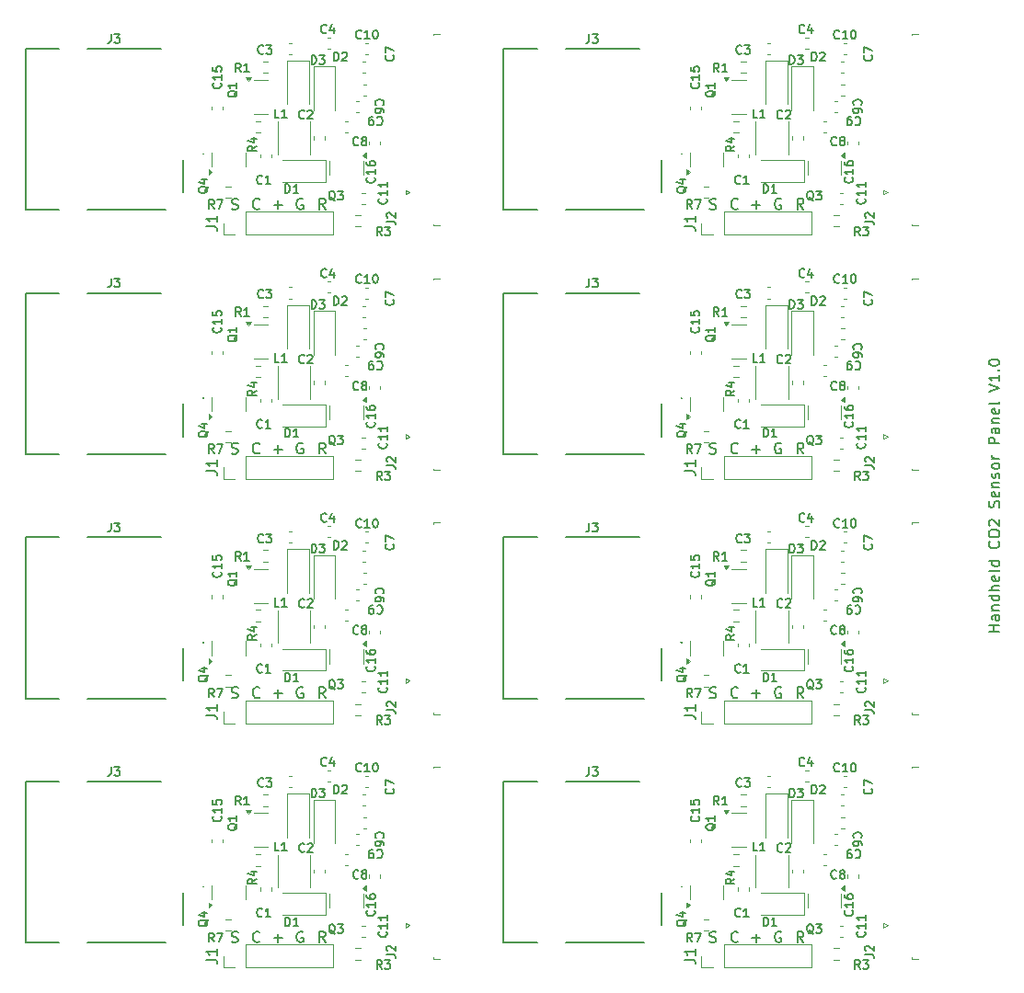
<source format=gbr>
%TF.GenerationSoftware,KiCad,Pcbnew,8.0.0*%
%TF.CreationDate,2024-05-28T16:04:12+09:00*%
%TF.ProjectId,Panel,50616e65-6c2e-46b6-9963-61645f706362,rev?*%
%TF.SameCoordinates,Original*%
%TF.FileFunction,Legend,Top*%
%TF.FilePolarity,Positive*%
%FSLAX46Y46*%
G04 Gerber Fmt 4.6, Leading zero omitted, Abs format (unit mm)*
G04 Created by KiCad (PCBNEW 8.0.0) date 2024-05-28 16:04:12*
%MOMM*%
%LPD*%
G01*
G04 APERTURE LIST*
%ADD10C,0.130000*%
%ADD11C,0.150000*%
%ADD12C,0.120000*%
%ADD13C,0.200000*%
%ADD14C,0.100000*%
G04 APERTURE END LIST*
D10*
X196228859Y-76442001D02*
X195228859Y-76442001D01*
X195705049Y-76442001D02*
X195705049Y-75870573D01*
X196228859Y-75870573D02*
X195228859Y-75870573D01*
X196228859Y-74965811D02*
X195705049Y-74965811D01*
X195705049Y-74965811D02*
X195609811Y-75013430D01*
X195609811Y-75013430D02*
X195562192Y-75108668D01*
X195562192Y-75108668D02*
X195562192Y-75299144D01*
X195562192Y-75299144D02*
X195609811Y-75394382D01*
X196181240Y-74965811D02*
X196228859Y-75061049D01*
X196228859Y-75061049D02*
X196228859Y-75299144D01*
X196228859Y-75299144D02*
X196181240Y-75394382D01*
X196181240Y-75394382D02*
X196086001Y-75442001D01*
X196086001Y-75442001D02*
X195990763Y-75442001D01*
X195990763Y-75442001D02*
X195895525Y-75394382D01*
X195895525Y-75394382D02*
X195847906Y-75299144D01*
X195847906Y-75299144D02*
X195847906Y-75061049D01*
X195847906Y-75061049D02*
X195800287Y-74965811D01*
X195562192Y-74489620D02*
X196228859Y-74489620D01*
X195657430Y-74489620D02*
X195609811Y-74442001D01*
X195609811Y-74442001D02*
X195562192Y-74346763D01*
X195562192Y-74346763D02*
X195562192Y-74203906D01*
X195562192Y-74203906D02*
X195609811Y-74108668D01*
X195609811Y-74108668D02*
X195705049Y-74061049D01*
X195705049Y-74061049D02*
X196228859Y-74061049D01*
X196228859Y-73156287D02*
X195228859Y-73156287D01*
X196181240Y-73156287D02*
X196228859Y-73251525D01*
X196228859Y-73251525D02*
X196228859Y-73442001D01*
X196228859Y-73442001D02*
X196181240Y-73537239D01*
X196181240Y-73537239D02*
X196133620Y-73584858D01*
X196133620Y-73584858D02*
X196038382Y-73632477D01*
X196038382Y-73632477D02*
X195752668Y-73632477D01*
X195752668Y-73632477D02*
X195657430Y-73584858D01*
X195657430Y-73584858D02*
X195609811Y-73537239D01*
X195609811Y-73537239D02*
X195562192Y-73442001D01*
X195562192Y-73442001D02*
X195562192Y-73251525D01*
X195562192Y-73251525D02*
X195609811Y-73156287D01*
X196228859Y-72680096D02*
X195228859Y-72680096D01*
X196228859Y-72251525D02*
X195705049Y-72251525D01*
X195705049Y-72251525D02*
X195609811Y-72299144D01*
X195609811Y-72299144D02*
X195562192Y-72394382D01*
X195562192Y-72394382D02*
X195562192Y-72537239D01*
X195562192Y-72537239D02*
X195609811Y-72632477D01*
X195609811Y-72632477D02*
X195657430Y-72680096D01*
X196181240Y-71394382D02*
X196228859Y-71489620D01*
X196228859Y-71489620D02*
X196228859Y-71680096D01*
X196228859Y-71680096D02*
X196181240Y-71775334D01*
X196181240Y-71775334D02*
X196086001Y-71822953D01*
X196086001Y-71822953D02*
X195705049Y-71822953D01*
X195705049Y-71822953D02*
X195609811Y-71775334D01*
X195609811Y-71775334D02*
X195562192Y-71680096D01*
X195562192Y-71680096D02*
X195562192Y-71489620D01*
X195562192Y-71489620D02*
X195609811Y-71394382D01*
X195609811Y-71394382D02*
X195705049Y-71346763D01*
X195705049Y-71346763D02*
X195800287Y-71346763D01*
X195800287Y-71346763D02*
X195895525Y-71822953D01*
X196228859Y-70775334D02*
X196181240Y-70870572D01*
X196181240Y-70870572D02*
X196086001Y-70918191D01*
X196086001Y-70918191D02*
X195228859Y-70918191D01*
X196228859Y-69965810D02*
X195228859Y-69965810D01*
X196181240Y-69965810D02*
X196228859Y-70061048D01*
X196228859Y-70061048D02*
X196228859Y-70251524D01*
X196228859Y-70251524D02*
X196181240Y-70346762D01*
X196181240Y-70346762D02*
X196133620Y-70394381D01*
X196133620Y-70394381D02*
X196038382Y-70442000D01*
X196038382Y-70442000D02*
X195752668Y-70442000D01*
X195752668Y-70442000D02*
X195657430Y-70394381D01*
X195657430Y-70394381D02*
X195609811Y-70346762D01*
X195609811Y-70346762D02*
X195562192Y-70251524D01*
X195562192Y-70251524D02*
X195562192Y-70061048D01*
X195562192Y-70061048D02*
X195609811Y-69965810D01*
X196133620Y-68156286D02*
X196181240Y-68203905D01*
X196181240Y-68203905D02*
X196228859Y-68346762D01*
X196228859Y-68346762D02*
X196228859Y-68442000D01*
X196228859Y-68442000D02*
X196181240Y-68584857D01*
X196181240Y-68584857D02*
X196086001Y-68680095D01*
X196086001Y-68680095D02*
X195990763Y-68727714D01*
X195990763Y-68727714D02*
X195800287Y-68775333D01*
X195800287Y-68775333D02*
X195657430Y-68775333D01*
X195657430Y-68775333D02*
X195466954Y-68727714D01*
X195466954Y-68727714D02*
X195371716Y-68680095D01*
X195371716Y-68680095D02*
X195276478Y-68584857D01*
X195276478Y-68584857D02*
X195228859Y-68442000D01*
X195228859Y-68442000D02*
X195228859Y-68346762D01*
X195228859Y-68346762D02*
X195276478Y-68203905D01*
X195276478Y-68203905D02*
X195324097Y-68156286D01*
X195228859Y-67537238D02*
X195228859Y-67346762D01*
X195228859Y-67346762D02*
X195276478Y-67251524D01*
X195276478Y-67251524D02*
X195371716Y-67156286D01*
X195371716Y-67156286D02*
X195562192Y-67108667D01*
X195562192Y-67108667D02*
X195895525Y-67108667D01*
X195895525Y-67108667D02*
X196086001Y-67156286D01*
X196086001Y-67156286D02*
X196181240Y-67251524D01*
X196181240Y-67251524D02*
X196228859Y-67346762D01*
X196228859Y-67346762D02*
X196228859Y-67537238D01*
X196228859Y-67537238D02*
X196181240Y-67632476D01*
X196181240Y-67632476D02*
X196086001Y-67727714D01*
X196086001Y-67727714D02*
X195895525Y-67775333D01*
X195895525Y-67775333D02*
X195562192Y-67775333D01*
X195562192Y-67775333D02*
X195371716Y-67727714D01*
X195371716Y-67727714D02*
X195276478Y-67632476D01*
X195276478Y-67632476D02*
X195228859Y-67537238D01*
X195324097Y-66727714D02*
X195276478Y-66680095D01*
X195276478Y-66680095D02*
X195228859Y-66584857D01*
X195228859Y-66584857D02*
X195228859Y-66346762D01*
X195228859Y-66346762D02*
X195276478Y-66251524D01*
X195276478Y-66251524D02*
X195324097Y-66203905D01*
X195324097Y-66203905D02*
X195419335Y-66156286D01*
X195419335Y-66156286D02*
X195514573Y-66156286D01*
X195514573Y-66156286D02*
X195657430Y-66203905D01*
X195657430Y-66203905D02*
X196228859Y-66775333D01*
X196228859Y-66775333D02*
X196228859Y-66156286D01*
X196181240Y-65013428D02*
X196228859Y-64870571D01*
X196228859Y-64870571D02*
X196228859Y-64632476D01*
X196228859Y-64632476D02*
X196181240Y-64537238D01*
X196181240Y-64537238D02*
X196133620Y-64489619D01*
X196133620Y-64489619D02*
X196038382Y-64442000D01*
X196038382Y-64442000D02*
X195943144Y-64442000D01*
X195943144Y-64442000D02*
X195847906Y-64489619D01*
X195847906Y-64489619D02*
X195800287Y-64537238D01*
X195800287Y-64537238D02*
X195752668Y-64632476D01*
X195752668Y-64632476D02*
X195705049Y-64822952D01*
X195705049Y-64822952D02*
X195657430Y-64918190D01*
X195657430Y-64918190D02*
X195609811Y-64965809D01*
X195609811Y-64965809D02*
X195514573Y-65013428D01*
X195514573Y-65013428D02*
X195419335Y-65013428D01*
X195419335Y-65013428D02*
X195324097Y-64965809D01*
X195324097Y-64965809D02*
X195276478Y-64918190D01*
X195276478Y-64918190D02*
X195228859Y-64822952D01*
X195228859Y-64822952D02*
X195228859Y-64584857D01*
X195228859Y-64584857D02*
X195276478Y-64442000D01*
X196181240Y-63632476D02*
X196228859Y-63727714D01*
X196228859Y-63727714D02*
X196228859Y-63918190D01*
X196228859Y-63918190D02*
X196181240Y-64013428D01*
X196181240Y-64013428D02*
X196086001Y-64061047D01*
X196086001Y-64061047D02*
X195705049Y-64061047D01*
X195705049Y-64061047D02*
X195609811Y-64013428D01*
X195609811Y-64013428D02*
X195562192Y-63918190D01*
X195562192Y-63918190D02*
X195562192Y-63727714D01*
X195562192Y-63727714D02*
X195609811Y-63632476D01*
X195609811Y-63632476D02*
X195705049Y-63584857D01*
X195705049Y-63584857D02*
X195800287Y-63584857D01*
X195800287Y-63584857D02*
X195895525Y-64061047D01*
X195562192Y-63156285D02*
X196228859Y-63156285D01*
X195657430Y-63156285D02*
X195609811Y-63108666D01*
X195609811Y-63108666D02*
X195562192Y-63013428D01*
X195562192Y-63013428D02*
X195562192Y-62870571D01*
X195562192Y-62870571D02*
X195609811Y-62775333D01*
X195609811Y-62775333D02*
X195705049Y-62727714D01*
X195705049Y-62727714D02*
X196228859Y-62727714D01*
X196181240Y-62299142D02*
X196228859Y-62203904D01*
X196228859Y-62203904D02*
X196228859Y-62013428D01*
X196228859Y-62013428D02*
X196181240Y-61918190D01*
X196181240Y-61918190D02*
X196086001Y-61870571D01*
X196086001Y-61870571D02*
X196038382Y-61870571D01*
X196038382Y-61870571D02*
X195943144Y-61918190D01*
X195943144Y-61918190D02*
X195895525Y-62013428D01*
X195895525Y-62013428D02*
X195895525Y-62156285D01*
X195895525Y-62156285D02*
X195847906Y-62251523D01*
X195847906Y-62251523D02*
X195752668Y-62299142D01*
X195752668Y-62299142D02*
X195705049Y-62299142D01*
X195705049Y-62299142D02*
X195609811Y-62251523D01*
X195609811Y-62251523D02*
X195562192Y-62156285D01*
X195562192Y-62156285D02*
X195562192Y-62013428D01*
X195562192Y-62013428D02*
X195609811Y-61918190D01*
X196228859Y-61299142D02*
X196181240Y-61394380D01*
X196181240Y-61394380D02*
X196133620Y-61441999D01*
X196133620Y-61441999D02*
X196038382Y-61489618D01*
X196038382Y-61489618D02*
X195752668Y-61489618D01*
X195752668Y-61489618D02*
X195657430Y-61441999D01*
X195657430Y-61441999D02*
X195609811Y-61394380D01*
X195609811Y-61394380D02*
X195562192Y-61299142D01*
X195562192Y-61299142D02*
X195562192Y-61156285D01*
X195562192Y-61156285D02*
X195609811Y-61061047D01*
X195609811Y-61061047D02*
X195657430Y-61013428D01*
X195657430Y-61013428D02*
X195752668Y-60965809D01*
X195752668Y-60965809D02*
X196038382Y-60965809D01*
X196038382Y-60965809D02*
X196133620Y-61013428D01*
X196133620Y-61013428D02*
X196181240Y-61061047D01*
X196181240Y-61061047D02*
X196228859Y-61156285D01*
X196228859Y-61156285D02*
X196228859Y-61299142D01*
X196228859Y-60537237D02*
X195562192Y-60537237D01*
X195752668Y-60537237D02*
X195657430Y-60489618D01*
X195657430Y-60489618D02*
X195609811Y-60441999D01*
X195609811Y-60441999D02*
X195562192Y-60346761D01*
X195562192Y-60346761D02*
X195562192Y-60251523D01*
X196228859Y-59156284D02*
X195228859Y-59156284D01*
X195228859Y-59156284D02*
X195228859Y-58775332D01*
X195228859Y-58775332D02*
X195276478Y-58680094D01*
X195276478Y-58680094D02*
X195324097Y-58632475D01*
X195324097Y-58632475D02*
X195419335Y-58584856D01*
X195419335Y-58584856D02*
X195562192Y-58584856D01*
X195562192Y-58584856D02*
X195657430Y-58632475D01*
X195657430Y-58632475D02*
X195705049Y-58680094D01*
X195705049Y-58680094D02*
X195752668Y-58775332D01*
X195752668Y-58775332D02*
X195752668Y-59156284D01*
X196228859Y-57727713D02*
X195705049Y-57727713D01*
X195705049Y-57727713D02*
X195609811Y-57775332D01*
X195609811Y-57775332D02*
X195562192Y-57870570D01*
X195562192Y-57870570D02*
X195562192Y-58061046D01*
X195562192Y-58061046D02*
X195609811Y-58156284D01*
X196181240Y-57727713D02*
X196228859Y-57822951D01*
X196228859Y-57822951D02*
X196228859Y-58061046D01*
X196228859Y-58061046D02*
X196181240Y-58156284D01*
X196181240Y-58156284D02*
X196086001Y-58203903D01*
X196086001Y-58203903D02*
X195990763Y-58203903D01*
X195990763Y-58203903D02*
X195895525Y-58156284D01*
X195895525Y-58156284D02*
X195847906Y-58061046D01*
X195847906Y-58061046D02*
X195847906Y-57822951D01*
X195847906Y-57822951D02*
X195800287Y-57727713D01*
X195562192Y-57251522D02*
X196228859Y-57251522D01*
X195657430Y-57251522D02*
X195609811Y-57203903D01*
X195609811Y-57203903D02*
X195562192Y-57108665D01*
X195562192Y-57108665D02*
X195562192Y-56965808D01*
X195562192Y-56965808D02*
X195609811Y-56870570D01*
X195609811Y-56870570D02*
X195705049Y-56822951D01*
X195705049Y-56822951D02*
X196228859Y-56822951D01*
X196181240Y-55965808D02*
X196228859Y-56061046D01*
X196228859Y-56061046D02*
X196228859Y-56251522D01*
X196228859Y-56251522D02*
X196181240Y-56346760D01*
X196181240Y-56346760D02*
X196086001Y-56394379D01*
X196086001Y-56394379D02*
X195705049Y-56394379D01*
X195705049Y-56394379D02*
X195609811Y-56346760D01*
X195609811Y-56346760D02*
X195562192Y-56251522D01*
X195562192Y-56251522D02*
X195562192Y-56061046D01*
X195562192Y-56061046D02*
X195609811Y-55965808D01*
X195609811Y-55965808D02*
X195705049Y-55918189D01*
X195705049Y-55918189D02*
X195800287Y-55918189D01*
X195800287Y-55918189D02*
X195895525Y-56394379D01*
X196228859Y-55346760D02*
X196181240Y-55441998D01*
X196181240Y-55441998D02*
X196086001Y-55489617D01*
X196086001Y-55489617D02*
X195228859Y-55489617D01*
X195228859Y-54346759D02*
X196228859Y-54013426D01*
X196228859Y-54013426D02*
X195228859Y-53680093D01*
X196228859Y-52822950D02*
X196228859Y-53394378D01*
X196228859Y-53108664D02*
X195228859Y-53108664D01*
X195228859Y-53108664D02*
X195371716Y-53203902D01*
X195371716Y-53203902D02*
X195466954Y-53299140D01*
X195466954Y-53299140D02*
X195514573Y-53394378D01*
X196133620Y-52394378D02*
X196181240Y-52346759D01*
X196181240Y-52346759D02*
X196228859Y-52394378D01*
X196228859Y-52394378D02*
X196181240Y-52441997D01*
X196181240Y-52441997D02*
X196133620Y-52394378D01*
X196133620Y-52394378D02*
X196228859Y-52394378D01*
X195228859Y-51727712D02*
X195228859Y-51632474D01*
X195228859Y-51632474D02*
X195276478Y-51537236D01*
X195276478Y-51537236D02*
X195324097Y-51489617D01*
X195324097Y-51489617D02*
X195419335Y-51441998D01*
X195419335Y-51441998D02*
X195609811Y-51394379D01*
X195609811Y-51394379D02*
X195847906Y-51394379D01*
X195847906Y-51394379D02*
X196038382Y-51441998D01*
X196038382Y-51441998D02*
X196133620Y-51489617D01*
X196133620Y-51489617D02*
X196181240Y-51537236D01*
X196181240Y-51537236D02*
X196228859Y-51632474D01*
X196228859Y-51632474D02*
X196228859Y-51727712D01*
X196228859Y-51727712D02*
X196181240Y-51822950D01*
X196181240Y-51822950D02*
X196133620Y-51870569D01*
X196133620Y-51870569D02*
X196038382Y-51918188D01*
X196038382Y-51918188D02*
X195847906Y-51965807D01*
X195847906Y-51965807D02*
X195609811Y-51965807D01*
X195609811Y-51965807D02*
X195419335Y-51918188D01*
X195419335Y-51918188D02*
X195324097Y-51870569D01*
X195324097Y-51870569D02*
X195276478Y-51822950D01*
X195276478Y-51822950D02*
X195228859Y-51727712D01*
D11*
X173464048Y-59675466D02*
X174225953Y-59675466D01*
X173845000Y-60056419D02*
X173845000Y-59294514D01*
X128147923Y-82486580D02*
X128100304Y-82534200D01*
X128100304Y-82534200D02*
X127957447Y-82581819D01*
X127957447Y-82581819D02*
X127862209Y-82581819D01*
X127862209Y-82581819D02*
X127719352Y-82534200D01*
X127719352Y-82534200D02*
X127624114Y-82438961D01*
X127624114Y-82438961D02*
X127576495Y-82343723D01*
X127576495Y-82343723D02*
X127528876Y-82153247D01*
X127528876Y-82153247D02*
X127528876Y-82010390D01*
X127528876Y-82010390D02*
X127576495Y-81819914D01*
X127576495Y-81819914D02*
X127624114Y-81724676D01*
X127624114Y-81724676D02*
X127719352Y-81629438D01*
X127719352Y-81629438D02*
X127862209Y-81581819D01*
X127862209Y-81581819D02*
X127957447Y-81581819D01*
X127957447Y-81581819D02*
X128100304Y-81629438D01*
X128100304Y-81629438D02*
X128147923Y-81677057D01*
X128147923Y-59986580D02*
X128100304Y-60034200D01*
X128100304Y-60034200D02*
X127957447Y-60081819D01*
X127957447Y-60081819D02*
X127862209Y-60081819D01*
X127862209Y-60081819D02*
X127719352Y-60034200D01*
X127719352Y-60034200D02*
X127624114Y-59938961D01*
X127624114Y-59938961D02*
X127576495Y-59843723D01*
X127576495Y-59843723D02*
X127528876Y-59653247D01*
X127528876Y-59653247D02*
X127528876Y-59510390D01*
X127528876Y-59510390D02*
X127576495Y-59319914D01*
X127576495Y-59319914D02*
X127624114Y-59224676D01*
X127624114Y-59224676D02*
X127719352Y-59129438D01*
X127719352Y-59129438D02*
X127862209Y-59081819D01*
X127862209Y-59081819D02*
X127957447Y-59081819D01*
X127957447Y-59081819D02*
X128100304Y-59129438D01*
X128100304Y-59129438D02*
X128147923Y-59177057D01*
X129464048Y-104675466D02*
X130225953Y-104675466D01*
X129845000Y-105056419D02*
X129845000Y-104294514D01*
X172147923Y-59986580D02*
X172100304Y-60034200D01*
X172100304Y-60034200D02*
X171957447Y-60081819D01*
X171957447Y-60081819D02*
X171862209Y-60081819D01*
X171862209Y-60081819D02*
X171719352Y-60034200D01*
X171719352Y-60034200D02*
X171624114Y-59938961D01*
X171624114Y-59938961D02*
X171576495Y-59843723D01*
X171576495Y-59843723D02*
X171528876Y-59653247D01*
X171528876Y-59653247D02*
X171528876Y-59510390D01*
X171528876Y-59510390D02*
X171576495Y-59319914D01*
X171576495Y-59319914D02*
X171624114Y-59224676D01*
X171624114Y-59224676D02*
X171719352Y-59129438D01*
X171719352Y-59129438D02*
X171862209Y-59081819D01*
X171862209Y-59081819D02*
X171957447Y-59081819D01*
X171957447Y-59081819D02*
X172100304Y-59129438D01*
X172100304Y-59129438D02*
X172147923Y-59177057D01*
X134193123Y-105081819D02*
X133859790Y-104605628D01*
X133621695Y-105081819D02*
X133621695Y-104081819D01*
X133621695Y-104081819D02*
X134002647Y-104081819D01*
X134002647Y-104081819D02*
X134097885Y-104129438D01*
X134097885Y-104129438D02*
X134145504Y-104177057D01*
X134145504Y-104177057D02*
X134193123Y-104272295D01*
X134193123Y-104272295D02*
X134193123Y-104415152D01*
X134193123Y-104415152D02*
X134145504Y-104510390D01*
X134145504Y-104510390D02*
X134097885Y-104558009D01*
X134097885Y-104558009D02*
X134002647Y-104605628D01*
X134002647Y-104605628D02*
X133621695Y-104605628D01*
X173464048Y-37175466D02*
X174225953Y-37175466D01*
X173845000Y-37556419D02*
X173845000Y-36794514D01*
X129464048Y-59675466D02*
X130225953Y-59675466D01*
X129845000Y-60056419D02*
X129845000Y-59294514D01*
X178193123Y-60081819D02*
X177859790Y-59605628D01*
X177621695Y-60081819D02*
X177621695Y-59081819D01*
X177621695Y-59081819D02*
X178002647Y-59081819D01*
X178002647Y-59081819D02*
X178097885Y-59129438D01*
X178097885Y-59129438D02*
X178145504Y-59177057D01*
X178145504Y-59177057D02*
X178193123Y-59272295D01*
X178193123Y-59272295D02*
X178193123Y-59415152D01*
X178193123Y-59415152D02*
X178145504Y-59510390D01*
X178145504Y-59510390D02*
X178097885Y-59558009D01*
X178097885Y-59558009D02*
X178002647Y-59605628D01*
X178002647Y-59605628D02*
X177621695Y-59605628D01*
X134193123Y-60081819D02*
X133859790Y-59605628D01*
X133621695Y-60081819D02*
X133621695Y-59081819D01*
X133621695Y-59081819D02*
X134002647Y-59081819D01*
X134002647Y-59081819D02*
X134097885Y-59129438D01*
X134097885Y-59129438D02*
X134145504Y-59177057D01*
X134145504Y-59177057D02*
X134193123Y-59272295D01*
X134193123Y-59272295D02*
X134193123Y-59415152D01*
X134193123Y-59415152D02*
X134145504Y-59510390D01*
X134145504Y-59510390D02*
X134097885Y-59558009D01*
X134097885Y-59558009D02*
X134002647Y-59605628D01*
X134002647Y-59605628D02*
X133621695Y-59605628D01*
X170142913Y-36643600D02*
X170000056Y-36595980D01*
X170000056Y-36595980D02*
X169761961Y-36595980D01*
X169761961Y-36595980D02*
X169666723Y-36643600D01*
X169666723Y-36643600D02*
X169619104Y-36691219D01*
X169619104Y-36691219D02*
X169571485Y-36786457D01*
X169571485Y-36786457D02*
X169571485Y-36881695D01*
X169571485Y-36881695D02*
X169619104Y-36976933D01*
X169619104Y-36976933D02*
X169666723Y-37024552D01*
X169666723Y-37024552D02*
X169761961Y-37072171D01*
X169761961Y-37072171D02*
X169952437Y-37119790D01*
X169952437Y-37119790D02*
X170047675Y-37167409D01*
X170047675Y-37167409D02*
X170095294Y-37215028D01*
X170095294Y-37215028D02*
X170142913Y-37310266D01*
X170142913Y-37310266D02*
X170142913Y-37405504D01*
X170142913Y-37405504D02*
X170095294Y-37500742D01*
X170095294Y-37500742D02*
X170047675Y-37548361D01*
X170047675Y-37548361D02*
X169952437Y-37595980D01*
X169952437Y-37595980D02*
X169714342Y-37595980D01*
X169714342Y-37595980D02*
X169571485Y-37548361D01*
X176113504Y-59129438D02*
X176018266Y-59081819D01*
X176018266Y-59081819D02*
X175875409Y-59081819D01*
X175875409Y-59081819D02*
X175732552Y-59129438D01*
X175732552Y-59129438D02*
X175637314Y-59224676D01*
X175637314Y-59224676D02*
X175589695Y-59319914D01*
X175589695Y-59319914D02*
X175542076Y-59510390D01*
X175542076Y-59510390D02*
X175542076Y-59653247D01*
X175542076Y-59653247D02*
X175589695Y-59843723D01*
X175589695Y-59843723D02*
X175637314Y-59938961D01*
X175637314Y-59938961D02*
X175732552Y-60034200D01*
X175732552Y-60034200D02*
X175875409Y-60081819D01*
X175875409Y-60081819D02*
X175970647Y-60081819D01*
X175970647Y-60081819D02*
X176113504Y-60034200D01*
X176113504Y-60034200D02*
X176161123Y-59986580D01*
X176161123Y-59986580D02*
X176161123Y-59653247D01*
X176161123Y-59653247D02*
X175970647Y-59653247D01*
X126142913Y-104143600D02*
X126000056Y-104095980D01*
X126000056Y-104095980D02*
X125761961Y-104095980D01*
X125761961Y-104095980D02*
X125666723Y-104143600D01*
X125666723Y-104143600D02*
X125619104Y-104191219D01*
X125619104Y-104191219D02*
X125571485Y-104286457D01*
X125571485Y-104286457D02*
X125571485Y-104381695D01*
X125571485Y-104381695D02*
X125619104Y-104476933D01*
X125619104Y-104476933D02*
X125666723Y-104524552D01*
X125666723Y-104524552D02*
X125761961Y-104572171D01*
X125761961Y-104572171D02*
X125952437Y-104619790D01*
X125952437Y-104619790D02*
X126047675Y-104667409D01*
X126047675Y-104667409D02*
X126095294Y-104715028D01*
X126095294Y-104715028D02*
X126142913Y-104810266D01*
X126142913Y-104810266D02*
X126142913Y-104905504D01*
X126142913Y-104905504D02*
X126095294Y-105000742D01*
X126095294Y-105000742D02*
X126047675Y-105048361D01*
X126047675Y-105048361D02*
X125952437Y-105095980D01*
X125952437Y-105095980D02*
X125714342Y-105095980D01*
X125714342Y-105095980D02*
X125571485Y-105048361D01*
X172147923Y-37486580D02*
X172100304Y-37534200D01*
X172100304Y-37534200D02*
X171957447Y-37581819D01*
X171957447Y-37581819D02*
X171862209Y-37581819D01*
X171862209Y-37581819D02*
X171719352Y-37534200D01*
X171719352Y-37534200D02*
X171624114Y-37438961D01*
X171624114Y-37438961D02*
X171576495Y-37343723D01*
X171576495Y-37343723D02*
X171528876Y-37153247D01*
X171528876Y-37153247D02*
X171528876Y-37010390D01*
X171528876Y-37010390D02*
X171576495Y-36819914D01*
X171576495Y-36819914D02*
X171624114Y-36724676D01*
X171624114Y-36724676D02*
X171719352Y-36629438D01*
X171719352Y-36629438D02*
X171862209Y-36581819D01*
X171862209Y-36581819D02*
X171957447Y-36581819D01*
X171957447Y-36581819D02*
X172100304Y-36629438D01*
X172100304Y-36629438D02*
X172147923Y-36677057D01*
X132113504Y-59129438D02*
X132018266Y-59081819D01*
X132018266Y-59081819D02*
X131875409Y-59081819D01*
X131875409Y-59081819D02*
X131732552Y-59129438D01*
X131732552Y-59129438D02*
X131637314Y-59224676D01*
X131637314Y-59224676D02*
X131589695Y-59319914D01*
X131589695Y-59319914D02*
X131542076Y-59510390D01*
X131542076Y-59510390D02*
X131542076Y-59653247D01*
X131542076Y-59653247D02*
X131589695Y-59843723D01*
X131589695Y-59843723D02*
X131637314Y-59938961D01*
X131637314Y-59938961D02*
X131732552Y-60034200D01*
X131732552Y-60034200D02*
X131875409Y-60081819D01*
X131875409Y-60081819D02*
X131970647Y-60081819D01*
X131970647Y-60081819D02*
X132113504Y-60034200D01*
X132113504Y-60034200D02*
X132161123Y-59986580D01*
X132161123Y-59986580D02*
X132161123Y-59653247D01*
X132161123Y-59653247D02*
X131970647Y-59653247D01*
X178193123Y-105081819D02*
X177859790Y-104605628D01*
X177621695Y-105081819D02*
X177621695Y-104081819D01*
X177621695Y-104081819D02*
X178002647Y-104081819D01*
X178002647Y-104081819D02*
X178097885Y-104129438D01*
X178097885Y-104129438D02*
X178145504Y-104177057D01*
X178145504Y-104177057D02*
X178193123Y-104272295D01*
X178193123Y-104272295D02*
X178193123Y-104415152D01*
X178193123Y-104415152D02*
X178145504Y-104510390D01*
X178145504Y-104510390D02*
X178097885Y-104558009D01*
X178097885Y-104558009D02*
X178002647Y-104605628D01*
X178002647Y-104605628D02*
X177621695Y-104605628D01*
X176113504Y-81629438D02*
X176018266Y-81581819D01*
X176018266Y-81581819D02*
X175875409Y-81581819D01*
X175875409Y-81581819D02*
X175732552Y-81629438D01*
X175732552Y-81629438D02*
X175637314Y-81724676D01*
X175637314Y-81724676D02*
X175589695Y-81819914D01*
X175589695Y-81819914D02*
X175542076Y-82010390D01*
X175542076Y-82010390D02*
X175542076Y-82153247D01*
X175542076Y-82153247D02*
X175589695Y-82343723D01*
X175589695Y-82343723D02*
X175637314Y-82438961D01*
X175637314Y-82438961D02*
X175732552Y-82534200D01*
X175732552Y-82534200D02*
X175875409Y-82581819D01*
X175875409Y-82581819D02*
X175970647Y-82581819D01*
X175970647Y-82581819D02*
X176113504Y-82534200D01*
X176113504Y-82534200D02*
X176161123Y-82486580D01*
X176161123Y-82486580D02*
X176161123Y-82153247D01*
X176161123Y-82153247D02*
X175970647Y-82153247D01*
X126142913Y-59143600D02*
X126000056Y-59095980D01*
X126000056Y-59095980D02*
X125761961Y-59095980D01*
X125761961Y-59095980D02*
X125666723Y-59143600D01*
X125666723Y-59143600D02*
X125619104Y-59191219D01*
X125619104Y-59191219D02*
X125571485Y-59286457D01*
X125571485Y-59286457D02*
X125571485Y-59381695D01*
X125571485Y-59381695D02*
X125619104Y-59476933D01*
X125619104Y-59476933D02*
X125666723Y-59524552D01*
X125666723Y-59524552D02*
X125761961Y-59572171D01*
X125761961Y-59572171D02*
X125952437Y-59619790D01*
X125952437Y-59619790D02*
X126047675Y-59667409D01*
X126047675Y-59667409D02*
X126095294Y-59715028D01*
X126095294Y-59715028D02*
X126142913Y-59810266D01*
X126142913Y-59810266D02*
X126142913Y-59905504D01*
X126142913Y-59905504D02*
X126095294Y-60000742D01*
X126095294Y-60000742D02*
X126047675Y-60048361D01*
X126047675Y-60048361D02*
X125952437Y-60095980D01*
X125952437Y-60095980D02*
X125714342Y-60095980D01*
X125714342Y-60095980D02*
X125571485Y-60048361D01*
X126142913Y-36643600D02*
X126000056Y-36595980D01*
X126000056Y-36595980D02*
X125761961Y-36595980D01*
X125761961Y-36595980D02*
X125666723Y-36643600D01*
X125666723Y-36643600D02*
X125619104Y-36691219D01*
X125619104Y-36691219D02*
X125571485Y-36786457D01*
X125571485Y-36786457D02*
X125571485Y-36881695D01*
X125571485Y-36881695D02*
X125619104Y-36976933D01*
X125619104Y-36976933D02*
X125666723Y-37024552D01*
X125666723Y-37024552D02*
X125761961Y-37072171D01*
X125761961Y-37072171D02*
X125952437Y-37119790D01*
X125952437Y-37119790D02*
X126047675Y-37167409D01*
X126047675Y-37167409D02*
X126095294Y-37215028D01*
X126095294Y-37215028D02*
X126142913Y-37310266D01*
X126142913Y-37310266D02*
X126142913Y-37405504D01*
X126142913Y-37405504D02*
X126095294Y-37500742D01*
X126095294Y-37500742D02*
X126047675Y-37548361D01*
X126047675Y-37548361D02*
X125952437Y-37595980D01*
X125952437Y-37595980D02*
X125714342Y-37595980D01*
X125714342Y-37595980D02*
X125571485Y-37548361D01*
X178193123Y-82581819D02*
X177859790Y-82105628D01*
X177621695Y-82581819D02*
X177621695Y-81581819D01*
X177621695Y-81581819D02*
X178002647Y-81581819D01*
X178002647Y-81581819D02*
X178097885Y-81629438D01*
X178097885Y-81629438D02*
X178145504Y-81677057D01*
X178145504Y-81677057D02*
X178193123Y-81772295D01*
X178193123Y-81772295D02*
X178193123Y-81915152D01*
X178193123Y-81915152D02*
X178145504Y-82010390D01*
X178145504Y-82010390D02*
X178097885Y-82058009D01*
X178097885Y-82058009D02*
X178002647Y-82105628D01*
X178002647Y-82105628D02*
X177621695Y-82105628D01*
X129464048Y-37175466D02*
X130225953Y-37175466D01*
X129845000Y-37556419D02*
X129845000Y-36794514D01*
X170142913Y-59143600D02*
X170000056Y-59095980D01*
X170000056Y-59095980D02*
X169761961Y-59095980D01*
X169761961Y-59095980D02*
X169666723Y-59143600D01*
X169666723Y-59143600D02*
X169619104Y-59191219D01*
X169619104Y-59191219D02*
X169571485Y-59286457D01*
X169571485Y-59286457D02*
X169571485Y-59381695D01*
X169571485Y-59381695D02*
X169619104Y-59476933D01*
X169619104Y-59476933D02*
X169666723Y-59524552D01*
X169666723Y-59524552D02*
X169761961Y-59572171D01*
X169761961Y-59572171D02*
X169952437Y-59619790D01*
X169952437Y-59619790D02*
X170047675Y-59667409D01*
X170047675Y-59667409D02*
X170095294Y-59715028D01*
X170095294Y-59715028D02*
X170142913Y-59810266D01*
X170142913Y-59810266D02*
X170142913Y-59905504D01*
X170142913Y-59905504D02*
X170095294Y-60000742D01*
X170095294Y-60000742D02*
X170047675Y-60048361D01*
X170047675Y-60048361D02*
X169952437Y-60095980D01*
X169952437Y-60095980D02*
X169714342Y-60095980D01*
X169714342Y-60095980D02*
X169571485Y-60048361D01*
X126142913Y-81643600D02*
X126000056Y-81595980D01*
X126000056Y-81595980D02*
X125761961Y-81595980D01*
X125761961Y-81595980D02*
X125666723Y-81643600D01*
X125666723Y-81643600D02*
X125619104Y-81691219D01*
X125619104Y-81691219D02*
X125571485Y-81786457D01*
X125571485Y-81786457D02*
X125571485Y-81881695D01*
X125571485Y-81881695D02*
X125619104Y-81976933D01*
X125619104Y-81976933D02*
X125666723Y-82024552D01*
X125666723Y-82024552D02*
X125761961Y-82072171D01*
X125761961Y-82072171D02*
X125952437Y-82119790D01*
X125952437Y-82119790D02*
X126047675Y-82167409D01*
X126047675Y-82167409D02*
X126095294Y-82215028D01*
X126095294Y-82215028D02*
X126142913Y-82310266D01*
X126142913Y-82310266D02*
X126142913Y-82405504D01*
X126142913Y-82405504D02*
X126095294Y-82500742D01*
X126095294Y-82500742D02*
X126047675Y-82548361D01*
X126047675Y-82548361D02*
X125952437Y-82595980D01*
X125952437Y-82595980D02*
X125714342Y-82595980D01*
X125714342Y-82595980D02*
X125571485Y-82548361D01*
X132113504Y-104129438D02*
X132018266Y-104081819D01*
X132018266Y-104081819D02*
X131875409Y-104081819D01*
X131875409Y-104081819D02*
X131732552Y-104129438D01*
X131732552Y-104129438D02*
X131637314Y-104224676D01*
X131637314Y-104224676D02*
X131589695Y-104319914D01*
X131589695Y-104319914D02*
X131542076Y-104510390D01*
X131542076Y-104510390D02*
X131542076Y-104653247D01*
X131542076Y-104653247D02*
X131589695Y-104843723D01*
X131589695Y-104843723D02*
X131637314Y-104938961D01*
X131637314Y-104938961D02*
X131732552Y-105034200D01*
X131732552Y-105034200D02*
X131875409Y-105081819D01*
X131875409Y-105081819D02*
X131970647Y-105081819D01*
X131970647Y-105081819D02*
X132113504Y-105034200D01*
X132113504Y-105034200D02*
X132161123Y-104986580D01*
X132161123Y-104986580D02*
X132161123Y-104653247D01*
X132161123Y-104653247D02*
X131970647Y-104653247D01*
X173464048Y-104675466D02*
X174225953Y-104675466D01*
X173845000Y-105056419D02*
X173845000Y-104294514D01*
X170142913Y-104143600D02*
X170000056Y-104095980D01*
X170000056Y-104095980D02*
X169761961Y-104095980D01*
X169761961Y-104095980D02*
X169666723Y-104143600D01*
X169666723Y-104143600D02*
X169619104Y-104191219D01*
X169619104Y-104191219D02*
X169571485Y-104286457D01*
X169571485Y-104286457D02*
X169571485Y-104381695D01*
X169571485Y-104381695D02*
X169619104Y-104476933D01*
X169619104Y-104476933D02*
X169666723Y-104524552D01*
X169666723Y-104524552D02*
X169761961Y-104572171D01*
X169761961Y-104572171D02*
X169952437Y-104619790D01*
X169952437Y-104619790D02*
X170047675Y-104667409D01*
X170047675Y-104667409D02*
X170095294Y-104715028D01*
X170095294Y-104715028D02*
X170142913Y-104810266D01*
X170142913Y-104810266D02*
X170142913Y-104905504D01*
X170142913Y-104905504D02*
X170095294Y-105000742D01*
X170095294Y-105000742D02*
X170047675Y-105048361D01*
X170047675Y-105048361D02*
X169952437Y-105095980D01*
X169952437Y-105095980D02*
X169714342Y-105095980D01*
X169714342Y-105095980D02*
X169571485Y-105048361D01*
X173464048Y-82175466D02*
X174225953Y-82175466D01*
X173845000Y-82556419D02*
X173845000Y-81794514D01*
X128147923Y-37486580D02*
X128100304Y-37534200D01*
X128100304Y-37534200D02*
X127957447Y-37581819D01*
X127957447Y-37581819D02*
X127862209Y-37581819D01*
X127862209Y-37581819D02*
X127719352Y-37534200D01*
X127719352Y-37534200D02*
X127624114Y-37438961D01*
X127624114Y-37438961D02*
X127576495Y-37343723D01*
X127576495Y-37343723D02*
X127528876Y-37153247D01*
X127528876Y-37153247D02*
X127528876Y-37010390D01*
X127528876Y-37010390D02*
X127576495Y-36819914D01*
X127576495Y-36819914D02*
X127624114Y-36724676D01*
X127624114Y-36724676D02*
X127719352Y-36629438D01*
X127719352Y-36629438D02*
X127862209Y-36581819D01*
X127862209Y-36581819D02*
X127957447Y-36581819D01*
X127957447Y-36581819D02*
X128100304Y-36629438D01*
X128100304Y-36629438D02*
X128147923Y-36677057D01*
X178193123Y-37581819D02*
X177859790Y-37105628D01*
X177621695Y-37581819D02*
X177621695Y-36581819D01*
X177621695Y-36581819D02*
X178002647Y-36581819D01*
X178002647Y-36581819D02*
X178097885Y-36629438D01*
X178097885Y-36629438D02*
X178145504Y-36677057D01*
X178145504Y-36677057D02*
X178193123Y-36772295D01*
X178193123Y-36772295D02*
X178193123Y-36915152D01*
X178193123Y-36915152D02*
X178145504Y-37010390D01*
X178145504Y-37010390D02*
X178097885Y-37058009D01*
X178097885Y-37058009D02*
X178002647Y-37105628D01*
X178002647Y-37105628D02*
X177621695Y-37105628D01*
X132113504Y-81629438D02*
X132018266Y-81581819D01*
X132018266Y-81581819D02*
X131875409Y-81581819D01*
X131875409Y-81581819D02*
X131732552Y-81629438D01*
X131732552Y-81629438D02*
X131637314Y-81724676D01*
X131637314Y-81724676D02*
X131589695Y-81819914D01*
X131589695Y-81819914D02*
X131542076Y-82010390D01*
X131542076Y-82010390D02*
X131542076Y-82153247D01*
X131542076Y-82153247D02*
X131589695Y-82343723D01*
X131589695Y-82343723D02*
X131637314Y-82438961D01*
X131637314Y-82438961D02*
X131732552Y-82534200D01*
X131732552Y-82534200D02*
X131875409Y-82581819D01*
X131875409Y-82581819D02*
X131970647Y-82581819D01*
X131970647Y-82581819D02*
X132113504Y-82534200D01*
X132113504Y-82534200D02*
X132161123Y-82486580D01*
X132161123Y-82486580D02*
X132161123Y-82153247D01*
X132161123Y-82153247D02*
X131970647Y-82153247D01*
X134193123Y-82581819D02*
X133859790Y-82105628D01*
X133621695Y-82581819D02*
X133621695Y-81581819D01*
X133621695Y-81581819D02*
X134002647Y-81581819D01*
X134002647Y-81581819D02*
X134097885Y-81629438D01*
X134097885Y-81629438D02*
X134145504Y-81677057D01*
X134145504Y-81677057D02*
X134193123Y-81772295D01*
X134193123Y-81772295D02*
X134193123Y-81915152D01*
X134193123Y-81915152D02*
X134145504Y-82010390D01*
X134145504Y-82010390D02*
X134097885Y-82058009D01*
X134097885Y-82058009D02*
X134002647Y-82105628D01*
X134002647Y-82105628D02*
X133621695Y-82105628D01*
X172147923Y-104986580D02*
X172100304Y-105034200D01*
X172100304Y-105034200D02*
X171957447Y-105081819D01*
X171957447Y-105081819D02*
X171862209Y-105081819D01*
X171862209Y-105081819D02*
X171719352Y-105034200D01*
X171719352Y-105034200D02*
X171624114Y-104938961D01*
X171624114Y-104938961D02*
X171576495Y-104843723D01*
X171576495Y-104843723D02*
X171528876Y-104653247D01*
X171528876Y-104653247D02*
X171528876Y-104510390D01*
X171528876Y-104510390D02*
X171576495Y-104319914D01*
X171576495Y-104319914D02*
X171624114Y-104224676D01*
X171624114Y-104224676D02*
X171719352Y-104129438D01*
X171719352Y-104129438D02*
X171862209Y-104081819D01*
X171862209Y-104081819D02*
X171957447Y-104081819D01*
X171957447Y-104081819D02*
X172100304Y-104129438D01*
X172100304Y-104129438D02*
X172147923Y-104177057D01*
X128147923Y-104986580D02*
X128100304Y-105034200D01*
X128100304Y-105034200D02*
X127957447Y-105081819D01*
X127957447Y-105081819D02*
X127862209Y-105081819D01*
X127862209Y-105081819D02*
X127719352Y-105034200D01*
X127719352Y-105034200D02*
X127624114Y-104938961D01*
X127624114Y-104938961D02*
X127576495Y-104843723D01*
X127576495Y-104843723D02*
X127528876Y-104653247D01*
X127528876Y-104653247D02*
X127528876Y-104510390D01*
X127528876Y-104510390D02*
X127576495Y-104319914D01*
X127576495Y-104319914D02*
X127624114Y-104224676D01*
X127624114Y-104224676D02*
X127719352Y-104129438D01*
X127719352Y-104129438D02*
X127862209Y-104081819D01*
X127862209Y-104081819D02*
X127957447Y-104081819D01*
X127957447Y-104081819D02*
X128100304Y-104129438D01*
X128100304Y-104129438D02*
X128147923Y-104177057D01*
X176113504Y-104129438D02*
X176018266Y-104081819D01*
X176018266Y-104081819D02*
X175875409Y-104081819D01*
X175875409Y-104081819D02*
X175732552Y-104129438D01*
X175732552Y-104129438D02*
X175637314Y-104224676D01*
X175637314Y-104224676D02*
X175589695Y-104319914D01*
X175589695Y-104319914D02*
X175542076Y-104510390D01*
X175542076Y-104510390D02*
X175542076Y-104653247D01*
X175542076Y-104653247D02*
X175589695Y-104843723D01*
X175589695Y-104843723D02*
X175637314Y-104938961D01*
X175637314Y-104938961D02*
X175732552Y-105034200D01*
X175732552Y-105034200D02*
X175875409Y-105081819D01*
X175875409Y-105081819D02*
X175970647Y-105081819D01*
X175970647Y-105081819D02*
X176113504Y-105034200D01*
X176113504Y-105034200D02*
X176161123Y-104986580D01*
X176161123Y-104986580D02*
X176161123Y-104653247D01*
X176161123Y-104653247D02*
X175970647Y-104653247D01*
X176113504Y-36629438D02*
X176018266Y-36581819D01*
X176018266Y-36581819D02*
X175875409Y-36581819D01*
X175875409Y-36581819D02*
X175732552Y-36629438D01*
X175732552Y-36629438D02*
X175637314Y-36724676D01*
X175637314Y-36724676D02*
X175589695Y-36819914D01*
X175589695Y-36819914D02*
X175542076Y-37010390D01*
X175542076Y-37010390D02*
X175542076Y-37153247D01*
X175542076Y-37153247D02*
X175589695Y-37343723D01*
X175589695Y-37343723D02*
X175637314Y-37438961D01*
X175637314Y-37438961D02*
X175732552Y-37534200D01*
X175732552Y-37534200D02*
X175875409Y-37581819D01*
X175875409Y-37581819D02*
X175970647Y-37581819D01*
X175970647Y-37581819D02*
X176113504Y-37534200D01*
X176113504Y-37534200D02*
X176161123Y-37486580D01*
X176161123Y-37486580D02*
X176161123Y-37153247D01*
X176161123Y-37153247D02*
X175970647Y-37153247D01*
X134193123Y-37581819D02*
X133859790Y-37105628D01*
X133621695Y-37581819D02*
X133621695Y-36581819D01*
X133621695Y-36581819D02*
X134002647Y-36581819D01*
X134002647Y-36581819D02*
X134097885Y-36629438D01*
X134097885Y-36629438D02*
X134145504Y-36677057D01*
X134145504Y-36677057D02*
X134193123Y-36772295D01*
X134193123Y-36772295D02*
X134193123Y-36915152D01*
X134193123Y-36915152D02*
X134145504Y-37010390D01*
X134145504Y-37010390D02*
X134097885Y-37058009D01*
X134097885Y-37058009D02*
X134002647Y-37105628D01*
X134002647Y-37105628D02*
X133621695Y-37105628D01*
X132113504Y-36629438D02*
X132018266Y-36581819D01*
X132018266Y-36581819D02*
X131875409Y-36581819D01*
X131875409Y-36581819D02*
X131732552Y-36629438D01*
X131732552Y-36629438D02*
X131637314Y-36724676D01*
X131637314Y-36724676D02*
X131589695Y-36819914D01*
X131589695Y-36819914D02*
X131542076Y-37010390D01*
X131542076Y-37010390D02*
X131542076Y-37153247D01*
X131542076Y-37153247D02*
X131589695Y-37343723D01*
X131589695Y-37343723D02*
X131637314Y-37438961D01*
X131637314Y-37438961D02*
X131732552Y-37534200D01*
X131732552Y-37534200D02*
X131875409Y-37581819D01*
X131875409Y-37581819D02*
X131970647Y-37581819D01*
X131970647Y-37581819D02*
X132113504Y-37534200D01*
X132113504Y-37534200D02*
X132161123Y-37486580D01*
X132161123Y-37486580D02*
X132161123Y-37153247D01*
X132161123Y-37153247D02*
X131970647Y-37153247D01*
X170142913Y-81643600D02*
X170000056Y-81595980D01*
X170000056Y-81595980D02*
X169761961Y-81595980D01*
X169761961Y-81595980D02*
X169666723Y-81643600D01*
X169666723Y-81643600D02*
X169619104Y-81691219D01*
X169619104Y-81691219D02*
X169571485Y-81786457D01*
X169571485Y-81786457D02*
X169571485Y-81881695D01*
X169571485Y-81881695D02*
X169619104Y-81976933D01*
X169619104Y-81976933D02*
X169666723Y-82024552D01*
X169666723Y-82024552D02*
X169761961Y-82072171D01*
X169761961Y-82072171D02*
X169952437Y-82119790D01*
X169952437Y-82119790D02*
X170047675Y-82167409D01*
X170047675Y-82167409D02*
X170095294Y-82215028D01*
X170095294Y-82215028D02*
X170142913Y-82310266D01*
X170142913Y-82310266D02*
X170142913Y-82405504D01*
X170142913Y-82405504D02*
X170095294Y-82500742D01*
X170095294Y-82500742D02*
X170047675Y-82548361D01*
X170047675Y-82548361D02*
X169952437Y-82595980D01*
X169952437Y-82595980D02*
X169714342Y-82595980D01*
X169714342Y-82595980D02*
X169571485Y-82548361D01*
X129464048Y-82175466D02*
X130225953Y-82175466D01*
X129845000Y-82556419D02*
X129845000Y-81794514D01*
X172147923Y-82486580D02*
X172100304Y-82534200D01*
X172100304Y-82534200D02*
X171957447Y-82581819D01*
X171957447Y-82581819D02*
X171862209Y-82581819D01*
X171862209Y-82581819D02*
X171719352Y-82534200D01*
X171719352Y-82534200D02*
X171624114Y-82438961D01*
X171624114Y-82438961D02*
X171576495Y-82343723D01*
X171576495Y-82343723D02*
X171528876Y-82153247D01*
X171528876Y-82153247D02*
X171528876Y-82010390D01*
X171528876Y-82010390D02*
X171576495Y-81819914D01*
X171576495Y-81819914D02*
X171624114Y-81724676D01*
X171624114Y-81724676D02*
X171719352Y-81629438D01*
X171719352Y-81629438D02*
X171862209Y-81581819D01*
X171862209Y-81581819D02*
X171957447Y-81581819D01*
X171957447Y-81581819D02*
X172100304Y-81629438D01*
X172100304Y-81629438D02*
X172147923Y-81677057D01*
D10*
X134969523Y-68901334D02*
X134969523Y-68101334D01*
X134969523Y-68101334D02*
X135159999Y-68101334D01*
X135159999Y-68101334D02*
X135274285Y-68139429D01*
X135274285Y-68139429D02*
X135350475Y-68215619D01*
X135350475Y-68215619D02*
X135388570Y-68291810D01*
X135388570Y-68291810D02*
X135426666Y-68444191D01*
X135426666Y-68444191D02*
X135426666Y-68558477D01*
X135426666Y-68558477D02*
X135388570Y-68710858D01*
X135388570Y-68710858D02*
X135350475Y-68787048D01*
X135350475Y-68787048D02*
X135274285Y-68863239D01*
X135274285Y-68863239D02*
X135159999Y-68901334D01*
X135159999Y-68901334D02*
X134969523Y-68901334D01*
X135731427Y-68177524D02*
X135769523Y-68139429D01*
X135769523Y-68139429D02*
X135845713Y-68101334D01*
X135845713Y-68101334D02*
X136036189Y-68101334D01*
X136036189Y-68101334D02*
X136112380Y-68139429D01*
X136112380Y-68139429D02*
X136150475Y-68177524D01*
X136150475Y-68177524D02*
X136188570Y-68253715D01*
X136188570Y-68253715D02*
X136188570Y-68329905D01*
X136188570Y-68329905D02*
X136150475Y-68444191D01*
X136150475Y-68444191D02*
X135693332Y-68901334D01*
X135693332Y-68901334D02*
X136188570Y-68901334D01*
X134283667Y-66285144D02*
X134245571Y-66323240D01*
X134245571Y-66323240D02*
X134131286Y-66361335D01*
X134131286Y-66361335D02*
X134055095Y-66361335D01*
X134055095Y-66361335D02*
X133940809Y-66323240D01*
X133940809Y-66323240D02*
X133864619Y-66247049D01*
X133864619Y-66247049D02*
X133826524Y-66170859D01*
X133826524Y-66170859D02*
X133788428Y-66018478D01*
X133788428Y-66018478D02*
X133788428Y-65904192D01*
X133788428Y-65904192D02*
X133826524Y-65751811D01*
X133826524Y-65751811D02*
X133864619Y-65675620D01*
X133864619Y-65675620D02*
X133940809Y-65599430D01*
X133940809Y-65599430D02*
X134055095Y-65561335D01*
X134055095Y-65561335D02*
X134131286Y-65561335D01*
X134131286Y-65561335D02*
X134245571Y-65599430D01*
X134245571Y-65599430D02*
X134283667Y-65637525D01*
X134969381Y-65828001D02*
X134969381Y-66361335D01*
X134778905Y-65523240D02*
X134588428Y-66094668D01*
X134588428Y-66094668D02*
X135083667Y-66094668D01*
X158465333Y-88950335D02*
X158465333Y-89521763D01*
X158465333Y-89521763D02*
X158427238Y-89636049D01*
X158427238Y-89636049D02*
X158351047Y-89712240D01*
X158351047Y-89712240D02*
X158236762Y-89750335D01*
X158236762Y-89750335D02*
X158160571Y-89750335D01*
X158770095Y-88950335D02*
X159265333Y-88950335D01*
X159265333Y-88950335D02*
X158998667Y-89255097D01*
X158998667Y-89255097D02*
X159112952Y-89255097D01*
X159112952Y-89255097D02*
X159189143Y-89293192D01*
X159189143Y-89293192D02*
X159227238Y-89331287D01*
X159227238Y-89331287D02*
X159265333Y-89407478D01*
X159265333Y-89407478D02*
X159265333Y-89597954D01*
X159265333Y-89597954D02*
X159227238Y-89674144D01*
X159227238Y-89674144D02*
X159189143Y-89712240D01*
X159189143Y-89712240D02*
X159112952Y-89750335D01*
X159112952Y-89750335D02*
X158884381Y-89750335D01*
X158884381Y-89750335D02*
X158808190Y-89712240D01*
X158808190Y-89712240D02*
X158770095Y-89674144D01*
X167945867Y-60015735D02*
X167679200Y-59634782D01*
X167488724Y-60015735D02*
X167488724Y-59215735D01*
X167488724Y-59215735D02*
X167793486Y-59215735D01*
X167793486Y-59215735D02*
X167869676Y-59253830D01*
X167869676Y-59253830D02*
X167907771Y-59291925D01*
X167907771Y-59291925D02*
X167945867Y-59368116D01*
X167945867Y-59368116D02*
X167945867Y-59482401D01*
X167945867Y-59482401D02*
X167907771Y-59558592D01*
X167907771Y-59558592D02*
X167869676Y-59596687D01*
X167869676Y-59596687D02*
X167793486Y-59634782D01*
X167793486Y-59634782D02*
X167488724Y-59634782D01*
X168212533Y-59215735D02*
X168745867Y-59215735D01*
X168745867Y-59215735D02*
X168403009Y-60015735D01*
X124544144Y-48457285D02*
X124582240Y-48495381D01*
X124582240Y-48495381D02*
X124620335Y-48609666D01*
X124620335Y-48609666D02*
X124620335Y-48685857D01*
X124620335Y-48685857D02*
X124582240Y-48800143D01*
X124582240Y-48800143D02*
X124506049Y-48876333D01*
X124506049Y-48876333D02*
X124429859Y-48914428D01*
X124429859Y-48914428D02*
X124277478Y-48952524D01*
X124277478Y-48952524D02*
X124163192Y-48952524D01*
X124163192Y-48952524D02*
X124010811Y-48914428D01*
X124010811Y-48914428D02*
X123934620Y-48876333D01*
X123934620Y-48876333D02*
X123858430Y-48800143D01*
X123858430Y-48800143D02*
X123820335Y-48685857D01*
X123820335Y-48685857D02*
X123820335Y-48609666D01*
X123820335Y-48609666D02*
X123858430Y-48495381D01*
X123858430Y-48495381D02*
X123896525Y-48457285D01*
X124620335Y-47695381D02*
X124620335Y-48152524D01*
X124620335Y-47923952D02*
X123820335Y-47923952D01*
X123820335Y-47923952D02*
X123934620Y-48000143D01*
X123934620Y-48000143D02*
X124010811Y-48076333D01*
X124010811Y-48076333D02*
X124048906Y-48152524D01*
X123820335Y-46971571D02*
X123820335Y-47352523D01*
X123820335Y-47352523D02*
X124201287Y-47390619D01*
X124201287Y-47390619D02*
X124163192Y-47352523D01*
X124163192Y-47352523D02*
X124125097Y-47276333D01*
X124125097Y-47276333D02*
X124125097Y-47085857D01*
X124125097Y-47085857D02*
X124163192Y-47009666D01*
X124163192Y-47009666D02*
X124201287Y-46971571D01*
X124201287Y-46971571D02*
X124277478Y-46933476D01*
X124277478Y-46933476D02*
X124467954Y-46933476D01*
X124467954Y-46933476D02*
X124544144Y-46971571D01*
X124544144Y-46971571D02*
X124582240Y-47009666D01*
X124582240Y-47009666D02*
X124620335Y-47085857D01*
X124620335Y-47085857D02*
X124620335Y-47276333D01*
X124620335Y-47276333D02*
X124582240Y-47352523D01*
X124582240Y-47352523D02*
X124544144Y-47390619D01*
X135096608Y-59290363D02*
X135020418Y-59252268D01*
X135020418Y-59252268D02*
X134944227Y-59176078D01*
X134944227Y-59176078D02*
X134829941Y-59061792D01*
X134829941Y-59061792D02*
X134753751Y-59023697D01*
X134753751Y-59023697D02*
X134677560Y-59023697D01*
X134715656Y-59214173D02*
X134639465Y-59176078D01*
X134639465Y-59176078D02*
X134563275Y-59099887D01*
X134563275Y-59099887D02*
X134525179Y-58947506D01*
X134525179Y-58947506D02*
X134525179Y-58680839D01*
X134525179Y-58680839D02*
X134563275Y-58528458D01*
X134563275Y-58528458D02*
X134639465Y-58452268D01*
X134639465Y-58452268D02*
X134715656Y-58414173D01*
X134715656Y-58414173D02*
X134868037Y-58414173D01*
X134868037Y-58414173D02*
X134944227Y-58452268D01*
X134944227Y-58452268D02*
X135020418Y-58528458D01*
X135020418Y-58528458D02*
X135058513Y-58680839D01*
X135058513Y-58680839D02*
X135058513Y-58947506D01*
X135058513Y-58947506D02*
X135020418Y-59099887D01*
X135020418Y-59099887D02*
X134944227Y-59176078D01*
X134944227Y-59176078D02*
X134868037Y-59214173D01*
X134868037Y-59214173D02*
X134715656Y-59214173D01*
X135325179Y-58414173D02*
X135820417Y-58414173D01*
X135820417Y-58414173D02*
X135553751Y-58718935D01*
X135553751Y-58718935D02*
X135668036Y-58718935D01*
X135668036Y-58718935D02*
X135744227Y-58757030D01*
X135744227Y-58757030D02*
X135782322Y-58795125D01*
X135782322Y-58795125D02*
X135820417Y-58871316D01*
X135820417Y-58871316D02*
X135820417Y-59061792D01*
X135820417Y-59061792D02*
X135782322Y-59137982D01*
X135782322Y-59137982D02*
X135744227Y-59176078D01*
X135744227Y-59176078D02*
X135668036Y-59214173D01*
X135668036Y-59214173D02*
X135439465Y-59214173D01*
X135439465Y-59214173D02*
X135363274Y-59176078D01*
X135363274Y-59176078D02*
X135325179Y-59137982D01*
X139809544Y-104099885D02*
X139847640Y-104137981D01*
X139847640Y-104137981D02*
X139885735Y-104252266D01*
X139885735Y-104252266D02*
X139885735Y-104328457D01*
X139885735Y-104328457D02*
X139847640Y-104442743D01*
X139847640Y-104442743D02*
X139771449Y-104518933D01*
X139771449Y-104518933D02*
X139695259Y-104557028D01*
X139695259Y-104557028D02*
X139542878Y-104595124D01*
X139542878Y-104595124D02*
X139428592Y-104595124D01*
X139428592Y-104595124D02*
X139276211Y-104557028D01*
X139276211Y-104557028D02*
X139200020Y-104518933D01*
X139200020Y-104518933D02*
X139123830Y-104442743D01*
X139123830Y-104442743D02*
X139085735Y-104328457D01*
X139085735Y-104328457D02*
X139085735Y-104252266D01*
X139085735Y-104252266D02*
X139123830Y-104137981D01*
X139123830Y-104137981D02*
X139161925Y-104099885D01*
X139885735Y-103337981D02*
X139885735Y-103795124D01*
X139885735Y-103566552D02*
X139085735Y-103566552D01*
X139085735Y-103566552D02*
X139200020Y-103642743D01*
X139200020Y-103642743D02*
X139276211Y-103718933D01*
X139276211Y-103718933D02*
X139314306Y-103795124D01*
X139885735Y-102576076D02*
X139885735Y-103033219D01*
X139885735Y-102804647D02*
X139085735Y-102804647D01*
X139085735Y-102804647D02*
X139200020Y-102880838D01*
X139200020Y-102880838D02*
X139276211Y-102957028D01*
X139276211Y-102957028D02*
X139314306Y-103033219D01*
X138685468Y-102149383D02*
X138723564Y-102187479D01*
X138723564Y-102187479D02*
X138761659Y-102301764D01*
X138761659Y-102301764D02*
X138761659Y-102377955D01*
X138761659Y-102377955D02*
X138723564Y-102492241D01*
X138723564Y-102492241D02*
X138647373Y-102568431D01*
X138647373Y-102568431D02*
X138571183Y-102606526D01*
X138571183Y-102606526D02*
X138418802Y-102644622D01*
X138418802Y-102644622D02*
X138304516Y-102644622D01*
X138304516Y-102644622D02*
X138152135Y-102606526D01*
X138152135Y-102606526D02*
X138075944Y-102568431D01*
X138075944Y-102568431D02*
X137999754Y-102492241D01*
X137999754Y-102492241D02*
X137961659Y-102377955D01*
X137961659Y-102377955D02*
X137961659Y-102301764D01*
X137961659Y-102301764D02*
X137999754Y-102187479D01*
X137999754Y-102187479D02*
X138037849Y-102149383D01*
X138761659Y-101387479D02*
X138761659Y-101844622D01*
X138761659Y-101616050D02*
X137961659Y-101616050D01*
X137961659Y-101616050D02*
X138075944Y-101692241D01*
X138075944Y-101692241D02*
X138152135Y-101768431D01*
X138152135Y-101768431D02*
X138190230Y-101844622D01*
X137961659Y-100701764D02*
X137961659Y-100854145D01*
X137961659Y-100854145D02*
X137999754Y-100930336D01*
X137999754Y-100930336D02*
X138037849Y-100968431D01*
X138037849Y-100968431D02*
X138152135Y-101044621D01*
X138152135Y-101044621D02*
X138304516Y-101082717D01*
X138304516Y-101082717D02*
X138609278Y-101082717D01*
X138609278Y-101082717D02*
X138685468Y-101044621D01*
X138685468Y-101044621D02*
X138723564Y-101006526D01*
X138723564Y-101006526D02*
X138761659Y-100930336D01*
X138761659Y-100930336D02*
X138761659Y-100777955D01*
X138761659Y-100777955D02*
X138723564Y-100701764D01*
X138723564Y-100701764D02*
X138685468Y-100663669D01*
X138685468Y-100663669D02*
X138609278Y-100625574D01*
X138609278Y-100625574D02*
X138418802Y-100625574D01*
X138418802Y-100625574D02*
X138342611Y-100663669D01*
X138342611Y-100663669D02*
X138304516Y-100701764D01*
X138304516Y-100701764D02*
X138266421Y-100777955D01*
X138266421Y-100777955D02*
X138266421Y-100930336D01*
X138266421Y-100930336D02*
X138304516Y-101006526D01*
X138304516Y-101006526D02*
X138342611Y-101044621D01*
X138342611Y-101044621D02*
X138418802Y-101082717D01*
X183809544Y-36599885D02*
X183847640Y-36637981D01*
X183847640Y-36637981D02*
X183885735Y-36752266D01*
X183885735Y-36752266D02*
X183885735Y-36828457D01*
X183885735Y-36828457D02*
X183847640Y-36942743D01*
X183847640Y-36942743D02*
X183771449Y-37018933D01*
X183771449Y-37018933D02*
X183695259Y-37057028D01*
X183695259Y-37057028D02*
X183542878Y-37095124D01*
X183542878Y-37095124D02*
X183428592Y-37095124D01*
X183428592Y-37095124D02*
X183276211Y-37057028D01*
X183276211Y-37057028D02*
X183200020Y-37018933D01*
X183200020Y-37018933D02*
X183123830Y-36942743D01*
X183123830Y-36942743D02*
X183085735Y-36828457D01*
X183085735Y-36828457D02*
X183085735Y-36752266D01*
X183085735Y-36752266D02*
X183123830Y-36637981D01*
X183123830Y-36637981D02*
X183161925Y-36599885D01*
X183885735Y-35837981D02*
X183885735Y-36295124D01*
X183885735Y-36066552D02*
X183085735Y-36066552D01*
X183085735Y-36066552D02*
X183200020Y-36142743D01*
X183200020Y-36142743D02*
X183276211Y-36218933D01*
X183276211Y-36218933D02*
X183314306Y-36295124D01*
X183885735Y-35076076D02*
X183885735Y-35533219D01*
X183885735Y-35304647D02*
X183085735Y-35304647D01*
X183085735Y-35304647D02*
X183200020Y-35380838D01*
X183200020Y-35380838D02*
X183276211Y-35457028D01*
X183276211Y-35457028D02*
X183314306Y-35533219D01*
D11*
X123246182Y-106676568D02*
X123960467Y-106676568D01*
X123960467Y-106676568D02*
X124103324Y-106724187D01*
X124103324Y-106724187D02*
X124198563Y-106819425D01*
X124198563Y-106819425D02*
X124246182Y-106962282D01*
X124246182Y-106962282D02*
X124246182Y-107057520D01*
X124246182Y-105676568D02*
X124246182Y-106247996D01*
X124246182Y-105962282D02*
X123246182Y-105962282D01*
X123246182Y-105962282D02*
X123389039Y-106057520D01*
X123389039Y-106057520D02*
X123484277Y-106152758D01*
X123484277Y-106152758D02*
X123531896Y-106247996D01*
D10*
X182953088Y-74118737D02*
X182991184Y-74080642D01*
X182991184Y-74080642D02*
X183105469Y-74042546D01*
X183105469Y-74042546D02*
X183181660Y-74042546D01*
X183181660Y-74042546D02*
X183295946Y-74080642D01*
X183295946Y-74080642D02*
X183372136Y-74156832D01*
X183372136Y-74156832D02*
X183410231Y-74233022D01*
X183410231Y-74233022D02*
X183448327Y-74385403D01*
X183448327Y-74385403D02*
X183448327Y-74499689D01*
X183448327Y-74499689D02*
X183410231Y-74652070D01*
X183410231Y-74652070D02*
X183372136Y-74728261D01*
X183372136Y-74728261D02*
X183295946Y-74804451D01*
X183295946Y-74804451D02*
X183181660Y-74842546D01*
X183181660Y-74842546D02*
X183105469Y-74842546D01*
X183105469Y-74842546D02*
X182991184Y-74804451D01*
X182991184Y-74804451D02*
X182953088Y-74766356D01*
X182572136Y-74042546D02*
X182419755Y-74042546D01*
X182419755Y-74042546D02*
X182343565Y-74080642D01*
X182343565Y-74080642D02*
X182305469Y-74118737D01*
X182305469Y-74118737D02*
X182229279Y-74233022D01*
X182229279Y-74233022D02*
X182191184Y-74385403D01*
X182191184Y-74385403D02*
X182191184Y-74690165D01*
X182191184Y-74690165D02*
X182229279Y-74766356D01*
X182229279Y-74766356D02*
X182267374Y-74804451D01*
X182267374Y-74804451D02*
X182343565Y-74842546D01*
X182343565Y-74842546D02*
X182495946Y-74842546D01*
X182495946Y-74842546D02*
X182572136Y-74804451D01*
X182572136Y-74804451D02*
X182610231Y-74766356D01*
X182610231Y-74766356D02*
X182648327Y-74690165D01*
X182648327Y-74690165D02*
X182648327Y-74499689D01*
X182648327Y-74499689D02*
X182610231Y-74423499D01*
X182610231Y-74423499D02*
X182572136Y-74385403D01*
X182572136Y-74385403D02*
X182495946Y-74347308D01*
X182495946Y-74347308D02*
X182343565Y-74347308D01*
X182343565Y-74347308D02*
X182267374Y-74385403D01*
X182267374Y-74385403D02*
X182229279Y-74423499D01*
X182229279Y-74423499D02*
X182191184Y-74499689D01*
X138685468Y-57149383D02*
X138723564Y-57187479D01*
X138723564Y-57187479D02*
X138761659Y-57301764D01*
X138761659Y-57301764D02*
X138761659Y-57377955D01*
X138761659Y-57377955D02*
X138723564Y-57492241D01*
X138723564Y-57492241D02*
X138647373Y-57568431D01*
X138647373Y-57568431D02*
X138571183Y-57606526D01*
X138571183Y-57606526D02*
X138418802Y-57644622D01*
X138418802Y-57644622D02*
X138304516Y-57644622D01*
X138304516Y-57644622D02*
X138152135Y-57606526D01*
X138152135Y-57606526D02*
X138075944Y-57568431D01*
X138075944Y-57568431D02*
X137999754Y-57492241D01*
X137999754Y-57492241D02*
X137961659Y-57377955D01*
X137961659Y-57377955D02*
X137961659Y-57301764D01*
X137961659Y-57301764D02*
X137999754Y-57187479D01*
X137999754Y-57187479D02*
X138037849Y-57149383D01*
X138761659Y-56387479D02*
X138761659Y-56844622D01*
X138761659Y-56616050D02*
X137961659Y-56616050D01*
X137961659Y-56616050D02*
X138075944Y-56692241D01*
X138075944Y-56692241D02*
X138152135Y-56768431D01*
X138152135Y-56768431D02*
X138190230Y-56844622D01*
X137961659Y-55701764D02*
X137961659Y-55854145D01*
X137961659Y-55854145D02*
X137999754Y-55930336D01*
X137999754Y-55930336D02*
X138037849Y-55968431D01*
X138037849Y-55968431D02*
X138152135Y-56044621D01*
X138152135Y-56044621D02*
X138304516Y-56082717D01*
X138304516Y-56082717D02*
X138609278Y-56082717D01*
X138609278Y-56082717D02*
X138685468Y-56044621D01*
X138685468Y-56044621D02*
X138723564Y-56006526D01*
X138723564Y-56006526D02*
X138761659Y-55930336D01*
X138761659Y-55930336D02*
X138761659Y-55777955D01*
X138761659Y-55777955D02*
X138723564Y-55701764D01*
X138723564Y-55701764D02*
X138685468Y-55663669D01*
X138685468Y-55663669D02*
X138609278Y-55625574D01*
X138609278Y-55625574D02*
X138418802Y-55625574D01*
X138418802Y-55625574D02*
X138342611Y-55663669D01*
X138342611Y-55663669D02*
X138304516Y-55701764D01*
X138304516Y-55701764D02*
X138266421Y-55777955D01*
X138266421Y-55777955D02*
X138266421Y-55930336D01*
X138266421Y-55930336D02*
X138304516Y-56006526D01*
X138304516Y-56006526D02*
X138342611Y-56044621D01*
X138342611Y-56044621D02*
X138418802Y-56082717D01*
X114465333Y-66450335D02*
X114465333Y-67021763D01*
X114465333Y-67021763D02*
X114427238Y-67136049D01*
X114427238Y-67136049D02*
X114351047Y-67212240D01*
X114351047Y-67212240D02*
X114236762Y-67250335D01*
X114236762Y-67250335D02*
X114160571Y-67250335D01*
X114770095Y-66450335D02*
X115265333Y-66450335D01*
X115265333Y-66450335D02*
X114998667Y-66755097D01*
X114998667Y-66755097D02*
X115112952Y-66755097D01*
X115112952Y-66755097D02*
X115189143Y-66793192D01*
X115189143Y-66793192D02*
X115227238Y-66831287D01*
X115227238Y-66831287D02*
X115265333Y-66907478D01*
X115265333Y-66907478D02*
X115265333Y-67097954D01*
X115265333Y-67097954D02*
X115227238Y-67174144D01*
X115227238Y-67174144D02*
X115189143Y-67212240D01*
X115189143Y-67212240D02*
X115112952Y-67250335D01*
X115112952Y-67250335D02*
X114884381Y-67250335D01*
X114884381Y-67250335D02*
X114808190Y-67212240D01*
X114808190Y-67212240D02*
X114770095Y-67174144D01*
X130498505Y-58564371D02*
X130498505Y-57764371D01*
X130498505Y-57764371D02*
X130688981Y-57764371D01*
X130688981Y-57764371D02*
X130803267Y-57802466D01*
X130803267Y-57802466D02*
X130879457Y-57878656D01*
X130879457Y-57878656D02*
X130917552Y-57954847D01*
X130917552Y-57954847D02*
X130955648Y-58107228D01*
X130955648Y-58107228D02*
X130955648Y-58221514D01*
X130955648Y-58221514D02*
X130917552Y-58373895D01*
X130917552Y-58373895D02*
X130879457Y-58450085D01*
X130879457Y-58450085D02*
X130803267Y-58526276D01*
X130803267Y-58526276D02*
X130688981Y-58564371D01*
X130688981Y-58564371D02*
X130498505Y-58564371D01*
X131717552Y-58564371D02*
X131260409Y-58564371D01*
X131488981Y-58564371D02*
X131488981Y-57764371D01*
X131488981Y-57764371D02*
X131412790Y-57878656D01*
X131412790Y-57878656D02*
X131336600Y-57954847D01*
X131336600Y-57954847D02*
X131260409Y-57992942D01*
X134283667Y-43785144D02*
X134245571Y-43823240D01*
X134245571Y-43823240D02*
X134131286Y-43861335D01*
X134131286Y-43861335D02*
X134055095Y-43861335D01*
X134055095Y-43861335D02*
X133940809Y-43823240D01*
X133940809Y-43823240D02*
X133864619Y-43747049D01*
X133864619Y-43747049D02*
X133826524Y-43670859D01*
X133826524Y-43670859D02*
X133788428Y-43518478D01*
X133788428Y-43518478D02*
X133788428Y-43404192D01*
X133788428Y-43404192D02*
X133826524Y-43251811D01*
X133826524Y-43251811D02*
X133864619Y-43175620D01*
X133864619Y-43175620D02*
X133940809Y-43099430D01*
X133940809Y-43099430D02*
X134055095Y-43061335D01*
X134055095Y-43061335D02*
X134131286Y-43061335D01*
X134131286Y-43061335D02*
X134245571Y-43099430D01*
X134245571Y-43099430D02*
X134283667Y-43137525D01*
X134969381Y-43328001D02*
X134969381Y-43861335D01*
X134778905Y-43023240D02*
X134588428Y-43594668D01*
X134588428Y-43594668D02*
X135083667Y-43594668D01*
X140441679Y-23416527D02*
X140479775Y-23454623D01*
X140479775Y-23454623D02*
X140517870Y-23568908D01*
X140517870Y-23568908D02*
X140517870Y-23645099D01*
X140517870Y-23645099D02*
X140479775Y-23759385D01*
X140479775Y-23759385D02*
X140403584Y-23835575D01*
X140403584Y-23835575D02*
X140327394Y-23873670D01*
X140327394Y-23873670D02*
X140175013Y-23911766D01*
X140175013Y-23911766D02*
X140060727Y-23911766D01*
X140060727Y-23911766D02*
X139908346Y-23873670D01*
X139908346Y-23873670D02*
X139832155Y-23835575D01*
X139832155Y-23835575D02*
X139755965Y-23759385D01*
X139755965Y-23759385D02*
X139717870Y-23645099D01*
X139717870Y-23645099D02*
X139717870Y-23568908D01*
X139717870Y-23568908D02*
X139755965Y-23454623D01*
X139755965Y-23454623D02*
X139794060Y-23416527D01*
X139717870Y-23149861D02*
X139717870Y-22616527D01*
X139717870Y-22616527D02*
X140517870Y-22959385D01*
D11*
X123246182Y-61676568D02*
X123960467Y-61676568D01*
X123960467Y-61676568D02*
X124103324Y-61724187D01*
X124103324Y-61724187D02*
X124198563Y-61819425D01*
X124198563Y-61819425D02*
X124246182Y-61962282D01*
X124246182Y-61962282D02*
X124246182Y-62057520D01*
X124246182Y-60676568D02*
X124246182Y-61247996D01*
X124246182Y-60962282D02*
X123246182Y-60962282D01*
X123246182Y-60962282D02*
X123389039Y-61057520D01*
X123389039Y-61057520D02*
X123484277Y-61152758D01*
X123484277Y-61152758D02*
X123531896Y-61247996D01*
D10*
X172376634Y-102672336D02*
X172338538Y-102710432D01*
X172338538Y-102710432D02*
X172224253Y-102748527D01*
X172224253Y-102748527D02*
X172148062Y-102748527D01*
X172148062Y-102748527D02*
X172033776Y-102710432D01*
X172033776Y-102710432D02*
X171957586Y-102634241D01*
X171957586Y-102634241D02*
X171919491Y-102558051D01*
X171919491Y-102558051D02*
X171881395Y-102405670D01*
X171881395Y-102405670D02*
X171881395Y-102291384D01*
X171881395Y-102291384D02*
X171919491Y-102139003D01*
X171919491Y-102139003D02*
X171957586Y-102062812D01*
X171957586Y-102062812D02*
X172033776Y-101986622D01*
X172033776Y-101986622D02*
X172148062Y-101948527D01*
X172148062Y-101948527D02*
X172224253Y-101948527D01*
X172224253Y-101948527D02*
X172338538Y-101986622D01*
X172338538Y-101986622D02*
X172376634Y-102024717D01*
X173138538Y-102748527D02*
X172681395Y-102748527D01*
X172909967Y-102748527D02*
X172909967Y-101948527D01*
X172909967Y-101948527D02*
X172833776Y-102062812D01*
X172833776Y-102062812D02*
X172757586Y-102139003D01*
X172757586Y-102139003D02*
X172681395Y-102177098D01*
X140441679Y-68416527D02*
X140479775Y-68454623D01*
X140479775Y-68454623D02*
X140517870Y-68568908D01*
X140517870Y-68568908D02*
X140517870Y-68645099D01*
X140517870Y-68645099D02*
X140479775Y-68759385D01*
X140479775Y-68759385D02*
X140403584Y-68835575D01*
X140403584Y-68835575D02*
X140327394Y-68873670D01*
X140327394Y-68873670D02*
X140175013Y-68911766D01*
X140175013Y-68911766D02*
X140060727Y-68911766D01*
X140060727Y-68911766D02*
X139908346Y-68873670D01*
X139908346Y-68873670D02*
X139832155Y-68835575D01*
X139832155Y-68835575D02*
X139755965Y-68759385D01*
X139755965Y-68759385D02*
X139717870Y-68645099D01*
X139717870Y-68645099D02*
X139717870Y-68568908D01*
X139717870Y-68568908D02*
X139755965Y-68454623D01*
X139755965Y-68454623D02*
X139794060Y-68416527D01*
X139717870Y-68149861D02*
X139717870Y-67616527D01*
X139717870Y-67616527D02*
X140517870Y-67959385D01*
X181499888Y-89296897D02*
X181461792Y-89334993D01*
X181461792Y-89334993D02*
X181347507Y-89373088D01*
X181347507Y-89373088D02*
X181271316Y-89373088D01*
X181271316Y-89373088D02*
X181157030Y-89334993D01*
X181157030Y-89334993D02*
X181080840Y-89258802D01*
X181080840Y-89258802D02*
X181042745Y-89182612D01*
X181042745Y-89182612D02*
X181004649Y-89030231D01*
X181004649Y-89030231D02*
X181004649Y-88915945D01*
X181004649Y-88915945D02*
X181042745Y-88763564D01*
X181042745Y-88763564D02*
X181080840Y-88687373D01*
X181080840Y-88687373D02*
X181157030Y-88611183D01*
X181157030Y-88611183D02*
X181271316Y-88573088D01*
X181271316Y-88573088D02*
X181347507Y-88573088D01*
X181347507Y-88573088D02*
X181461792Y-88611183D01*
X181461792Y-88611183D02*
X181499888Y-88649278D01*
X182261792Y-89373088D02*
X181804649Y-89373088D01*
X182033221Y-89373088D02*
X182033221Y-88573088D01*
X182033221Y-88573088D02*
X181957030Y-88687373D01*
X181957030Y-88687373D02*
X181880840Y-88763564D01*
X181880840Y-88763564D02*
X181804649Y-88801659D01*
X182757031Y-88573088D02*
X182833221Y-88573088D01*
X182833221Y-88573088D02*
X182909412Y-88611183D01*
X182909412Y-88611183D02*
X182947507Y-88649278D01*
X182947507Y-88649278D02*
X182985602Y-88725469D01*
X182985602Y-88725469D02*
X183023697Y-88877850D01*
X183023697Y-88877850D02*
X183023697Y-89068326D01*
X183023697Y-89068326D02*
X182985602Y-89220707D01*
X182985602Y-89220707D02*
X182947507Y-89296897D01*
X182947507Y-89296897D02*
X182909412Y-89334993D01*
X182909412Y-89334993D02*
X182833221Y-89373088D01*
X182833221Y-89373088D02*
X182757031Y-89373088D01*
X182757031Y-89373088D02*
X182680840Y-89334993D01*
X182680840Y-89334993D02*
X182642745Y-89296897D01*
X182642745Y-89296897D02*
X182604650Y-89220707D01*
X182604650Y-89220707D02*
X182566554Y-89068326D01*
X182566554Y-89068326D02*
X182566554Y-88877850D01*
X182566554Y-88877850D02*
X182604650Y-88725469D01*
X182604650Y-88725469D02*
X182642745Y-88649278D01*
X182642745Y-88649278D02*
X182680840Y-88611183D01*
X182680840Y-88611183D02*
X182757031Y-88573088D01*
X123419715Y-80492905D02*
X123381620Y-80569095D01*
X123381620Y-80569095D02*
X123305430Y-80645286D01*
X123305430Y-80645286D02*
X123191144Y-80759572D01*
X123191144Y-80759572D02*
X123153049Y-80835762D01*
X123153049Y-80835762D02*
X123153049Y-80911953D01*
X123343525Y-80873857D02*
X123305430Y-80950048D01*
X123305430Y-80950048D02*
X123229239Y-81026238D01*
X123229239Y-81026238D02*
X123076858Y-81064334D01*
X123076858Y-81064334D02*
X122810191Y-81064334D01*
X122810191Y-81064334D02*
X122657810Y-81026238D01*
X122657810Y-81026238D02*
X122581620Y-80950048D01*
X122581620Y-80950048D02*
X122543525Y-80873857D01*
X122543525Y-80873857D02*
X122543525Y-80721476D01*
X122543525Y-80721476D02*
X122581620Y-80645286D01*
X122581620Y-80645286D02*
X122657810Y-80569095D01*
X122657810Y-80569095D02*
X122810191Y-80531000D01*
X122810191Y-80531000D02*
X123076858Y-80531000D01*
X123076858Y-80531000D02*
X123229239Y-80569095D01*
X123229239Y-80569095D02*
X123305430Y-80645286D01*
X123305430Y-80645286D02*
X123343525Y-80721476D01*
X123343525Y-80721476D02*
X123343525Y-80873857D01*
X122810191Y-79845286D02*
X123343525Y-79845286D01*
X122505430Y-80035762D02*
X123076858Y-80226239D01*
X123076858Y-80226239D02*
X123076858Y-79731000D01*
X182685468Y-34649383D02*
X182723564Y-34687479D01*
X182723564Y-34687479D02*
X182761659Y-34801764D01*
X182761659Y-34801764D02*
X182761659Y-34877955D01*
X182761659Y-34877955D02*
X182723564Y-34992241D01*
X182723564Y-34992241D02*
X182647373Y-35068431D01*
X182647373Y-35068431D02*
X182571183Y-35106526D01*
X182571183Y-35106526D02*
X182418802Y-35144622D01*
X182418802Y-35144622D02*
X182304516Y-35144622D01*
X182304516Y-35144622D02*
X182152135Y-35106526D01*
X182152135Y-35106526D02*
X182075944Y-35068431D01*
X182075944Y-35068431D02*
X181999754Y-34992241D01*
X181999754Y-34992241D02*
X181961659Y-34877955D01*
X181961659Y-34877955D02*
X181961659Y-34801764D01*
X181961659Y-34801764D02*
X181999754Y-34687479D01*
X181999754Y-34687479D02*
X182037849Y-34649383D01*
X182761659Y-33887479D02*
X182761659Y-34344622D01*
X182761659Y-34116050D02*
X181961659Y-34116050D01*
X181961659Y-34116050D02*
X182075944Y-34192241D01*
X182075944Y-34192241D02*
X182152135Y-34268431D01*
X182152135Y-34268431D02*
X182190230Y-34344622D01*
X181961659Y-33201764D02*
X181961659Y-33354145D01*
X181961659Y-33354145D02*
X181999754Y-33430336D01*
X181999754Y-33430336D02*
X182037849Y-33468431D01*
X182037849Y-33468431D02*
X182152135Y-33544621D01*
X182152135Y-33544621D02*
X182304516Y-33582717D01*
X182304516Y-33582717D02*
X182609278Y-33582717D01*
X182609278Y-33582717D02*
X182685468Y-33544621D01*
X182685468Y-33544621D02*
X182723564Y-33506526D01*
X182723564Y-33506526D02*
X182761659Y-33430336D01*
X182761659Y-33430336D02*
X182761659Y-33277955D01*
X182761659Y-33277955D02*
X182723564Y-33201764D01*
X182723564Y-33201764D02*
X182685468Y-33163669D01*
X182685468Y-33163669D02*
X182609278Y-33125574D01*
X182609278Y-33125574D02*
X182418802Y-33125574D01*
X182418802Y-33125574D02*
X182342611Y-33163669D01*
X182342611Y-33163669D02*
X182304516Y-33201764D01*
X182304516Y-33201764D02*
X182266421Y-33277955D01*
X182266421Y-33277955D02*
X182266421Y-33430336D01*
X182266421Y-33430336D02*
X182304516Y-33506526D01*
X182304516Y-33506526D02*
X182342611Y-33544621D01*
X182342611Y-33544621D02*
X182418802Y-33582717D01*
X129946620Y-51654064D02*
X129565668Y-51654064D01*
X129565668Y-51654064D02*
X129565668Y-50854064D01*
X130632334Y-51654064D02*
X130175191Y-51654064D01*
X130403763Y-51654064D02*
X130403763Y-50854064D01*
X130403763Y-50854064D02*
X130327572Y-50968349D01*
X130327572Y-50968349D02*
X130251382Y-51044540D01*
X130251382Y-51044540D02*
X130175191Y-51082635D01*
X126409667Y-92417335D02*
X126143000Y-92036382D01*
X125952524Y-92417335D02*
X125952524Y-91617335D01*
X125952524Y-91617335D02*
X126257286Y-91617335D01*
X126257286Y-91617335D02*
X126333476Y-91655430D01*
X126333476Y-91655430D02*
X126371571Y-91693525D01*
X126371571Y-91693525D02*
X126409667Y-91769716D01*
X126409667Y-91769716D02*
X126409667Y-91884001D01*
X126409667Y-91884001D02*
X126371571Y-91960192D01*
X126371571Y-91960192D02*
X126333476Y-91998287D01*
X126333476Y-91998287D02*
X126257286Y-92036382D01*
X126257286Y-92036382D02*
X125952524Y-92036382D01*
X127171571Y-92417335D02*
X126714428Y-92417335D01*
X126943000Y-92417335D02*
X126943000Y-91617335D01*
X126943000Y-91617335D02*
X126866809Y-91731620D01*
X126866809Y-91731620D02*
X126790619Y-91807811D01*
X126790619Y-91807811D02*
X126714428Y-91845906D01*
X129946620Y-74154064D02*
X129565668Y-74154064D01*
X129565668Y-74154064D02*
X129565668Y-73354064D01*
X130632334Y-74154064D02*
X130175191Y-74154064D01*
X130403763Y-74154064D02*
X130403763Y-73354064D01*
X130403763Y-73354064D02*
X130327572Y-73468349D01*
X130327572Y-73468349D02*
X130251382Y-73544540D01*
X130251382Y-73544540D02*
X130175191Y-73582635D01*
X174498505Y-103564371D02*
X174498505Y-102764371D01*
X174498505Y-102764371D02*
X174688981Y-102764371D01*
X174688981Y-102764371D02*
X174803267Y-102802466D01*
X174803267Y-102802466D02*
X174879457Y-102878656D01*
X174879457Y-102878656D02*
X174917552Y-102954847D01*
X174917552Y-102954847D02*
X174955648Y-103107228D01*
X174955648Y-103107228D02*
X174955648Y-103221514D01*
X174955648Y-103221514D02*
X174917552Y-103373895D01*
X174917552Y-103373895D02*
X174879457Y-103450085D01*
X174879457Y-103450085D02*
X174803267Y-103526276D01*
X174803267Y-103526276D02*
X174688981Y-103564371D01*
X174688981Y-103564371D02*
X174498505Y-103564371D01*
X175717552Y-103564371D02*
X175260409Y-103564371D01*
X175488981Y-103564371D02*
X175488981Y-102764371D01*
X175488981Y-102764371D02*
X175412790Y-102878656D01*
X175412790Y-102878656D02*
X175336600Y-102954847D01*
X175336600Y-102954847D02*
X175260409Y-102992942D01*
X183847735Y-106189066D02*
X184419163Y-106189066D01*
X184419163Y-106189066D02*
X184533449Y-106227161D01*
X184533449Y-106227161D02*
X184609640Y-106303352D01*
X184609640Y-106303352D02*
X184647735Y-106417637D01*
X184647735Y-106417637D02*
X184647735Y-106493828D01*
X183923925Y-105846209D02*
X183885830Y-105808113D01*
X183885830Y-105808113D02*
X183847735Y-105731923D01*
X183847735Y-105731923D02*
X183847735Y-105541447D01*
X183847735Y-105541447D02*
X183885830Y-105465256D01*
X183885830Y-105465256D02*
X183923925Y-105427161D01*
X183923925Y-105427161D02*
X184000116Y-105389066D01*
X184000116Y-105389066D02*
X184076306Y-105389066D01*
X184076306Y-105389066D02*
X184190592Y-105427161D01*
X184190592Y-105427161D02*
X184647735Y-105884304D01*
X184647735Y-105884304D02*
X184647735Y-105389066D01*
X137228940Y-76639735D02*
X137190844Y-76677831D01*
X137190844Y-76677831D02*
X137076559Y-76715926D01*
X137076559Y-76715926D02*
X137000368Y-76715926D01*
X137000368Y-76715926D02*
X136886082Y-76677831D01*
X136886082Y-76677831D02*
X136809892Y-76601640D01*
X136809892Y-76601640D02*
X136771797Y-76525450D01*
X136771797Y-76525450D02*
X136733701Y-76373069D01*
X136733701Y-76373069D02*
X136733701Y-76258783D01*
X136733701Y-76258783D02*
X136771797Y-76106402D01*
X136771797Y-76106402D02*
X136809892Y-76030211D01*
X136809892Y-76030211D02*
X136886082Y-75954021D01*
X136886082Y-75954021D02*
X137000368Y-75915926D01*
X137000368Y-75915926D02*
X137076559Y-75915926D01*
X137076559Y-75915926D02*
X137190844Y-75954021D01*
X137190844Y-75954021D02*
X137228940Y-75992116D01*
X137686082Y-76258783D02*
X137609892Y-76220688D01*
X137609892Y-76220688D02*
X137571797Y-76182592D01*
X137571797Y-76182592D02*
X137533701Y-76106402D01*
X137533701Y-76106402D02*
X137533701Y-76068307D01*
X137533701Y-76068307D02*
X137571797Y-75992116D01*
X137571797Y-75992116D02*
X137609892Y-75954021D01*
X137609892Y-75954021D02*
X137686082Y-75915926D01*
X137686082Y-75915926D02*
X137838463Y-75915926D01*
X137838463Y-75915926D02*
X137914654Y-75954021D01*
X137914654Y-75954021D02*
X137952749Y-75992116D01*
X137952749Y-75992116D02*
X137990844Y-76068307D01*
X137990844Y-76068307D02*
X137990844Y-76106402D01*
X137990844Y-76106402D02*
X137952749Y-76182592D01*
X137952749Y-76182592D02*
X137914654Y-76220688D01*
X137914654Y-76220688D02*
X137838463Y-76258783D01*
X137838463Y-76258783D02*
X137686082Y-76258783D01*
X137686082Y-76258783D02*
X137609892Y-76296878D01*
X137609892Y-76296878D02*
X137571797Y-76334973D01*
X137571797Y-76334973D02*
X137533701Y-76411164D01*
X137533701Y-76411164D02*
X137533701Y-76563545D01*
X137533701Y-76563545D02*
X137571797Y-76639735D01*
X137571797Y-76639735D02*
X137609892Y-76677831D01*
X137609892Y-76677831D02*
X137686082Y-76715926D01*
X137686082Y-76715926D02*
X137838463Y-76715926D01*
X137838463Y-76715926D02*
X137914654Y-76677831D01*
X137914654Y-76677831D02*
X137952749Y-76639735D01*
X137952749Y-76639735D02*
X137990844Y-76563545D01*
X137990844Y-76563545D02*
X137990844Y-76411164D01*
X137990844Y-76411164D02*
X137952749Y-76334973D01*
X137952749Y-76334973D02*
X137914654Y-76296878D01*
X137914654Y-76296878D02*
X137838463Y-76258783D01*
X183847735Y-38689066D02*
X184419163Y-38689066D01*
X184419163Y-38689066D02*
X184533449Y-38727161D01*
X184533449Y-38727161D02*
X184609640Y-38803352D01*
X184609640Y-38803352D02*
X184647735Y-38917637D01*
X184647735Y-38917637D02*
X184647735Y-38993828D01*
X183923925Y-38346209D02*
X183885830Y-38308113D01*
X183885830Y-38308113D02*
X183847735Y-38231923D01*
X183847735Y-38231923D02*
X183847735Y-38041447D01*
X183847735Y-38041447D02*
X183885830Y-37965256D01*
X183885830Y-37965256D02*
X183923925Y-37927161D01*
X183923925Y-37927161D02*
X184000116Y-37889066D01*
X184000116Y-37889066D02*
X184076306Y-37889066D01*
X184076306Y-37889066D02*
X184190592Y-37927161D01*
X184190592Y-37927161D02*
X184647735Y-38384304D01*
X184647735Y-38384304D02*
X184647735Y-37889066D01*
X126409667Y-69917335D02*
X126143000Y-69536382D01*
X125952524Y-69917335D02*
X125952524Y-69117335D01*
X125952524Y-69117335D02*
X126257286Y-69117335D01*
X126257286Y-69117335D02*
X126333476Y-69155430D01*
X126333476Y-69155430D02*
X126371571Y-69193525D01*
X126371571Y-69193525D02*
X126409667Y-69269716D01*
X126409667Y-69269716D02*
X126409667Y-69384001D01*
X126409667Y-69384001D02*
X126371571Y-69460192D01*
X126371571Y-69460192D02*
X126333476Y-69498287D01*
X126333476Y-69498287D02*
X126257286Y-69536382D01*
X126257286Y-69536382D02*
X125952524Y-69536382D01*
X127171571Y-69917335D02*
X126714428Y-69917335D01*
X126943000Y-69917335D02*
X126943000Y-69117335D01*
X126943000Y-69117335D02*
X126866809Y-69231620D01*
X126866809Y-69231620D02*
X126790619Y-69307811D01*
X126790619Y-69307811D02*
X126714428Y-69345906D01*
X172376634Y-35172336D02*
X172338538Y-35210432D01*
X172338538Y-35210432D02*
X172224253Y-35248527D01*
X172224253Y-35248527D02*
X172148062Y-35248527D01*
X172148062Y-35248527D02*
X172033776Y-35210432D01*
X172033776Y-35210432D02*
X171957586Y-35134241D01*
X171957586Y-35134241D02*
X171919491Y-35058051D01*
X171919491Y-35058051D02*
X171881395Y-34905670D01*
X171881395Y-34905670D02*
X171881395Y-34791384D01*
X171881395Y-34791384D02*
X171919491Y-34639003D01*
X171919491Y-34639003D02*
X171957586Y-34562812D01*
X171957586Y-34562812D02*
X172033776Y-34486622D01*
X172033776Y-34486622D02*
X172148062Y-34448527D01*
X172148062Y-34448527D02*
X172224253Y-34448527D01*
X172224253Y-34448527D02*
X172338538Y-34486622D01*
X172338538Y-34486622D02*
X172376634Y-34524717D01*
X173138538Y-35248527D02*
X172681395Y-35248527D01*
X172909967Y-35248527D02*
X172909967Y-34448527D01*
X172909967Y-34448527D02*
X172833776Y-34562812D01*
X172833776Y-34562812D02*
X172757586Y-34639003D01*
X172757586Y-34639003D02*
X172681395Y-34677098D01*
X183809544Y-59099885D02*
X183847640Y-59137981D01*
X183847640Y-59137981D02*
X183885735Y-59252266D01*
X183885735Y-59252266D02*
X183885735Y-59328457D01*
X183885735Y-59328457D02*
X183847640Y-59442743D01*
X183847640Y-59442743D02*
X183771449Y-59518933D01*
X183771449Y-59518933D02*
X183695259Y-59557028D01*
X183695259Y-59557028D02*
X183542878Y-59595124D01*
X183542878Y-59595124D02*
X183428592Y-59595124D01*
X183428592Y-59595124D02*
X183276211Y-59557028D01*
X183276211Y-59557028D02*
X183200020Y-59518933D01*
X183200020Y-59518933D02*
X183123830Y-59442743D01*
X183123830Y-59442743D02*
X183085735Y-59328457D01*
X183085735Y-59328457D02*
X183085735Y-59252266D01*
X183085735Y-59252266D02*
X183123830Y-59137981D01*
X183123830Y-59137981D02*
X183161925Y-59099885D01*
X183885735Y-58337981D02*
X183885735Y-58795124D01*
X183885735Y-58566552D02*
X183085735Y-58566552D01*
X183085735Y-58566552D02*
X183200020Y-58642743D01*
X183200020Y-58642743D02*
X183276211Y-58718933D01*
X183276211Y-58718933D02*
X183314306Y-58795124D01*
X183885735Y-57576076D02*
X183885735Y-58033219D01*
X183885735Y-57804647D02*
X183085735Y-57804647D01*
X183085735Y-57804647D02*
X183200020Y-57880838D01*
X183200020Y-57880838D02*
X183276211Y-57957028D01*
X183276211Y-57957028D02*
X183314306Y-58033219D01*
X127859568Y-31752395D02*
X127478615Y-32019062D01*
X127859568Y-32209538D02*
X127059568Y-32209538D01*
X127059568Y-32209538D02*
X127059568Y-31904776D01*
X127059568Y-31904776D02*
X127097663Y-31828586D01*
X127097663Y-31828586D02*
X127135758Y-31790491D01*
X127135758Y-31790491D02*
X127211949Y-31752395D01*
X127211949Y-31752395D02*
X127326234Y-31752395D01*
X127326234Y-31752395D02*
X127402425Y-31790491D01*
X127402425Y-31790491D02*
X127440520Y-31828586D01*
X127440520Y-31828586D02*
X127478615Y-31904776D01*
X127478615Y-31904776D02*
X127478615Y-32209538D01*
X127326234Y-31066681D02*
X127859568Y-31066681D01*
X127021473Y-31257157D02*
X127592901Y-31447634D01*
X127592901Y-31447634D02*
X127592901Y-30952395D01*
X127859568Y-76752395D02*
X127478615Y-77019062D01*
X127859568Y-77209538D02*
X127059568Y-77209538D01*
X127059568Y-77209538D02*
X127059568Y-76904776D01*
X127059568Y-76904776D02*
X127097663Y-76828586D01*
X127097663Y-76828586D02*
X127135758Y-76790491D01*
X127135758Y-76790491D02*
X127211949Y-76752395D01*
X127211949Y-76752395D02*
X127326234Y-76752395D01*
X127326234Y-76752395D02*
X127402425Y-76790491D01*
X127402425Y-76790491D02*
X127440520Y-76828586D01*
X127440520Y-76828586D02*
X127478615Y-76904776D01*
X127478615Y-76904776D02*
X127478615Y-77209538D01*
X127326234Y-76066681D02*
X127859568Y-76066681D01*
X127021473Y-76257157D02*
X127592901Y-76447634D01*
X127592901Y-76447634D02*
X127592901Y-75952395D01*
X126409667Y-47417335D02*
X126143000Y-47036382D01*
X125952524Y-47417335D02*
X125952524Y-46617335D01*
X125952524Y-46617335D02*
X126257286Y-46617335D01*
X126257286Y-46617335D02*
X126333476Y-46655430D01*
X126333476Y-46655430D02*
X126371571Y-46693525D01*
X126371571Y-46693525D02*
X126409667Y-46769716D01*
X126409667Y-46769716D02*
X126409667Y-46884001D01*
X126409667Y-46884001D02*
X126371571Y-46960192D01*
X126371571Y-46960192D02*
X126333476Y-46998287D01*
X126333476Y-46998287D02*
X126257286Y-47036382D01*
X126257286Y-47036382D02*
X125952524Y-47036382D01*
X127171571Y-47417335D02*
X126714428Y-47417335D01*
X126943000Y-47417335D02*
X126943000Y-46617335D01*
X126943000Y-46617335D02*
X126866809Y-46731620D01*
X126866809Y-46731620D02*
X126790619Y-46807811D01*
X126790619Y-46807811D02*
X126714428Y-46845906D01*
X176916292Y-24214387D02*
X176916292Y-23414387D01*
X176916292Y-23414387D02*
X177106768Y-23414387D01*
X177106768Y-23414387D02*
X177221054Y-23452482D01*
X177221054Y-23452482D02*
X177297244Y-23528672D01*
X177297244Y-23528672D02*
X177335339Y-23604863D01*
X177335339Y-23604863D02*
X177373435Y-23757244D01*
X177373435Y-23757244D02*
X177373435Y-23871530D01*
X177373435Y-23871530D02*
X177335339Y-24023911D01*
X177335339Y-24023911D02*
X177297244Y-24100101D01*
X177297244Y-24100101D02*
X177221054Y-24176292D01*
X177221054Y-24176292D02*
X177106768Y-24214387D01*
X177106768Y-24214387D02*
X176916292Y-24214387D01*
X177640101Y-23414387D02*
X178135339Y-23414387D01*
X178135339Y-23414387D02*
X177868673Y-23719149D01*
X177868673Y-23719149D02*
X177982958Y-23719149D01*
X177982958Y-23719149D02*
X178059149Y-23757244D01*
X178059149Y-23757244D02*
X178097244Y-23795339D01*
X178097244Y-23795339D02*
X178135339Y-23871530D01*
X178135339Y-23871530D02*
X178135339Y-24062006D01*
X178135339Y-24062006D02*
X178097244Y-24138196D01*
X178097244Y-24138196D02*
X178059149Y-24176292D01*
X178059149Y-24176292D02*
X177982958Y-24214387D01*
X177982958Y-24214387D02*
X177754387Y-24214387D01*
X177754387Y-24214387D02*
X177678196Y-24176292D01*
X177678196Y-24176292D02*
X177640101Y-24138196D01*
X135096608Y-104290363D02*
X135020418Y-104252268D01*
X135020418Y-104252268D02*
X134944227Y-104176078D01*
X134944227Y-104176078D02*
X134829941Y-104061792D01*
X134829941Y-104061792D02*
X134753751Y-104023697D01*
X134753751Y-104023697D02*
X134677560Y-104023697D01*
X134715656Y-104214173D02*
X134639465Y-104176078D01*
X134639465Y-104176078D02*
X134563275Y-104099887D01*
X134563275Y-104099887D02*
X134525179Y-103947506D01*
X134525179Y-103947506D02*
X134525179Y-103680839D01*
X134525179Y-103680839D02*
X134563275Y-103528458D01*
X134563275Y-103528458D02*
X134639465Y-103452268D01*
X134639465Y-103452268D02*
X134715656Y-103414173D01*
X134715656Y-103414173D02*
X134868037Y-103414173D01*
X134868037Y-103414173D02*
X134944227Y-103452268D01*
X134944227Y-103452268D02*
X135020418Y-103528458D01*
X135020418Y-103528458D02*
X135058513Y-103680839D01*
X135058513Y-103680839D02*
X135058513Y-103947506D01*
X135058513Y-103947506D02*
X135020418Y-104099887D01*
X135020418Y-104099887D02*
X134944227Y-104176078D01*
X134944227Y-104176078D02*
X134868037Y-104214173D01*
X134868037Y-104214173D02*
X134715656Y-104214173D01*
X135325179Y-103414173D02*
X135820417Y-103414173D01*
X135820417Y-103414173D02*
X135553751Y-103718935D01*
X135553751Y-103718935D02*
X135668036Y-103718935D01*
X135668036Y-103718935D02*
X135744227Y-103757030D01*
X135744227Y-103757030D02*
X135782322Y-103795125D01*
X135782322Y-103795125D02*
X135820417Y-103871316D01*
X135820417Y-103871316D02*
X135820417Y-104061792D01*
X135820417Y-104061792D02*
X135782322Y-104137982D01*
X135782322Y-104137982D02*
X135744227Y-104176078D01*
X135744227Y-104176078D02*
X135668036Y-104214173D01*
X135668036Y-104214173D02*
X135439465Y-104214173D01*
X135439465Y-104214173D02*
X135363274Y-104176078D01*
X135363274Y-104176078D02*
X135325179Y-104137982D01*
X183847735Y-83689066D02*
X184419163Y-83689066D01*
X184419163Y-83689066D02*
X184533449Y-83727161D01*
X184533449Y-83727161D02*
X184609640Y-83803352D01*
X184609640Y-83803352D02*
X184647735Y-83917637D01*
X184647735Y-83917637D02*
X184647735Y-83993828D01*
X183923925Y-83346209D02*
X183885830Y-83308113D01*
X183885830Y-83308113D02*
X183847735Y-83231923D01*
X183847735Y-83231923D02*
X183847735Y-83041447D01*
X183847735Y-83041447D02*
X183885830Y-82965256D01*
X183885830Y-82965256D02*
X183923925Y-82927161D01*
X183923925Y-82927161D02*
X184000116Y-82889066D01*
X184000116Y-82889066D02*
X184076306Y-82889066D01*
X184076306Y-82889066D02*
X184190592Y-82927161D01*
X184190592Y-82927161D02*
X184647735Y-83384304D01*
X184647735Y-83384304D02*
X184647735Y-82889066D01*
X182685468Y-57149383D02*
X182723564Y-57187479D01*
X182723564Y-57187479D02*
X182761659Y-57301764D01*
X182761659Y-57301764D02*
X182761659Y-57377955D01*
X182761659Y-57377955D02*
X182723564Y-57492241D01*
X182723564Y-57492241D02*
X182647373Y-57568431D01*
X182647373Y-57568431D02*
X182571183Y-57606526D01*
X182571183Y-57606526D02*
X182418802Y-57644622D01*
X182418802Y-57644622D02*
X182304516Y-57644622D01*
X182304516Y-57644622D02*
X182152135Y-57606526D01*
X182152135Y-57606526D02*
X182075944Y-57568431D01*
X182075944Y-57568431D02*
X181999754Y-57492241D01*
X181999754Y-57492241D02*
X181961659Y-57377955D01*
X181961659Y-57377955D02*
X181961659Y-57301764D01*
X181961659Y-57301764D02*
X181999754Y-57187479D01*
X181999754Y-57187479D02*
X182037849Y-57149383D01*
X182761659Y-56387479D02*
X182761659Y-56844622D01*
X182761659Y-56616050D02*
X181961659Y-56616050D01*
X181961659Y-56616050D02*
X182075944Y-56692241D01*
X182075944Y-56692241D02*
X182152135Y-56768431D01*
X182152135Y-56768431D02*
X182190230Y-56844622D01*
X181961659Y-55701764D02*
X181961659Y-55854145D01*
X181961659Y-55854145D02*
X181999754Y-55930336D01*
X181999754Y-55930336D02*
X182037849Y-55968431D01*
X182037849Y-55968431D02*
X182152135Y-56044621D01*
X182152135Y-56044621D02*
X182304516Y-56082717D01*
X182304516Y-56082717D02*
X182609278Y-56082717D01*
X182609278Y-56082717D02*
X182685468Y-56044621D01*
X182685468Y-56044621D02*
X182723564Y-56006526D01*
X182723564Y-56006526D02*
X182761659Y-55930336D01*
X182761659Y-55930336D02*
X182761659Y-55777955D01*
X182761659Y-55777955D02*
X182723564Y-55701764D01*
X182723564Y-55701764D02*
X182685468Y-55663669D01*
X182685468Y-55663669D02*
X182609278Y-55625574D01*
X182609278Y-55625574D02*
X182418802Y-55625574D01*
X182418802Y-55625574D02*
X182342611Y-55663669D01*
X182342611Y-55663669D02*
X182304516Y-55701764D01*
X182304516Y-55701764D02*
X182266421Y-55777955D01*
X182266421Y-55777955D02*
X182266421Y-55930336D01*
X182266421Y-55930336D02*
X182304516Y-56006526D01*
X182304516Y-56006526D02*
X182342611Y-56044621D01*
X182342611Y-56044621D02*
X182418802Y-56082717D01*
X184441679Y-23416527D02*
X184479775Y-23454623D01*
X184479775Y-23454623D02*
X184517870Y-23568908D01*
X184517870Y-23568908D02*
X184517870Y-23645099D01*
X184517870Y-23645099D02*
X184479775Y-23759385D01*
X184479775Y-23759385D02*
X184403584Y-23835575D01*
X184403584Y-23835575D02*
X184327394Y-23873670D01*
X184327394Y-23873670D02*
X184175013Y-23911766D01*
X184175013Y-23911766D02*
X184060727Y-23911766D01*
X184060727Y-23911766D02*
X183908346Y-23873670D01*
X183908346Y-23873670D02*
X183832155Y-23835575D01*
X183832155Y-23835575D02*
X183755965Y-23759385D01*
X183755965Y-23759385D02*
X183717870Y-23645099D01*
X183717870Y-23645099D02*
X183717870Y-23568908D01*
X183717870Y-23568908D02*
X183755965Y-23454623D01*
X183755965Y-23454623D02*
X183794060Y-23416527D01*
X183717870Y-23149861D02*
X183717870Y-22616527D01*
X183717870Y-22616527D02*
X184517870Y-22959385D01*
X170409667Y-24917335D02*
X170143000Y-24536382D01*
X169952524Y-24917335D02*
X169952524Y-24117335D01*
X169952524Y-24117335D02*
X170257286Y-24117335D01*
X170257286Y-24117335D02*
X170333476Y-24155430D01*
X170333476Y-24155430D02*
X170371571Y-24193525D01*
X170371571Y-24193525D02*
X170409667Y-24269716D01*
X170409667Y-24269716D02*
X170409667Y-24384001D01*
X170409667Y-24384001D02*
X170371571Y-24460192D01*
X170371571Y-24460192D02*
X170333476Y-24498287D01*
X170333476Y-24498287D02*
X170257286Y-24536382D01*
X170257286Y-24536382D02*
X169952524Y-24536382D01*
X171171571Y-24917335D02*
X170714428Y-24917335D01*
X170943000Y-24917335D02*
X170943000Y-24117335D01*
X170943000Y-24117335D02*
X170866809Y-24231620D01*
X170866809Y-24231620D02*
X170790619Y-24307811D01*
X170790619Y-24307811D02*
X170714428Y-24345906D01*
X181499888Y-21796897D02*
X181461792Y-21834993D01*
X181461792Y-21834993D02*
X181347507Y-21873088D01*
X181347507Y-21873088D02*
X181271316Y-21873088D01*
X181271316Y-21873088D02*
X181157030Y-21834993D01*
X181157030Y-21834993D02*
X181080840Y-21758802D01*
X181080840Y-21758802D02*
X181042745Y-21682612D01*
X181042745Y-21682612D02*
X181004649Y-21530231D01*
X181004649Y-21530231D02*
X181004649Y-21415945D01*
X181004649Y-21415945D02*
X181042745Y-21263564D01*
X181042745Y-21263564D02*
X181080840Y-21187373D01*
X181080840Y-21187373D02*
X181157030Y-21111183D01*
X181157030Y-21111183D02*
X181271316Y-21073088D01*
X181271316Y-21073088D02*
X181347507Y-21073088D01*
X181347507Y-21073088D02*
X181461792Y-21111183D01*
X181461792Y-21111183D02*
X181499888Y-21149278D01*
X182261792Y-21873088D02*
X181804649Y-21873088D01*
X182033221Y-21873088D02*
X182033221Y-21073088D01*
X182033221Y-21073088D02*
X181957030Y-21187373D01*
X181957030Y-21187373D02*
X181880840Y-21263564D01*
X181880840Y-21263564D02*
X181804649Y-21301659D01*
X182757031Y-21073088D02*
X182833221Y-21073088D01*
X182833221Y-21073088D02*
X182909412Y-21111183D01*
X182909412Y-21111183D02*
X182947507Y-21149278D01*
X182947507Y-21149278D02*
X182985602Y-21225469D01*
X182985602Y-21225469D02*
X183023697Y-21377850D01*
X183023697Y-21377850D02*
X183023697Y-21568326D01*
X183023697Y-21568326D02*
X182985602Y-21720707D01*
X182985602Y-21720707D02*
X182947507Y-21796897D01*
X182947507Y-21796897D02*
X182909412Y-21834993D01*
X182909412Y-21834993D02*
X182833221Y-21873088D01*
X182833221Y-21873088D02*
X182757031Y-21873088D01*
X182757031Y-21873088D02*
X182680840Y-21834993D01*
X182680840Y-21834993D02*
X182642745Y-21796897D01*
X182642745Y-21796897D02*
X182604650Y-21720707D01*
X182604650Y-21720707D02*
X182566554Y-21568326D01*
X182566554Y-21568326D02*
X182566554Y-21377850D01*
X182566554Y-21377850D02*
X182604650Y-21225469D01*
X182604650Y-21225469D02*
X182642745Y-21149278D01*
X182642745Y-21149278D02*
X182680840Y-21111183D01*
X182680840Y-21111183D02*
X182757031Y-21073088D01*
X137499888Y-44296897D02*
X137461792Y-44334993D01*
X137461792Y-44334993D02*
X137347507Y-44373088D01*
X137347507Y-44373088D02*
X137271316Y-44373088D01*
X137271316Y-44373088D02*
X137157030Y-44334993D01*
X137157030Y-44334993D02*
X137080840Y-44258802D01*
X137080840Y-44258802D02*
X137042745Y-44182612D01*
X137042745Y-44182612D02*
X137004649Y-44030231D01*
X137004649Y-44030231D02*
X137004649Y-43915945D01*
X137004649Y-43915945D02*
X137042745Y-43763564D01*
X137042745Y-43763564D02*
X137080840Y-43687373D01*
X137080840Y-43687373D02*
X137157030Y-43611183D01*
X137157030Y-43611183D02*
X137271316Y-43573088D01*
X137271316Y-43573088D02*
X137347507Y-43573088D01*
X137347507Y-43573088D02*
X137461792Y-43611183D01*
X137461792Y-43611183D02*
X137499888Y-43649278D01*
X138261792Y-44373088D02*
X137804649Y-44373088D01*
X138033221Y-44373088D02*
X138033221Y-43573088D01*
X138033221Y-43573088D02*
X137957030Y-43687373D01*
X137957030Y-43687373D02*
X137880840Y-43763564D01*
X137880840Y-43763564D02*
X137804649Y-43801659D01*
X138757031Y-43573088D02*
X138833221Y-43573088D01*
X138833221Y-43573088D02*
X138909412Y-43611183D01*
X138909412Y-43611183D02*
X138947507Y-43649278D01*
X138947507Y-43649278D02*
X138985602Y-43725469D01*
X138985602Y-43725469D02*
X139023697Y-43877850D01*
X139023697Y-43877850D02*
X139023697Y-44068326D01*
X139023697Y-44068326D02*
X138985602Y-44220707D01*
X138985602Y-44220707D02*
X138947507Y-44296897D01*
X138947507Y-44296897D02*
X138909412Y-44334993D01*
X138909412Y-44334993D02*
X138833221Y-44373088D01*
X138833221Y-44373088D02*
X138757031Y-44373088D01*
X138757031Y-44373088D02*
X138680840Y-44334993D01*
X138680840Y-44334993D02*
X138642745Y-44296897D01*
X138642745Y-44296897D02*
X138604650Y-44220707D01*
X138604650Y-44220707D02*
X138566554Y-44068326D01*
X138566554Y-44068326D02*
X138566554Y-43877850D01*
X138566554Y-43877850D02*
X138604650Y-43725469D01*
X138604650Y-43725469D02*
X138642745Y-43649278D01*
X138642745Y-43649278D02*
X138680840Y-43611183D01*
X138680840Y-43611183D02*
X138757031Y-43573088D01*
X174498505Y-36064371D02*
X174498505Y-35264371D01*
X174498505Y-35264371D02*
X174688981Y-35264371D01*
X174688981Y-35264371D02*
X174803267Y-35302466D01*
X174803267Y-35302466D02*
X174879457Y-35378656D01*
X174879457Y-35378656D02*
X174917552Y-35454847D01*
X174917552Y-35454847D02*
X174955648Y-35607228D01*
X174955648Y-35607228D02*
X174955648Y-35721514D01*
X174955648Y-35721514D02*
X174917552Y-35873895D01*
X174917552Y-35873895D02*
X174879457Y-35950085D01*
X174879457Y-35950085D02*
X174803267Y-36026276D01*
X174803267Y-36026276D02*
X174688981Y-36064371D01*
X174688981Y-36064371D02*
X174498505Y-36064371D01*
X175717552Y-36064371D02*
X175260409Y-36064371D01*
X175488981Y-36064371D02*
X175488981Y-35264371D01*
X175488981Y-35264371D02*
X175412790Y-35378656D01*
X175412790Y-35378656D02*
X175336600Y-35454847D01*
X175336600Y-35454847D02*
X175260409Y-35492942D01*
X138858762Y-72957756D02*
X138820667Y-72919660D01*
X138820667Y-72919660D02*
X138782571Y-72805375D01*
X138782571Y-72805375D02*
X138782571Y-72729184D01*
X138782571Y-72729184D02*
X138820667Y-72614898D01*
X138820667Y-72614898D02*
X138896857Y-72538708D01*
X138896857Y-72538708D02*
X138973047Y-72500613D01*
X138973047Y-72500613D02*
X139125428Y-72462517D01*
X139125428Y-72462517D02*
X139239714Y-72462517D01*
X139239714Y-72462517D02*
X139392095Y-72500613D01*
X139392095Y-72500613D02*
X139468286Y-72538708D01*
X139468286Y-72538708D02*
X139544476Y-72614898D01*
X139544476Y-72614898D02*
X139582571Y-72729184D01*
X139582571Y-72729184D02*
X139582571Y-72805375D01*
X139582571Y-72805375D02*
X139544476Y-72919660D01*
X139544476Y-72919660D02*
X139506381Y-72957756D01*
X139582571Y-73643470D02*
X139582571Y-73491089D01*
X139582571Y-73491089D02*
X139544476Y-73414898D01*
X139544476Y-73414898D02*
X139506381Y-73376803D01*
X139506381Y-73376803D02*
X139392095Y-73300613D01*
X139392095Y-73300613D02*
X139239714Y-73262517D01*
X139239714Y-73262517D02*
X138934952Y-73262517D01*
X138934952Y-73262517D02*
X138858762Y-73300613D01*
X138858762Y-73300613D02*
X138820667Y-73338708D01*
X138820667Y-73338708D02*
X138782571Y-73414898D01*
X138782571Y-73414898D02*
X138782571Y-73567279D01*
X138782571Y-73567279D02*
X138820667Y-73643470D01*
X138820667Y-73643470D02*
X138858762Y-73681565D01*
X138858762Y-73681565D02*
X138934952Y-73719660D01*
X138934952Y-73719660D02*
X139125428Y-73719660D01*
X139125428Y-73719660D02*
X139201619Y-73681565D01*
X139201619Y-73681565D02*
X139239714Y-73643470D01*
X139239714Y-73643470D02*
X139277809Y-73567279D01*
X139277809Y-73567279D02*
X139277809Y-73414898D01*
X139277809Y-73414898D02*
X139239714Y-73338708D01*
X139239714Y-73338708D02*
X139201619Y-73300613D01*
X139201619Y-73300613D02*
X139125428Y-73262517D01*
X139389067Y-62504933D02*
X139122400Y-62123980D01*
X138931924Y-62504933D02*
X138931924Y-61704933D01*
X138931924Y-61704933D02*
X139236686Y-61704933D01*
X139236686Y-61704933D02*
X139312876Y-61743028D01*
X139312876Y-61743028D02*
X139350971Y-61781123D01*
X139350971Y-61781123D02*
X139389067Y-61857314D01*
X139389067Y-61857314D02*
X139389067Y-61971599D01*
X139389067Y-61971599D02*
X139350971Y-62047790D01*
X139350971Y-62047790D02*
X139312876Y-62085885D01*
X139312876Y-62085885D02*
X139236686Y-62123980D01*
X139236686Y-62123980D02*
X138931924Y-62123980D01*
X139655733Y-61704933D02*
X140150971Y-61704933D01*
X140150971Y-61704933D02*
X139884305Y-62009695D01*
X139884305Y-62009695D02*
X139998590Y-62009695D01*
X139998590Y-62009695D02*
X140074781Y-62047790D01*
X140074781Y-62047790D02*
X140112876Y-62085885D01*
X140112876Y-62085885D02*
X140150971Y-62162076D01*
X140150971Y-62162076D02*
X140150971Y-62352552D01*
X140150971Y-62352552D02*
X140112876Y-62428742D01*
X140112876Y-62428742D02*
X140074781Y-62466838D01*
X140074781Y-62466838D02*
X139998590Y-62504933D01*
X139998590Y-62504933D02*
X139770019Y-62504933D01*
X139770019Y-62504933D02*
X139693828Y-62466838D01*
X139693828Y-62466838D02*
X139655733Y-62428742D01*
D11*
X167246182Y-106676568D02*
X167960467Y-106676568D01*
X167960467Y-106676568D02*
X168103324Y-106724187D01*
X168103324Y-106724187D02*
X168198563Y-106819425D01*
X168198563Y-106819425D02*
X168246182Y-106962282D01*
X168246182Y-106962282D02*
X168246182Y-107057520D01*
X168246182Y-105676568D02*
X168246182Y-106247996D01*
X168246182Y-105962282D02*
X167246182Y-105962282D01*
X167246182Y-105962282D02*
X167389039Y-106057520D01*
X167389039Y-106057520D02*
X167484277Y-106152758D01*
X167484277Y-106152758D02*
X167531896Y-106247996D01*
D10*
X128376634Y-102672336D02*
X128338538Y-102710432D01*
X128338538Y-102710432D02*
X128224253Y-102748527D01*
X128224253Y-102748527D02*
X128148062Y-102748527D01*
X128148062Y-102748527D02*
X128033776Y-102710432D01*
X128033776Y-102710432D02*
X127957586Y-102634241D01*
X127957586Y-102634241D02*
X127919491Y-102558051D01*
X127919491Y-102558051D02*
X127881395Y-102405670D01*
X127881395Y-102405670D02*
X127881395Y-102291384D01*
X127881395Y-102291384D02*
X127919491Y-102139003D01*
X127919491Y-102139003D02*
X127957586Y-102062812D01*
X127957586Y-102062812D02*
X128033776Y-101986622D01*
X128033776Y-101986622D02*
X128148062Y-101948527D01*
X128148062Y-101948527D02*
X128224253Y-101948527D01*
X128224253Y-101948527D02*
X128338538Y-101986622D01*
X128338538Y-101986622D02*
X128376634Y-102024717D01*
X129138538Y-102748527D02*
X128681395Y-102748527D01*
X128909967Y-102748527D02*
X128909967Y-101948527D01*
X128909967Y-101948527D02*
X128833776Y-102062812D01*
X128833776Y-102062812D02*
X128757586Y-102139003D01*
X128757586Y-102139003D02*
X128681395Y-102177098D01*
X178283667Y-88785144D02*
X178245571Y-88823240D01*
X178245571Y-88823240D02*
X178131286Y-88861335D01*
X178131286Y-88861335D02*
X178055095Y-88861335D01*
X178055095Y-88861335D02*
X177940809Y-88823240D01*
X177940809Y-88823240D02*
X177864619Y-88747049D01*
X177864619Y-88747049D02*
X177826524Y-88670859D01*
X177826524Y-88670859D02*
X177788428Y-88518478D01*
X177788428Y-88518478D02*
X177788428Y-88404192D01*
X177788428Y-88404192D02*
X177826524Y-88251811D01*
X177826524Y-88251811D02*
X177864619Y-88175620D01*
X177864619Y-88175620D02*
X177940809Y-88099430D01*
X177940809Y-88099430D02*
X178055095Y-88061335D01*
X178055095Y-88061335D02*
X178131286Y-88061335D01*
X178131286Y-88061335D02*
X178245571Y-88099430D01*
X178245571Y-88099430D02*
X178283667Y-88137525D01*
X178969381Y-88328001D02*
X178969381Y-88861335D01*
X178778905Y-88023240D02*
X178588428Y-88594668D01*
X178588428Y-88594668D02*
X179083667Y-88594668D01*
X182858762Y-95457756D02*
X182820667Y-95419660D01*
X182820667Y-95419660D02*
X182782571Y-95305375D01*
X182782571Y-95305375D02*
X182782571Y-95229184D01*
X182782571Y-95229184D02*
X182820667Y-95114898D01*
X182820667Y-95114898D02*
X182896857Y-95038708D01*
X182896857Y-95038708D02*
X182973047Y-95000613D01*
X182973047Y-95000613D02*
X183125428Y-94962517D01*
X183125428Y-94962517D02*
X183239714Y-94962517D01*
X183239714Y-94962517D02*
X183392095Y-95000613D01*
X183392095Y-95000613D02*
X183468286Y-95038708D01*
X183468286Y-95038708D02*
X183544476Y-95114898D01*
X183544476Y-95114898D02*
X183582571Y-95229184D01*
X183582571Y-95229184D02*
X183582571Y-95305375D01*
X183582571Y-95305375D02*
X183544476Y-95419660D01*
X183544476Y-95419660D02*
X183506381Y-95457756D01*
X183582571Y-96143470D02*
X183582571Y-95991089D01*
X183582571Y-95991089D02*
X183544476Y-95914898D01*
X183544476Y-95914898D02*
X183506381Y-95876803D01*
X183506381Y-95876803D02*
X183392095Y-95800613D01*
X183392095Y-95800613D02*
X183239714Y-95762517D01*
X183239714Y-95762517D02*
X182934952Y-95762517D01*
X182934952Y-95762517D02*
X182858762Y-95800613D01*
X182858762Y-95800613D02*
X182820667Y-95838708D01*
X182820667Y-95838708D02*
X182782571Y-95914898D01*
X182782571Y-95914898D02*
X182782571Y-96067279D01*
X182782571Y-96067279D02*
X182820667Y-96143470D01*
X182820667Y-96143470D02*
X182858762Y-96181565D01*
X182858762Y-96181565D02*
X182934952Y-96219660D01*
X182934952Y-96219660D02*
X183125428Y-96219660D01*
X183125428Y-96219660D02*
X183201619Y-96181565D01*
X183201619Y-96181565D02*
X183239714Y-96143470D01*
X183239714Y-96143470D02*
X183277809Y-96067279D01*
X183277809Y-96067279D02*
X183277809Y-95914898D01*
X183277809Y-95914898D02*
X183239714Y-95838708D01*
X183239714Y-95838708D02*
X183201619Y-95800613D01*
X183201619Y-95800613D02*
X183125428Y-95762517D01*
X138953088Y-74118737D02*
X138991184Y-74080642D01*
X138991184Y-74080642D02*
X139105469Y-74042546D01*
X139105469Y-74042546D02*
X139181660Y-74042546D01*
X139181660Y-74042546D02*
X139295946Y-74080642D01*
X139295946Y-74080642D02*
X139372136Y-74156832D01*
X139372136Y-74156832D02*
X139410231Y-74233022D01*
X139410231Y-74233022D02*
X139448327Y-74385403D01*
X139448327Y-74385403D02*
X139448327Y-74499689D01*
X139448327Y-74499689D02*
X139410231Y-74652070D01*
X139410231Y-74652070D02*
X139372136Y-74728261D01*
X139372136Y-74728261D02*
X139295946Y-74804451D01*
X139295946Y-74804451D02*
X139181660Y-74842546D01*
X139181660Y-74842546D02*
X139105469Y-74842546D01*
X139105469Y-74842546D02*
X138991184Y-74804451D01*
X138991184Y-74804451D02*
X138953088Y-74766356D01*
X138572136Y-74042546D02*
X138419755Y-74042546D01*
X138419755Y-74042546D02*
X138343565Y-74080642D01*
X138343565Y-74080642D02*
X138305469Y-74118737D01*
X138305469Y-74118737D02*
X138229279Y-74233022D01*
X138229279Y-74233022D02*
X138191184Y-74385403D01*
X138191184Y-74385403D02*
X138191184Y-74690165D01*
X138191184Y-74690165D02*
X138229279Y-74766356D01*
X138229279Y-74766356D02*
X138267374Y-74804451D01*
X138267374Y-74804451D02*
X138343565Y-74842546D01*
X138343565Y-74842546D02*
X138495946Y-74842546D01*
X138495946Y-74842546D02*
X138572136Y-74804451D01*
X138572136Y-74804451D02*
X138610231Y-74766356D01*
X138610231Y-74766356D02*
X138648327Y-74690165D01*
X138648327Y-74690165D02*
X138648327Y-74499689D01*
X138648327Y-74499689D02*
X138610231Y-74423499D01*
X138610231Y-74423499D02*
X138572136Y-74385403D01*
X138572136Y-74385403D02*
X138495946Y-74347308D01*
X138495946Y-74347308D02*
X138343565Y-74347308D01*
X138343565Y-74347308D02*
X138267374Y-74385403D01*
X138267374Y-74385403D02*
X138229279Y-74423499D01*
X138229279Y-74423499D02*
X138191184Y-74499689D01*
X134969523Y-91401334D02*
X134969523Y-90601334D01*
X134969523Y-90601334D02*
X135159999Y-90601334D01*
X135159999Y-90601334D02*
X135274285Y-90639429D01*
X135274285Y-90639429D02*
X135350475Y-90715619D01*
X135350475Y-90715619D02*
X135388570Y-90791810D01*
X135388570Y-90791810D02*
X135426666Y-90944191D01*
X135426666Y-90944191D02*
X135426666Y-91058477D01*
X135426666Y-91058477D02*
X135388570Y-91210858D01*
X135388570Y-91210858D02*
X135350475Y-91287048D01*
X135350475Y-91287048D02*
X135274285Y-91363239D01*
X135274285Y-91363239D02*
X135159999Y-91401334D01*
X135159999Y-91401334D02*
X134969523Y-91401334D01*
X135731427Y-90677524D02*
X135769523Y-90639429D01*
X135769523Y-90639429D02*
X135845713Y-90601334D01*
X135845713Y-90601334D02*
X136036189Y-90601334D01*
X136036189Y-90601334D02*
X136112380Y-90639429D01*
X136112380Y-90639429D02*
X136150475Y-90677524D01*
X136150475Y-90677524D02*
X136188570Y-90753715D01*
X136188570Y-90753715D02*
X136188570Y-90829905D01*
X136188570Y-90829905D02*
X136150475Y-90944191D01*
X136150475Y-90944191D02*
X135693332Y-91401334D01*
X135693332Y-91401334D02*
X136188570Y-91401334D01*
X132916292Y-24214387D02*
X132916292Y-23414387D01*
X132916292Y-23414387D02*
X133106768Y-23414387D01*
X133106768Y-23414387D02*
X133221054Y-23452482D01*
X133221054Y-23452482D02*
X133297244Y-23528672D01*
X133297244Y-23528672D02*
X133335339Y-23604863D01*
X133335339Y-23604863D02*
X133373435Y-23757244D01*
X133373435Y-23757244D02*
X133373435Y-23871530D01*
X133373435Y-23871530D02*
X133335339Y-24023911D01*
X133335339Y-24023911D02*
X133297244Y-24100101D01*
X133297244Y-24100101D02*
X133221054Y-24176292D01*
X133221054Y-24176292D02*
X133106768Y-24214387D01*
X133106768Y-24214387D02*
X132916292Y-24214387D01*
X133640101Y-23414387D02*
X134135339Y-23414387D01*
X134135339Y-23414387D02*
X133868673Y-23719149D01*
X133868673Y-23719149D02*
X133982958Y-23719149D01*
X133982958Y-23719149D02*
X134059149Y-23757244D01*
X134059149Y-23757244D02*
X134097244Y-23795339D01*
X134097244Y-23795339D02*
X134135339Y-23871530D01*
X134135339Y-23871530D02*
X134135339Y-24062006D01*
X134135339Y-24062006D02*
X134097244Y-24138196D01*
X134097244Y-24138196D02*
X134059149Y-24176292D01*
X134059149Y-24176292D02*
X133982958Y-24214387D01*
X133982958Y-24214387D02*
X133754387Y-24214387D01*
X133754387Y-24214387D02*
X133678196Y-24176292D01*
X133678196Y-24176292D02*
X133640101Y-24138196D01*
X158465333Y-43950335D02*
X158465333Y-44521763D01*
X158465333Y-44521763D02*
X158427238Y-44636049D01*
X158427238Y-44636049D02*
X158351047Y-44712240D01*
X158351047Y-44712240D02*
X158236762Y-44750335D01*
X158236762Y-44750335D02*
X158160571Y-44750335D01*
X158770095Y-43950335D02*
X159265333Y-43950335D01*
X159265333Y-43950335D02*
X158998667Y-44255097D01*
X158998667Y-44255097D02*
X159112952Y-44255097D01*
X159112952Y-44255097D02*
X159189143Y-44293192D01*
X159189143Y-44293192D02*
X159227238Y-44331287D01*
X159227238Y-44331287D02*
X159265333Y-44407478D01*
X159265333Y-44407478D02*
X159265333Y-44597954D01*
X159265333Y-44597954D02*
X159227238Y-44674144D01*
X159227238Y-44674144D02*
X159189143Y-44712240D01*
X159189143Y-44712240D02*
X159112952Y-44750335D01*
X159112952Y-44750335D02*
X158884381Y-44750335D01*
X158884381Y-44750335D02*
X158808190Y-44712240D01*
X158808190Y-44712240D02*
X158770095Y-44674144D01*
X183389067Y-107504933D02*
X183122400Y-107123980D01*
X182931924Y-107504933D02*
X182931924Y-106704933D01*
X182931924Y-106704933D02*
X183236686Y-106704933D01*
X183236686Y-106704933D02*
X183312876Y-106743028D01*
X183312876Y-106743028D02*
X183350971Y-106781123D01*
X183350971Y-106781123D02*
X183389067Y-106857314D01*
X183389067Y-106857314D02*
X183389067Y-106971599D01*
X183389067Y-106971599D02*
X183350971Y-107047790D01*
X183350971Y-107047790D02*
X183312876Y-107085885D01*
X183312876Y-107085885D02*
X183236686Y-107123980D01*
X183236686Y-107123980D02*
X182931924Y-107123980D01*
X183655733Y-106704933D02*
X184150971Y-106704933D01*
X184150971Y-106704933D02*
X183884305Y-107009695D01*
X183884305Y-107009695D02*
X183998590Y-107009695D01*
X183998590Y-107009695D02*
X184074781Y-107047790D01*
X184074781Y-107047790D02*
X184112876Y-107085885D01*
X184112876Y-107085885D02*
X184150971Y-107162076D01*
X184150971Y-107162076D02*
X184150971Y-107352552D01*
X184150971Y-107352552D02*
X184112876Y-107428742D01*
X184112876Y-107428742D02*
X184074781Y-107466838D01*
X184074781Y-107466838D02*
X183998590Y-107504933D01*
X183998590Y-107504933D02*
X183770019Y-107504933D01*
X183770019Y-107504933D02*
X183693828Y-107466838D01*
X183693828Y-107466838D02*
X183655733Y-107428742D01*
X171859568Y-54252395D02*
X171478615Y-54519062D01*
X171859568Y-54709538D02*
X171059568Y-54709538D01*
X171059568Y-54709538D02*
X171059568Y-54404776D01*
X171059568Y-54404776D02*
X171097663Y-54328586D01*
X171097663Y-54328586D02*
X171135758Y-54290491D01*
X171135758Y-54290491D02*
X171211949Y-54252395D01*
X171211949Y-54252395D02*
X171326234Y-54252395D01*
X171326234Y-54252395D02*
X171402425Y-54290491D01*
X171402425Y-54290491D02*
X171440520Y-54328586D01*
X171440520Y-54328586D02*
X171478615Y-54404776D01*
X171478615Y-54404776D02*
X171478615Y-54709538D01*
X171326234Y-53566681D02*
X171859568Y-53566681D01*
X171021473Y-53757157D02*
X171592901Y-53947634D01*
X171592901Y-53947634D02*
X171592901Y-53452395D01*
X123945867Y-37515735D02*
X123679200Y-37134782D01*
X123488724Y-37515735D02*
X123488724Y-36715735D01*
X123488724Y-36715735D02*
X123793486Y-36715735D01*
X123793486Y-36715735D02*
X123869676Y-36753830D01*
X123869676Y-36753830D02*
X123907771Y-36791925D01*
X123907771Y-36791925D02*
X123945867Y-36868116D01*
X123945867Y-36868116D02*
X123945867Y-36982401D01*
X123945867Y-36982401D02*
X123907771Y-37058592D01*
X123907771Y-37058592D02*
X123869676Y-37096687D01*
X123869676Y-37096687D02*
X123793486Y-37134782D01*
X123793486Y-37134782D02*
X123488724Y-37134782D01*
X124212533Y-36715735D02*
X124745867Y-36715735D01*
X124745867Y-36715735D02*
X124403009Y-37515735D01*
X128498002Y-68189879D02*
X128459906Y-68227975D01*
X128459906Y-68227975D02*
X128345621Y-68266070D01*
X128345621Y-68266070D02*
X128269430Y-68266070D01*
X128269430Y-68266070D02*
X128155144Y-68227975D01*
X128155144Y-68227975D02*
X128078954Y-68151784D01*
X128078954Y-68151784D02*
X128040859Y-68075594D01*
X128040859Y-68075594D02*
X128002763Y-67923213D01*
X128002763Y-67923213D02*
X128002763Y-67808927D01*
X128002763Y-67808927D02*
X128040859Y-67656546D01*
X128040859Y-67656546D02*
X128078954Y-67580355D01*
X128078954Y-67580355D02*
X128155144Y-67504165D01*
X128155144Y-67504165D02*
X128269430Y-67466070D01*
X128269430Y-67466070D02*
X128345621Y-67466070D01*
X128345621Y-67466070D02*
X128459906Y-67504165D01*
X128459906Y-67504165D02*
X128498002Y-67542260D01*
X128764668Y-67466070D02*
X129259906Y-67466070D01*
X129259906Y-67466070D02*
X128993240Y-67770832D01*
X128993240Y-67770832D02*
X129107525Y-67770832D01*
X129107525Y-67770832D02*
X129183716Y-67808927D01*
X129183716Y-67808927D02*
X129221811Y-67847022D01*
X129221811Y-67847022D02*
X129259906Y-67923213D01*
X129259906Y-67923213D02*
X129259906Y-68113689D01*
X129259906Y-68113689D02*
X129221811Y-68189879D01*
X129221811Y-68189879D02*
X129183716Y-68227975D01*
X129183716Y-68227975D02*
X129107525Y-68266070D01*
X129107525Y-68266070D02*
X128878954Y-68266070D01*
X128878954Y-68266070D02*
X128802763Y-68227975D01*
X128802763Y-68227975D02*
X128764668Y-68189879D01*
X171859568Y-76752395D02*
X171478615Y-77019062D01*
X171859568Y-77209538D02*
X171059568Y-77209538D01*
X171059568Y-77209538D02*
X171059568Y-76904776D01*
X171059568Y-76904776D02*
X171097663Y-76828586D01*
X171097663Y-76828586D02*
X171135758Y-76790491D01*
X171135758Y-76790491D02*
X171211949Y-76752395D01*
X171211949Y-76752395D02*
X171326234Y-76752395D01*
X171326234Y-76752395D02*
X171402425Y-76790491D01*
X171402425Y-76790491D02*
X171440520Y-76828586D01*
X171440520Y-76828586D02*
X171478615Y-76904776D01*
X171478615Y-76904776D02*
X171478615Y-77209538D01*
X171326234Y-76066681D02*
X171859568Y-76066681D01*
X171021473Y-76257157D02*
X171592901Y-76447634D01*
X171592901Y-76447634D02*
X171592901Y-75952395D01*
X172498002Y-90689879D02*
X172459906Y-90727975D01*
X172459906Y-90727975D02*
X172345621Y-90766070D01*
X172345621Y-90766070D02*
X172269430Y-90766070D01*
X172269430Y-90766070D02*
X172155144Y-90727975D01*
X172155144Y-90727975D02*
X172078954Y-90651784D01*
X172078954Y-90651784D02*
X172040859Y-90575594D01*
X172040859Y-90575594D02*
X172002763Y-90423213D01*
X172002763Y-90423213D02*
X172002763Y-90308927D01*
X172002763Y-90308927D02*
X172040859Y-90156546D01*
X172040859Y-90156546D02*
X172078954Y-90080355D01*
X172078954Y-90080355D02*
X172155144Y-90004165D01*
X172155144Y-90004165D02*
X172269430Y-89966070D01*
X172269430Y-89966070D02*
X172345621Y-89966070D01*
X172345621Y-89966070D02*
X172459906Y-90004165D01*
X172459906Y-90004165D02*
X172498002Y-90042260D01*
X172764668Y-89966070D02*
X173259906Y-89966070D01*
X173259906Y-89966070D02*
X172993240Y-90270832D01*
X172993240Y-90270832D02*
X173107525Y-90270832D01*
X173107525Y-90270832D02*
X173183716Y-90308927D01*
X173183716Y-90308927D02*
X173221811Y-90347022D01*
X173221811Y-90347022D02*
X173259906Y-90423213D01*
X173259906Y-90423213D02*
X173259906Y-90613689D01*
X173259906Y-90613689D02*
X173221811Y-90689879D01*
X173221811Y-90689879D02*
X173183716Y-90727975D01*
X173183716Y-90727975D02*
X173107525Y-90766070D01*
X173107525Y-90766070D02*
X172878954Y-90766070D01*
X172878954Y-90766070D02*
X172802763Y-90727975D01*
X172802763Y-90727975D02*
X172764668Y-90689879D01*
X173946620Y-96654064D02*
X173565668Y-96654064D01*
X173565668Y-96654064D02*
X173565668Y-95854064D01*
X174632334Y-96654064D02*
X174175191Y-96654064D01*
X174403763Y-96654064D02*
X174403763Y-95854064D01*
X174403763Y-95854064D02*
X174327572Y-95968349D01*
X174327572Y-95968349D02*
X174251382Y-96044540D01*
X174251382Y-96044540D02*
X174175191Y-96082635D01*
X139847735Y-83689066D02*
X140419163Y-83689066D01*
X140419163Y-83689066D02*
X140533449Y-83727161D01*
X140533449Y-83727161D02*
X140609640Y-83803352D01*
X140609640Y-83803352D02*
X140647735Y-83917637D01*
X140647735Y-83917637D02*
X140647735Y-83993828D01*
X139923925Y-83346209D02*
X139885830Y-83308113D01*
X139885830Y-83308113D02*
X139847735Y-83231923D01*
X139847735Y-83231923D02*
X139847735Y-83041447D01*
X139847735Y-83041447D02*
X139885830Y-82965256D01*
X139885830Y-82965256D02*
X139923925Y-82927161D01*
X139923925Y-82927161D02*
X140000116Y-82889066D01*
X140000116Y-82889066D02*
X140076306Y-82889066D01*
X140076306Y-82889066D02*
X140190592Y-82927161D01*
X140190592Y-82927161D02*
X140647735Y-83384304D01*
X140647735Y-83384304D02*
X140647735Y-82889066D01*
X127859568Y-99252395D02*
X127478615Y-99519062D01*
X127859568Y-99709538D02*
X127059568Y-99709538D01*
X127059568Y-99709538D02*
X127059568Y-99404776D01*
X127059568Y-99404776D02*
X127097663Y-99328586D01*
X127097663Y-99328586D02*
X127135758Y-99290491D01*
X127135758Y-99290491D02*
X127211949Y-99252395D01*
X127211949Y-99252395D02*
X127326234Y-99252395D01*
X127326234Y-99252395D02*
X127402425Y-99290491D01*
X127402425Y-99290491D02*
X127440520Y-99328586D01*
X127440520Y-99328586D02*
X127478615Y-99404776D01*
X127478615Y-99404776D02*
X127478615Y-99709538D01*
X127326234Y-98566681D02*
X127859568Y-98566681D01*
X127021473Y-98757157D02*
X127592901Y-98947634D01*
X127592901Y-98947634D02*
X127592901Y-98452395D01*
X172376634Y-80172336D02*
X172338538Y-80210432D01*
X172338538Y-80210432D02*
X172224253Y-80248527D01*
X172224253Y-80248527D02*
X172148062Y-80248527D01*
X172148062Y-80248527D02*
X172033776Y-80210432D01*
X172033776Y-80210432D02*
X171957586Y-80134241D01*
X171957586Y-80134241D02*
X171919491Y-80058051D01*
X171919491Y-80058051D02*
X171881395Y-79905670D01*
X171881395Y-79905670D02*
X171881395Y-79791384D01*
X171881395Y-79791384D02*
X171919491Y-79639003D01*
X171919491Y-79639003D02*
X171957586Y-79562812D01*
X171957586Y-79562812D02*
X172033776Y-79486622D01*
X172033776Y-79486622D02*
X172148062Y-79448527D01*
X172148062Y-79448527D02*
X172224253Y-79448527D01*
X172224253Y-79448527D02*
X172338538Y-79486622D01*
X172338538Y-79486622D02*
X172376634Y-79524717D01*
X173138538Y-80248527D02*
X172681395Y-80248527D01*
X172909967Y-80248527D02*
X172909967Y-79448527D01*
X172909967Y-79448527D02*
X172833776Y-79562812D01*
X172833776Y-79562812D02*
X172757586Y-79639003D01*
X172757586Y-79639003D02*
X172681395Y-79677098D01*
X123419715Y-102992905D02*
X123381620Y-103069095D01*
X123381620Y-103069095D02*
X123305430Y-103145286D01*
X123305430Y-103145286D02*
X123191144Y-103259572D01*
X123191144Y-103259572D02*
X123153049Y-103335762D01*
X123153049Y-103335762D02*
X123153049Y-103411953D01*
X123343525Y-103373857D02*
X123305430Y-103450048D01*
X123305430Y-103450048D02*
X123229239Y-103526238D01*
X123229239Y-103526238D02*
X123076858Y-103564334D01*
X123076858Y-103564334D02*
X122810191Y-103564334D01*
X122810191Y-103564334D02*
X122657810Y-103526238D01*
X122657810Y-103526238D02*
X122581620Y-103450048D01*
X122581620Y-103450048D02*
X122543525Y-103373857D01*
X122543525Y-103373857D02*
X122543525Y-103221476D01*
X122543525Y-103221476D02*
X122581620Y-103145286D01*
X122581620Y-103145286D02*
X122657810Y-103069095D01*
X122657810Y-103069095D02*
X122810191Y-103031000D01*
X122810191Y-103031000D02*
X123076858Y-103031000D01*
X123076858Y-103031000D02*
X123229239Y-103069095D01*
X123229239Y-103069095D02*
X123305430Y-103145286D01*
X123305430Y-103145286D02*
X123343525Y-103221476D01*
X123343525Y-103221476D02*
X123343525Y-103373857D01*
X122810191Y-102345286D02*
X123343525Y-102345286D01*
X122505430Y-102535762D02*
X123076858Y-102726239D01*
X123076858Y-102726239D02*
X123076858Y-102231000D01*
X132255146Y-51687519D02*
X132217050Y-51725615D01*
X132217050Y-51725615D02*
X132102765Y-51763710D01*
X132102765Y-51763710D02*
X132026574Y-51763710D01*
X132026574Y-51763710D02*
X131912288Y-51725615D01*
X131912288Y-51725615D02*
X131836098Y-51649424D01*
X131836098Y-51649424D02*
X131798003Y-51573234D01*
X131798003Y-51573234D02*
X131759907Y-51420853D01*
X131759907Y-51420853D02*
X131759907Y-51306567D01*
X131759907Y-51306567D02*
X131798003Y-51154186D01*
X131798003Y-51154186D02*
X131836098Y-51077995D01*
X131836098Y-51077995D02*
X131912288Y-51001805D01*
X131912288Y-51001805D02*
X132026574Y-50963710D01*
X132026574Y-50963710D02*
X132102765Y-50963710D01*
X132102765Y-50963710D02*
X132217050Y-51001805D01*
X132217050Y-51001805D02*
X132255146Y-51039900D01*
X132559907Y-51039900D02*
X132598003Y-51001805D01*
X132598003Y-51001805D02*
X132674193Y-50963710D01*
X132674193Y-50963710D02*
X132864669Y-50963710D01*
X132864669Y-50963710D02*
X132940860Y-51001805D01*
X132940860Y-51001805D02*
X132978955Y-51039900D01*
X132978955Y-51039900D02*
X133017050Y-51116091D01*
X133017050Y-51116091D02*
X133017050Y-51192281D01*
X133017050Y-51192281D02*
X132978955Y-51306567D01*
X132978955Y-51306567D02*
X132521812Y-51763710D01*
X132521812Y-51763710D02*
X133017050Y-51763710D01*
X137228940Y-54139735D02*
X137190844Y-54177831D01*
X137190844Y-54177831D02*
X137076559Y-54215926D01*
X137076559Y-54215926D02*
X137000368Y-54215926D01*
X137000368Y-54215926D02*
X136886082Y-54177831D01*
X136886082Y-54177831D02*
X136809892Y-54101640D01*
X136809892Y-54101640D02*
X136771797Y-54025450D01*
X136771797Y-54025450D02*
X136733701Y-53873069D01*
X136733701Y-53873069D02*
X136733701Y-53758783D01*
X136733701Y-53758783D02*
X136771797Y-53606402D01*
X136771797Y-53606402D02*
X136809892Y-53530211D01*
X136809892Y-53530211D02*
X136886082Y-53454021D01*
X136886082Y-53454021D02*
X137000368Y-53415926D01*
X137000368Y-53415926D02*
X137076559Y-53415926D01*
X137076559Y-53415926D02*
X137190844Y-53454021D01*
X137190844Y-53454021D02*
X137228940Y-53492116D01*
X137686082Y-53758783D02*
X137609892Y-53720688D01*
X137609892Y-53720688D02*
X137571797Y-53682592D01*
X137571797Y-53682592D02*
X137533701Y-53606402D01*
X137533701Y-53606402D02*
X137533701Y-53568307D01*
X137533701Y-53568307D02*
X137571797Y-53492116D01*
X137571797Y-53492116D02*
X137609892Y-53454021D01*
X137609892Y-53454021D02*
X137686082Y-53415926D01*
X137686082Y-53415926D02*
X137838463Y-53415926D01*
X137838463Y-53415926D02*
X137914654Y-53454021D01*
X137914654Y-53454021D02*
X137952749Y-53492116D01*
X137952749Y-53492116D02*
X137990844Y-53568307D01*
X137990844Y-53568307D02*
X137990844Y-53606402D01*
X137990844Y-53606402D02*
X137952749Y-53682592D01*
X137952749Y-53682592D02*
X137914654Y-53720688D01*
X137914654Y-53720688D02*
X137838463Y-53758783D01*
X137838463Y-53758783D02*
X137686082Y-53758783D01*
X137686082Y-53758783D02*
X137609892Y-53796878D01*
X137609892Y-53796878D02*
X137571797Y-53834973D01*
X137571797Y-53834973D02*
X137533701Y-53911164D01*
X137533701Y-53911164D02*
X137533701Y-54063545D01*
X137533701Y-54063545D02*
X137571797Y-54139735D01*
X137571797Y-54139735D02*
X137609892Y-54177831D01*
X137609892Y-54177831D02*
X137686082Y-54215926D01*
X137686082Y-54215926D02*
X137838463Y-54215926D01*
X137838463Y-54215926D02*
X137914654Y-54177831D01*
X137914654Y-54177831D02*
X137952749Y-54139735D01*
X137952749Y-54139735D02*
X137990844Y-54063545D01*
X137990844Y-54063545D02*
X137990844Y-53911164D01*
X137990844Y-53911164D02*
X137952749Y-53834973D01*
X137952749Y-53834973D02*
X137914654Y-53796878D01*
X137914654Y-53796878D02*
X137838463Y-53758783D01*
X184441679Y-68416527D02*
X184479775Y-68454623D01*
X184479775Y-68454623D02*
X184517870Y-68568908D01*
X184517870Y-68568908D02*
X184517870Y-68645099D01*
X184517870Y-68645099D02*
X184479775Y-68759385D01*
X184479775Y-68759385D02*
X184403584Y-68835575D01*
X184403584Y-68835575D02*
X184327394Y-68873670D01*
X184327394Y-68873670D02*
X184175013Y-68911766D01*
X184175013Y-68911766D02*
X184060727Y-68911766D01*
X184060727Y-68911766D02*
X183908346Y-68873670D01*
X183908346Y-68873670D02*
X183832155Y-68835575D01*
X183832155Y-68835575D02*
X183755965Y-68759385D01*
X183755965Y-68759385D02*
X183717870Y-68645099D01*
X183717870Y-68645099D02*
X183717870Y-68568908D01*
X183717870Y-68568908D02*
X183755965Y-68454623D01*
X183755965Y-68454623D02*
X183794060Y-68416527D01*
X183717870Y-68149861D02*
X183717870Y-67616527D01*
X183717870Y-67616527D02*
X184517870Y-67959385D01*
X130498505Y-103564371D02*
X130498505Y-102764371D01*
X130498505Y-102764371D02*
X130688981Y-102764371D01*
X130688981Y-102764371D02*
X130803267Y-102802466D01*
X130803267Y-102802466D02*
X130879457Y-102878656D01*
X130879457Y-102878656D02*
X130917552Y-102954847D01*
X130917552Y-102954847D02*
X130955648Y-103107228D01*
X130955648Y-103107228D02*
X130955648Y-103221514D01*
X130955648Y-103221514D02*
X130917552Y-103373895D01*
X130917552Y-103373895D02*
X130879457Y-103450085D01*
X130879457Y-103450085D02*
X130803267Y-103526276D01*
X130803267Y-103526276D02*
X130688981Y-103564371D01*
X130688981Y-103564371D02*
X130498505Y-103564371D01*
X131717552Y-103564371D02*
X131260409Y-103564371D01*
X131488981Y-103564371D02*
X131488981Y-102764371D01*
X131488981Y-102764371D02*
X131412790Y-102878656D01*
X131412790Y-102878656D02*
X131336600Y-102954847D01*
X131336600Y-102954847D02*
X131260409Y-102992942D01*
X172376634Y-57672336D02*
X172338538Y-57710432D01*
X172338538Y-57710432D02*
X172224253Y-57748527D01*
X172224253Y-57748527D02*
X172148062Y-57748527D01*
X172148062Y-57748527D02*
X172033776Y-57710432D01*
X172033776Y-57710432D02*
X171957586Y-57634241D01*
X171957586Y-57634241D02*
X171919491Y-57558051D01*
X171919491Y-57558051D02*
X171881395Y-57405670D01*
X171881395Y-57405670D02*
X171881395Y-57291384D01*
X171881395Y-57291384D02*
X171919491Y-57139003D01*
X171919491Y-57139003D02*
X171957586Y-57062812D01*
X171957586Y-57062812D02*
X172033776Y-56986622D01*
X172033776Y-56986622D02*
X172148062Y-56948527D01*
X172148062Y-56948527D02*
X172224253Y-56948527D01*
X172224253Y-56948527D02*
X172338538Y-56986622D01*
X172338538Y-56986622D02*
X172376634Y-57024717D01*
X173138538Y-57748527D02*
X172681395Y-57748527D01*
X172909967Y-57748527D02*
X172909967Y-56948527D01*
X172909967Y-56948527D02*
X172833776Y-57062812D01*
X172833776Y-57062812D02*
X172757586Y-57139003D01*
X172757586Y-57139003D02*
X172681395Y-57177098D01*
X126409667Y-24917335D02*
X126143000Y-24536382D01*
X125952524Y-24917335D02*
X125952524Y-24117335D01*
X125952524Y-24117335D02*
X126257286Y-24117335D01*
X126257286Y-24117335D02*
X126333476Y-24155430D01*
X126333476Y-24155430D02*
X126371571Y-24193525D01*
X126371571Y-24193525D02*
X126409667Y-24269716D01*
X126409667Y-24269716D02*
X126409667Y-24384001D01*
X126409667Y-24384001D02*
X126371571Y-24460192D01*
X126371571Y-24460192D02*
X126333476Y-24498287D01*
X126333476Y-24498287D02*
X126257286Y-24536382D01*
X126257286Y-24536382D02*
X125952524Y-24536382D01*
X127171571Y-24917335D02*
X126714428Y-24917335D01*
X126943000Y-24917335D02*
X126943000Y-24117335D01*
X126943000Y-24117335D02*
X126866809Y-24231620D01*
X126866809Y-24231620D02*
X126790619Y-24307811D01*
X126790619Y-24307811D02*
X126714428Y-24345906D01*
X176255146Y-29187519D02*
X176217050Y-29225615D01*
X176217050Y-29225615D02*
X176102765Y-29263710D01*
X176102765Y-29263710D02*
X176026574Y-29263710D01*
X176026574Y-29263710D02*
X175912288Y-29225615D01*
X175912288Y-29225615D02*
X175836098Y-29149424D01*
X175836098Y-29149424D02*
X175798003Y-29073234D01*
X175798003Y-29073234D02*
X175759907Y-28920853D01*
X175759907Y-28920853D02*
X175759907Y-28806567D01*
X175759907Y-28806567D02*
X175798003Y-28654186D01*
X175798003Y-28654186D02*
X175836098Y-28577995D01*
X175836098Y-28577995D02*
X175912288Y-28501805D01*
X175912288Y-28501805D02*
X176026574Y-28463710D01*
X176026574Y-28463710D02*
X176102765Y-28463710D01*
X176102765Y-28463710D02*
X176217050Y-28501805D01*
X176217050Y-28501805D02*
X176255146Y-28539900D01*
X176559907Y-28539900D02*
X176598003Y-28501805D01*
X176598003Y-28501805D02*
X176674193Y-28463710D01*
X176674193Y-28463710D02*
X176864669Y-28463710D01*
X176864669Y-28463710D02*
X176940860Y-28501805D01*
X176940860Y-28501805D02*
X176978955Y-28539900D01*
X176978955Y-28539900D02*
X177017050Y-28616091D01*
X177017050Y-28616091D02*
X177017050Y-28692281D01*
X177017050Y-28692281D02*
X176978955Y-28806567D01*
X176978955Y-28806567D02*
X176521812Y-29263710D01*
X176521812Y-29263710D02*
X177017050Y-29263710D01*
X183389067Y-40004933D02*
X183122400Y-39623980D01*
X182931924Y-40004933D02*
X182931924Y-39204933D01*
X182931924Y-39204933D02*
X183236686Y-39204933D01*
X183236686Y-39204933D02*
X183312876Y-39243028D01*
X183312876Y-39243028D02*
X183350971Y-39281123D01*
X183350971Y-39281123D02*
X183389067Y-39357314D01*
X183389067Y-39357314D02*
X183389067Y-39471599D01*
X183389067Y-39471599D02*
X183350971Y-39547790D01*
X183350971Y-39547790D02*
X183312876Y-39585885D01*
X183312876Y-39585885D02*
X183236686Y-39623980D01*
X183236686Y-39623980D02*
X182931924Y-39623980D01*
X183655733Y-39204933D02*
X184150971Y-39204933D01*
X184150971Y-39204933D02*
X183884305Y-39509695D01*
X183884305Y-39509695D02*
X183998590Y-39509695D01*
X183998590Y-39509695D02*
X184074781Y-39547790D01*
X184074781Y-39547790D02*
X184112876Y-39585885D01*
X184112876Y-39585885D02*
X184150971Y-39662076D01*
X184150971Y-39662076D02*
X184150971Y-39852552D01*
X184150971Y-39852552D02*
X184112876Y-39928742D01*
X184112876Y-39928742D02*
X184074781Y-39966838D01*
X184074781Y-39966838D02*
X183998590Y-40004933D01*
X183998590Y-40004933D02*
X183770019Y-40004933D01*
X183770019Y-40004933D02*
X183693828Y-39966838D01*
X183693828Y-39966838D02*
X183655733Y-39928742D01*
X176255146Y-96687519D02*
X176217050Y-96725615D01*
X176217050Y-96725615D02*
X176102765Y-96763710D01*
X176102765Y-96763710D02*
X176026574Y-96763710D01*
X176026574Y-96763710D02*
X175912288Y-96725615D01*
X175912288Y-96725615D02*
X175836098Y-96649424D01*
X175836098Y-96649424D02*
X175798003Y-96573234D01*
X175798003Y-96573234D02*
X175759907Y-96420853D01*
X175759907Y-96420853D02*
X175759907Y-96306567D01*
X175759907Y-96306567D02*
X175798003Y-96154186D01*
X175798003Y-96154186D02*
X175836098Y-96077995D01*
X175836098Y-96077995D02*
X175912288Y-96001805D01*
X175912288Y-96001805D02*
X176026574Y-95963710D01*
X176026574Y-95963710D02*
X176102765Y-95963710D01*
X176102765Y-95963710D02*
X176217050Y-96001805D01*
X176217050Y-96001805D02*
X176255146Y-96039900D01*
X176559907Y-96039900D02*
X176598003Y-96001805D01*
X176598003Y-96001805D02*
X176674193Y-95963710D01*
X176674193Y-95963710D02*
X176864669Y-95963710D01*
X176864669Y-95963710D02*
X176940860Y-96001805D01*
X176940860Y-96001805D02*
X176978955Y-96039900D01*
X176978955Y-96039900D02*
X177017050Y-96116091D01*
X177017050Y-96116091D02*
X177017050Y-96192281D01*
X177017050Y-96192281D02*
X176978955Y-96306567D01*
X176978955Y-96306567D02*
X176521812Y-96763710D01*
X176521812Y-96763710D02*
X177017050Y-96763710D01*
X137499888Y-89296897D02*
X137461792Y-89334993D01*
X137461792Y-89334993D02*
X137347507Y-89373088D01*
X137347507Y-89373088D02*
X137271316Y-89373088D01*
X137271316Y-89373088D02*
X137157030Y-89334993D01*
X137157030Y-89334993D02*
X137080840Y-89258802D01*
X137080840Y-89258802D02*
X137042745Y-89182612D01*
X137042745Y-89182612D02*
X137004649Y-89030231D01*
X137004649Y-89030231D02*
X137004649Y-88915945D01*
X137004649Y-88915945D02*
X137042745Y-88763564D01*
X137042745Y-88763564D02*
X137080840Y-88687373D01*
X137080840Y-88687373D02*
X137157030Y-88611183D01*
X137157030Y-88611183D02*
X137271316Y-88573088D01*
X137271316Y-88573088D02*
X137347507Y-88573088D01*
X137347507Y-88573088D02*
X137461792Y-88611183D01*
X137461792Y-88611183D02*
X137499888Y-88649278D01*
X138261792Y-89373088D02*
X137804649Y-89373088D01*
X138033221Y-89373088D02*
X138033221Y-88573088D01*
X138033221Y-88573088D02*
X137957030Y-88687373D01*
X137957030Y-88687373D02*
X137880840Y-88763564D01*
X137880840Y-88763564D02*
X137804649Y-88801659D01*
X138757031Y-88573088D02*
X138833221Y-88573088D01*
X138833221Y-88573088D02*
X138909412Y-88611183D01*
X138909412Y-88611183D02*
X138947507Y-88649278D01*
X138947507Y-88649278D02*
X138985602Y-88725469D01*
X138985602Y-88725469D02*
X139023697Y-88877850D01*
X139023697Y-88877850D02*
X139023697Y-89068326D01*
X139023697Y-89068326D02*
X138985602Y-89220707D01*
X138985602Y-89220707D02*
X138947507Y-89296897D01*
X138947507Y-89296897D02*
X138909412Y-89334993D01*
X138909412Y-89334993D02*
X138833221Y-89373088D01*
X138833221Y-89373088D02*
X138757031Y-89373088D01*
X138757031Y-89373088D02*
X138680840Y-89334993D01*
X138680840Y-89334993D02*
X138642745Y-89296897D01*
X138642745Y-89296897D02*
X138604650Y-89220707D01*
X138604650Y-89220707D02*
X138566554Y-89068326D01*
X138566554Y-89068326D02*
X138566554Y-88877850D01*
X138566554Y-88877850D02*
X138604650Y-88725469D01*
X138604650Y-88725469D02*
X138642745Y-88649278D01*
X138642745Y-88649278D02*
X138680840Y-88611183D01*
X138680840Y-88611183D02*
X138757031Y-88573088D01*
X138953088Y-51618737D02*
X138991184Y-51580642D01*
X138991184Y-51580642D02*
X139105469Y-51542546D01*
X139105469Y-51542546D02*
X139181660Y-51542546D01*
X139181660Y-51542546D02*
X139295946Y-51580642D01*
X139295946Y-51580642D02*
X139372136Y-51656832D01*
X139372136Y-51656832D02*
X139410231Y-51733022D01*
X139410231Y-51733022D02*
X139448327Y-51885403D01*
X139448327Y-51885403D02*
X139448327Y-51999689D01*
X139448327Y-51999689D02*
X139410231Y-52152070D01*
X139410231Y-52152070D02*
X139372136Y-52228261D01*
X139372136Y-52228261D02*
X139295946Y-52304451D01*
X139295946Y-52304451D02*
X139181660Y-52342546D01*
X139181660Y-52342546D02*
X139105469Y-52342546D01*
X139105469Y-52342546D02*
X138991184Y-52304451D01*
X138991184Y-52304451D02*
X138953088Y-52266356D01*
X138572136Y-51542546D02*
X138419755Y-51542546D01*
X138419755Y-51542546D02*
X138343565Y-51580642D01*
X138343565Y-51580642D02*
X138305469Y-51618737D01*
X138305469Y-51618737D02*
X138229279Y-51733022D01*
X138229279Y-51733022D02*
X138191184Y-51885403D01*
X138191184Y-51885403D02*
X138191184Y-52190165D01*
X138191184Y-52190165D02*
X138229279Y-52266356D01*
X138229279Y-52266356D02*
X138267374Y-52304451D01*
X138267374Y-52304451D02*
X138343565Y-52342546D01*
X138343565Y-52342546D02*
X138495946Y-52342546D01*
X138495946Y-52342546D02*
X138572136Y-52304451D01*
X138572136Y-52304451D02*
X138610231Y-52266356D01*
X138610231Y-52266356D02*
X138648327Y-52190165D01*
X138648327Y-52190165D02*
X138648327Y-51999689D01*
X138648327Y-51999689D02*
X138610231Y-51923499D01*
X138610231Y-51923499D02*
X138572136Y-51885403D01*
X138572136Y-51885403D02*
X138495946Y-51847308D01*
X138495946Y-51847308D02*
X138343565Y-51847308D01*
X138343565Y-51847308D02*
X138267374Y-51885403D01*
X138267374Y-51885403D02*
X138229279Y-51923499D01*
X138229279Y-51923499D02*
X138191184Y-51999689D01*
D11*
X123246182Y-84176568D02*
X123960467Y-84176568D01*
X123960467Y-84176568D02*
X124103324Y-84224187D01*
X124103324Y-84224187D02*
X124198563Y-84319425D01*
X124198563Y-84319425D02*
X124246182Y-84462282D01*
X124246182Y-84462282D02*
X124246182Y-84557520D01*
X124246182Y-83176568D02*
X124246182Y-83747996D01*
X124246182Y-83462282D02*
X123246182Y-83462282D01*
X123246182Y-83462282D02*
X123389039Y-83557520D01*
X123389039Y-83557520D02*
X123484277Y-83652758D01*
X123484277Y-83652758D02*
X123531896Y-83747996D01*
D10*
X178969523Y-68901334D02*
X178969523Y-68101334D01*
X178969523Y-68101334D02*
X179159999Y-68101334D01*
X179159999Y-68101334D02*
X179274285Y-68139429D01*
X179274285Y-68139429D02*
X179350475Y-68215619D01*
X179350475Y-68215619D02*
X179388570Y-68291810D01*
X179388570Y-68291810D02*
X179426666Y-68444191D01*
X179426666Y-68444191D02*
X179426666Y-68558477D01*
X179426666Y-68558477D02*
X179388570Y-68710858D01*
X179388570Y-68710858D02*
X179350475Y-68787048D01*
X179350475Y-68787048D02*
X179274285Y-68863239D01*
X179274285Y-68863239D02*
X179159999Y-68901334D01*
X179159999Y-68901334D02*
X178969523Y-68901334D01*
X179731427Y-68177524D02*
X179769523Y-68139429D01*
X179769523Y-68139429D02*
X179845713Y-68101334D01*
X179845713Y-68101334D02*
X180036189Y-68101334D01*
X180036189Y-68101334D02*
X180112380Y-68139429D01*
X180112380Y-68139429D02*
X180150475Y-68177524D01*
X180150475Y-68177524D02*
X180188570Y-68253715D01*
X180188570Y-68253715D02*
X180188570Y-68329905D01*
X180188570Y-68329905D02*
X180150475Y-68444191D01*
X180150475Y-68444191D02*
X179693332Y-68901334D01*
X179693332Y-68901334D02*
X180188570Y-68901334D01*
X134283667Y-88785144D02*
X134245571Y-88823240D01*
X134245571Y-88823240D02*
X134131286Y-88861335D01*
X134131286Y-88861335D02*
X134055095Y-88861335D01*
X134055095Y-88861335D02*
X133940809Y-88823240D01*
X133940809Y-88823240D02*
X133864619Y-88747049D01*
X133864619Y-88747049D02*
X133826524Y-88670859D01*
X133826524Y-88670859D02*
X133788428Y-88518478D01*
X133788428Y-88518478D02*
X133788428Y-88404192D01*
X133788428Y-88404192D02*
X133826524Y-88251811D01*
X133826524Y-88251811D02*
X133864619Y-88175620D01*
X133864619Y-88175620D02*
X133940809Y-88099430D01*
X133940809Y-88099430D02*
X134055095Y-88061335D01*
X134055095Y-88061335D02*
X134131286Y-88061335D01*
X134131286Y-88061335D02*
X134245571Y-88099430D01*
X134245571Y-88099430D02*
X134283667Y-88137525D01*
X134969381Y-88328001D02*
X134969381Y-88861335D01*
X134778905Y-88023240D02*
X134588428Y-88594668D01*
X134588428Y-88594668D02*
X135083667Y-88594668D01*
X181228940Y-54139735D02*
X181190844Y-54177831D01*
X181190844Y-54177831D02*
X181076559Y-54215926D01*
X181076559Y-54215926D02*
X181000368Y-54215926D01*
X181000368Y-54215926D02*
X180886082Y-54177831D01*
X180886082Y-54177831D02*
X180809892Y-54101640D01*
X180809892Y-54101640D02*
X180771797Y-54025450D01*
X180771797Y-54025450D02*
X180733701Y-53873069D01*
X180733701Y-53873069D02*
X180733701Y-53758783D01*
X180733701Y-53758783D02*
X180771797Y-53606402D01*
X180771797Y-53606402D02*
X180809892Y-53530211D01*
X180809892Y-53530211D02*
X180886082Y-53454021D01*
X180886082Y-53454021D02*
X181000368Y-53415926D01*
X181000368Y-53415926D02*
X181076559Y-53415926D01*
X181076559Y-53415926D02*
X181190844Y-53454021D01*
X181190844Y-53454021D02*
X181228940Y-53492116D01*
X181686082Y-53758783D02*
X181609892Y-53720688D01*
X181609892Y-53720688D02*
X181571797Y-53682592D01*
X181571797Y-53682592D02*
X181533701Y-53606402D01*
X181533701Y-53606402D02*
X181533701Y-53568307D01*
X181533701Y-53568307D02*
X181571797Y-53492116D01*
X181571797Y-53492116D02*
X181609892Y-53454021D01*
X181609892Y-53454021D02*
X181686082Y-53415926D01*
X181686082Y-53415926D02*
X181838463Y-53415926D01*
X181838463Y-53415926D02*
X181914654Y-53454021D01*
X181914654Y-53454021D02*
X181952749Y-53492116D01*
X181952749Y-53492116D02*
X181990844Y-53568307D01*
X181990844Y-53568307D02*
X181990844Y-53606402D01*
X181990844Y-53606402D02*
X181952749Y-53682592D01*
X181952749Y-53682592D02*
X181914654Y-53720688D01*
X181914654Y-53720688D02*
X181838463Y-53758783D01*
X181838463Y-53758783D02*
X181686082Y-53758783D01*
X181686082Y-53758783D02*
X181609892Y-53796878D01*
X181609892Y-53796878D02*
X181571797Y-53834973D01*
X181571797Y-53834973D02*
X181533701Y-53911164D01*
X181533701Y-53911164D02*
X181533701Y-54063545D01*
X181533701Y-54063545D02*
X181571797Y-54139735D01*
X181571797Y-54139735D02*
X181609892Y-54177831D01*
X181609892Y-54177831D02*
X181686082Y-54215926D01*
X181686082Y-54215926D02*
X181838463Y-54215926D01*
X181838463Y-54215926D02*
X181914654Y-54177831D01*
X181914654Y-54177831D02*
X181952749Y-54139735D01*
X181952749Y-54139735D02*
X181990844Y-54063545D01*
X181990844Y-54063545D02*
X181990844Y-53911164D01*
X181990844Y-53911164D02*
X181952749Y-53834973D01*
X181952749Y-53834973D02*
X181914654Y-53796878D01*
X181914654Y-53796878D02*
X181838463Y-53758783D01*
X181499888Y-44296897D02*
X181461792Y-44334993D01*
X181461792Y-44334993D02*
X181347507Y-44373088D01*
X181347507Y-44373088D02*
X181271316Y-44373088D01*
X181271316Y-44373088D02*
X181157030Y-44334993D01*
X181157030Y-44334993D02*
X181080840Y-44258802D01*
X181080840Y-44258802D02*
X181042745Y-44182612D01*
X181042745Y-44182612D02*
X181004649Y-44030231D01*
X181004649Y-44030231D02*
X181004649Y-43915945D01*
X181004649Y-43915945D02*
X181042745Y-43763564D01*
X181042745Y-43763564D02*
X181080840Y-43687373D01*
X181080840Y-43687373D02*
X181157030Y-43611183D01*
X181157030Y-43611183D02*
X181271316Y-43573088D01*
X181271316Y-43573088D02*
X181347507Y-43573088D01*
X181347507Y-43573088D02*
X181461792Y-43611183D01*
X181461792Y-43611183D02*
X181499888Y-43649278D01*
X182261792Y-44373088D02*
X181804649Y-44373088D01*
X182033221Y-44373088D02*
X182033221Y-43573088D01*
X182033221Y-43573088D02*
X181957030Y-43687373D01*
X181957030Y-43687373D02*
X181880840Y-43763564D01*
X181880840Y-43763564D02*
X181804649Y-43801659D01*
X182757031Y-43573088D02*
X182833221Y-43573088D01*
X182833221Y-43573088D02*
X182909412Y-43611183D01*
X182909412Y-43611183D02*
X182947507Y-43649278D01*
X182947507Y-43649278D02*
X182985602Y-43725469D01*
X182985602Y-43725469D02*
X183023697Y-43877850D01*
X183023697Y-43877850D02*
X183023697Y-44068326D01*
X183023697Y-44068326D02*
X182985602Y-44220707D01*
X182985602Y-44220707D02*
X182947507Y-44296897D01*
X182947507Y-44296897D02*
X182909412Y-44334993D01*
X182909412Y-44334993D02*
X182833221Y-44373088D01*
X182833221Y-44373088D02*
X182757031Y-44373088D01*
X182757031Y-44373088D02*
X182680840Y-44334993D01*
X182680840Y-44334993D02*
X182642745Y-44296897D01*
X182642745Y-44296897D02*
X182604650Y-44220707D01*
X182604650Y-44220707D02*
X182566554Y-44068326D01*
X182566554Y-44068326D02*
X182566554Y-43877850D01*
X182566554Y-43877850D02*
X182604650Y-43725469D01*
X182604650Y-43725469D02*
X182642745Y-43649278D01*
X182642745Y-43649278D02*
X182680840Y-43611183D01*
X182680840Y-43611183D02*
X182757031Y-43573088D01*
X170093525Y-49162190D02*
X170055430Y-49238380D01*
X170055430Y-49238380D02*
X169979240Y-49314571D01*
X169979240Y-49314571D02*
X169864954Y-49428857D01*
X169864954Y-49428857D02*
X169826859Y-49505047D01*
X169826859Y-49505047D02*
X169826859Y-49581238D01*
X170017335Y-49543142D02*
X169979240Y-49619333D01*
X169979240Y-49619333D02*
X169903049Y-49695523D01*
X169903049Y-49695523D02*
X169750668Y-49733619D01*
X169750668Y-49733619D02*
X169484001Y-49733619D01*
X169484001Y-49733619D02*
X169331620Y-49695523D01*
X169331620Y-49695523D02*
X169255430Y-49619333D01*
X169255430Y-49619333D02*
X169217335Y-49543142D01*
X169217335Y-49543142D02*
X169217335Y-49390761D01*
X169217335Y-49390761D02*
X169255430Y-49314571D01*
X169255430Y-49314571D02*
X169331620Y-49238380D01*
X169331620Y-49238380D02*
X169484001Y-49200285D01*
X169484001Y-49200285D02*
X169750668Y-49200285D01*
X169750668Y-49200285D02*
X169903049Y-49238380D01*
X169903049Y-49238380D02*
X169979240Y-49314571D01*
X169979240Y-49314571D02*
X170017335Y-49390761D01*
X170017335Y-49390761D02*
X170017335Y-49543142D01*
X170017335Y-48438381D02*
X170017335Y-48895524D01*
X170017335Y-48666952D02*
X169217335Y-48666952D01*
X169217335Y-48666952D02*
X169331620Y-48743143D01*
X169331620Y-48743143D02*
X169407811Y-48819333D01*
X169407811Y-48819333D02*
X169445906Y-48895524D01*
X168544144Y-93457285D02*
X168582240Y-93495381D01*
X168582240Y-93495381D02*
X168620335Y-93609666D01*
X168620335Y-93609666D02*
X168620335Y-93685857D01*
X168620335Y-93685857D02*
X168582240Y-93800143D01*
X168582240Y-93800143D02*
X168506049Y-93876333D01*
X168506049Y-93876333D02*
X168429859Y-93914428D01*
X168429859Y-93914428D02*
X168277478Y-93952524D01*
X168277478Y-93952524D02*
X168163192Y-93952524D01*
X168163192Y-93952524D02*
X168010811Y-93914428D01*
X168010811Y-93914428D02*
X167934620Y-93876333D01*
X167934620Y-93876333D02*
X167858430Y-93800143D01*
X167858430Y-93800143D02*
X167820335Y-93685857D01*
X167820335Y-93685857D02*
X167820335Y-93609666D01*
X167820335Y-93609666D02*
X167858430Y-93495381D01*
X167858430Y-93495381D02*
X167896525Y-93457285D01*
X168620335Y-92695381D02*
X168620335Y-93152524D01*
X168620335Y-92923952D02*
X167820335Y-92923952D01*
X167820335Y-92923952D02*
X167934620Y-93000143D01*
X167934620Y-93000143D02*
X168010811Y-93076333D01*
X168010811Y-93076333D02*
X168048906Y-93152524D01*
X167820335Y-91971571D02*
X167820335Y-92352523D01*
X167820335Y-92352523D02*
X168201287Y-92390619D01*
X168201287Y-92390619D02*
X168163192Y-92352523D01*
X168163192Y-92352523D02*
X168125097Y-92276333D01*
X168125097Y-92276333D02*
X168125097Y-92085857D01*
X168125097Y-92085857D02*
X168163192Y-92009666D01*
X168163192Y-92009666D02*
X168201287Y-91971571D01*
X168201287Y-91971571D02*
X168277478Y-91933476D01*
X168277478Y-91933476D02*
X168467954Y-91933476D01*
X168467954Y-91933476D02*
X168544144Y-91971571D01*
X168544144Y-91971571D02*
X168582240Y-92009666D01*
X168582240Y-92009666D02*
X168620335Y-92085857D01*
X168620335Y-92085857D02*
X168620335Y-92276333D01*
X168620335Y-92276333D02*
X168582240Y-92352523D01*
X168582240Y-92352523D02*
X168544144Y-92390619D01*
X182685468Y-79649383D02*
X182723564Y-79687479D01*
X182723564Y-79687479D02*
X182761659Y-79801764D01*
X182761659Y-79801764D02*
X182761659Y-79877955D01*
X182761659Y-79877955D02*
X182723564Y-79992241D01*
X182723564Y-79992241D02*
X182647373Y-80068431D01*
X182647373Y-80068431D02*
X182571183Y-80106526D01*
X182571183Y-80106526D02*
X182418802Y-80144622D01*
X182418802Y-80144622D02*
X182304516Y-80144622D01*
X182304516Y-80144622D02*
X182152135Y-80106526D01*
X182152135Y-80106526D02*
X182075944Y-80068431D01*
X182075944Y-80068431D02*
X181999754Y-79992241D01*
X181999754Y-79992241D02*
X181961659Y-79877955D01*
X181961659Y-79877955D02*
X181961659Y-79801764D01*
X181961659Y-79801764D02*
X181999754Y-79687479D01*
X181999754Y-79687479D02*
X182037849Y-79649383D01*
X182761659Y-78887479D02*
X182761659Y-79344622D01*
X182761659Y-79116050D02*
X181961659Y-79116050D01*
X181961659Y-79116050D02*
X182075944Y-79192241D01*
X182075944Y-79192241D02*
X182152135Y-79268431D01*
X182152135Y-79268431D02*
X182190230Y-79344622D01*
X181961659Y-78201764D02*
X181961659Y-78354145D01*
X181961659Y-78354145D02*
X181999754Y-78430336D01*
X181999754Y-78430336D02*
X182037849Y-78468431D01*
X182037849Y-78468431D02*
X182152135Y-78544621D01*
X182152135Y-78544621D02*
X182304516Y-78582717D01*
X182304516Y-78582717D02*
X182609278Y-78582717D01*
X182609278Y-78582717D02*
X182685468Y-78544621D01*
X182685468Y-78544621D02*
X182723564Y-78506526D01*
X182723564Y-78506526D02*
X182761659Y-78430336D01*
X182761659Y-78430336D02*
X182761659Y-78277955D01*
X182761659Y-78277955D02*
X182723564Y-78201764D01*
X182723564Y-78201764D02*
X182685468Y-78163669D01*
X182685468Y-78163669D02*
X182609278Y-78125574D01*
X182609278Y-78125574D02*
X182418802Y-78125574D01*
X182418802Y-78125574D02*
X182342611Y-78163669D01*
X182342611Y-78163669D02*
X182304516Y-78201764D01*
X182304516Y-78201764D02*
X182266421Y-78277955D01*
X182266421Y-78277955D02*
X182266421Y-78430336D01*
X182266421Y-78430336D02*
X182304516Y-78506526D01*
X182304516Y-78506526D02*
X182342611Y-78544621D01*
X182342611Y-78544621D02*
X182418802Y-78582717D01*
X182953088Y-96618737D02*
X182991184Y-96580642D01*
X182991184Y-96580642D02*
X183105469Y-96542546D01*
X183105469Y-96542546D02*
X183181660Y-96542546D01*
X183181660Y-96542546D02*
X183295946Y-96580642D01*
X183295946Y-96580642D02*
X183372136Y-96656832D01*
X183372136Y-96656832D02*
X183410231Y-96733022D01*
X183410231Y-96733022D02*
X183448327Y-96885403D01*
X183448327Y-96885403D02*
X183448327Y-96999689D01*
X183448327Y-96999689D02*
X183410231Y-97152070D01*
X183410231Y-97152070D02*
X183372136Y-97228261D01*
X183372136Y-97228261D02*
X183295946Y-97304451D01*
X183295946Y-97304451D02*
X183181660Y-97342546D01*
X183181660Y-97342546D02*
X183105469Y-97342546D01*
X183105469Y-97342546D02*
X182991184Y-97304451D01*
X182991184Y-97304451D02*
X182953088Y-97266356D01*
X182572136Y-96542546D02*
X182419755Y-96542546D01*
X182419755Y-96542546D02*
X182343565Y-96580642D01*
X182343565Y-96580642D02*
X182305469Y-96618737D01*
X182305469Y-96618737D02*
X182229279Y-96733022D01*
X182229279Y-96733022D02*
X182191184Y-96885403D01*
X182191184Y-96885403D02*
X182191184Y-97190165D01*
X182191184Y-97190165D02*
X182229279Y-97266356D01*
X182229279Y-97266356D02*
X182267374Y-97304451D01*
X182267374Y-97304451D02*
X182343565Y-97342546D01*
X182343565Y-97342546D02*
X182495946Y-97342546D01*
X182495946Y-97342546D02*
X182572136Y-97304451D01*
X182572136Y-97304451D02*
X182610231Y-97266356D01*
X182610231Y-97266356D02*
X182648327Y-97190165D01*
X182648327Y-97190165D02*
X182648327Y-96999689D01*
X182648327Y-96999689D02*
X182610231Y-96923499D01*
X182610231Y-96923499D02*
X182572136Y-96885403D01*
X182572136Y-96885403D02*
X182495946Y-96847308D01*
X182495946Y-96847308D02*
X182343565Y-96847308D01*
X182343565Y-96847308D02*
X182267374Y-96885403D01*
X182267374Y-96885403D02*
X182229279Y-96923499D01*
X182229279Y-96923499D02*
X182191184Y-96999689D01*
X114465333Y-43950335D02*
X114465333Y-44521763D01*
X114465333Y-44521763D02*
X114427238Y-44636049D01*
X114427238Y-44636049D02*
X114351047Y-44712240D01*
X114351047Y-44712240D02*
X114236762Y-44750335D01*
X114236762Y-44750335D02*
X114160571Y-44750335D01*
X114770095Y-43950335D02*
X115265333Y-43950335D01*
X115265333Y-43950335D02*
X114998667Y-44255097D01*
X114998667Y-44255097D02*
X115112952Y-44255097D01*
X115112952Y-44255097D02*
X115189143Y-44293192D01*
X115189143Y-44293192D02*
X115227238Y-44331287D01*
X115227238Y-44331287D02*
X115265333Y-44407478D01*
X115265333Y-44407478D02*
X115265333Y-44597954D01*
X115265333Y-44597954D02*
X115227238Y-44674144D01*
X115227238Y-44674144D02*
X115189143Y-44712240D01*
X115189143Y-44712240D02*
X115112952Y-44750335D01*
X115112952Y-44750335D02*
X114884381Y-44750335D01*
X114884381Y-44750335D02*
X114808190Y-44712240D01*
X114808190Y-44712240D02*
X114770095Y-44674144D01*
D11*
X167246182Y-61676568D02*
X167960467Y-61676568D01*
X167960467Y-61676568D02*
X168103324Y-61724187D01*
X168103324Y-61724187D02*
X168198563Y-61819425D01*
X168198563Y-61819425D02*
X168246182Y-61962282D01*
X168246182Y-61962282D02*
X168246182Y-62057520D01*
X168246182Y-60676568D02*
X168246182Y-61247996D01*
X168246182Y-60962282D02*
X167246182Y-60962282D01*
X167246182Y-60962282D02*
X167389039Y-61057520D01*
X167389039Y-61057520D02*
X167484277Y-61152758D01*
X167484277Y-61152758D02*
X167531896Y-61247996D01*
D10*
X183389067Y-62504933D02*
X183122400Y-62123980D01*
X182931924Y-62504933D02*
X182931924Y-61704933D01*
X182931924Y-61704933D02*
X183236686Y-61704933D01*
X183236686Y-61704933D02*
X183312876Y-61743028D01*
X183312876Y-61743028D02*
X183350971Y-61781123D01*
X183350971Y-61781123D02*
X183389067Y-61857314D01*
X183389067Y-61857314D02*
X183389067Y-61971599D01*
X183389067Y-61971599D02*
X183350971Y-62047790D01*
X183350971Y-62047790D02*
X183312876Y-62085885D01*
X183312876Y-62085885D02*
X183236686Y-62123980D01*
X183236686Y-62123980D02*
X182931924Y-62123980D01*
X183655733Y-61704933D02*
X184150971Y-61704933D01*
X184150971Y-61704933D02*
X183884305Y-62009695D01*
X183884305Y-62009695D02*
X183998590Y-62009695D01*
X183998590Y-62009695D02*
X184074781Y-62047790D01*
X184074781Y-62047790D02*
X184112876Y-62085885D01*
X184112876Y-62085885D02*
X184150971Y-62162076D01*
X184150971Y-62162076D02*
X184150971Y-62352552D01*
X184150971Y-62352552D02*
X184112876Y-62428742D01*
X184112876Y-62428742D02*
X184074781Y-62466838D01*
X184074781Y-62466838D02*
X183998590Y-62504933D01*
X183998590Y-62504933D02*
X183770019Y-62504933D01*
X183770019Y-62504933D02*
X183693828Y-62466838D01*
X183693828Y-62466838D02*
X183655733Y-62428742D01*
D11*
X167246182Y-39176568D02*
X167960467Y-39176568D01*
X167960467Y-39176568D02*
X168103324Y-39224187D01*
X168103324Y-39224187D02*
X168198563Y-39319425D01*
X168198563Y-39319425D02*
X168246182Y-39462282D01*
X168246182Y-39462282D02*
X168246182Y-39557520D01*
X168246182Y-38176568D02*
X168246182Y-38747996D01*
X168246182Y-38462282D02*
X167246182Y-38462282D01*
X167246182Y-38462282D02*
X167389039Y-38557520D01*
X167389039Y-38557520D02*
X167484277Y-38652758D01*
X167484277Y-38652758D02*
X167531896Y-38747996D01*
D10*
X178283667Y-66285144D02*
X178245571Y-66323240D01*
X178245571Y-66323240D02*
X178131286Y-66361335D01*
X178131286Y-66361335D02*
X178055095Y-66361335D01*
X178055095Y-66361335D02*
X177940809Y-66323240D01*
X177940809Y-66323240D02*
X177864619Y-66247049D01*
X177864619Y-66247049D02*
X177826524Y-66170859D01*
X177826524Y-66170859D02*
X177788428Y-66018478D01*
X177788428Y-66018478D02*
X177788428Y-65904192D01*
X177788428Y-65904192D02*
X177826524Y-65751811D01*
X177826524Y-65751811D02*
X177864619Y-65675620D01*
X177864619Y-65675620D02*
X177940809Y-65599430D01*
X177940809Y-65599430D02*
X178055095Y-65561335D01*
X178055095Y-65561335D02*
X178131286Y-65561335D01*
X178131286Y-65561335D02*
X178245571Y-65599430D01*
X178245571Y-65599430D02*
X178283667Y-65637525D01*
X178969381Y-65828001D02*
X178969381Y-66361335D01*
X178778905Y-65523240D02*
X178588428Y-66094668D01*
X178588428Y-66094668D02*
X179083667Y-66094668D01*
X178283667Y-43785144D02*
X178245571Y-43823240D01*
X178245571Y-43823240D02*
X178131286Y-43861335D01*
X178131286Y-43861335D02*
X178055095Y-43861335D01*
X178055095Y-43861335D02*
X177940809Y-43823240D01*
X177940809Y-43823240D02*
X177864619Y-43747049D01*
X177864619Y-43747049D02*
X177826524Y-43670859D01*
X177826524Y-43670859D02*
X177788428Y-43518478D01*
X177788428Y-43518478D02*
X177788428Y-43404192D01*
X177788428Y-43404192D02*
X177826524Y-43251811D01*
X177826524Y-43251811D02*
X177864619Y-43175620D01*
X177864619Y-43175620D02*
X177940809Y-43099430D01*
X177940809Y-43099430D02*
X178055095Y-43061335D01*
X178055095Y-43061335D02*
X178131286Y-43061335D01*
X178131286Y-43061335D02*
X178245571Y-43099430D01*
X178245571Y-43099430D02*
X178283667Y-43137525D01*
X178969381Y-43328001D02*
X178969381Y-43861335D01*
X178778905Y-43023240D02*
X178588428Y-43594668D01*
X178588428Y-43594668D02*
X179083667Y-43594668D01*
X173946620Y-51654064D02*
X173565668Y-51654064D01*
X173565668Y-51654064D02*
X173565668Y-50854064D01*
X174632334Y-51654064D02*
X174175191Y-51654064D01*
X174403763Y-51654064D02*
X174403763Y-50854064D01*
X174403763Y-50854064D02*
X174327572Y-50968349D01*
X174327572Y-50968349D02*
X174251382Y-51044540D01*
X174251382Y-51044540D02*
X174175191Y-51082635D01*
X183389067Y-85004933D02*
X183122400Y-84623980D01*
X182931924Y-85004933D02*
X182931924Y-84204933D01*
X182931924Y-84204933D02*
X183236686Y-84204933D01*
X183236686Y-84204933D02*
X183312876Y-84243028D01*
X183312876Y-84243028D02*
X183350971Y-84281123D01*
X183350971Y-84281123D02*
X183389067Y-84357314D01*
X183389067Y-84357314D02*
X183389067Y-84471599D01*
X183389067Y-84471599D02*
X183350971Y-84547790D01*
X183350971Y-84547790D02*
X183312876Y-84585885D01*
X183312876Y-84585885D02*
X183236686Y-84623980D01*
X183236686Y-84623980D02*
X182931924Y-84623980D01*
X183655733Y-84204933D02*
X184150971Y-84204933D01*
X184150971Y-84204933D02*
X183884305Y-84509695D01*
X183884305Y-84509695D02*
X183998590Y-84509695D01*
X183998590Y-84509695D02*
X184074781Y-84547790D01*
X184074781Y-84547790D02*
X184112876Y-84585885D01*
X184112876Y-84585885D02*
X184150971Y-84662076D01*
X184150971Y-84662076D02*
X184150971Y-84852552D01*
X184150971Y-84852552D02*
X184112876Y-84928742D01*
X184112876Y-84928742D02*
X184074781Y-84966838D01*
X184074781Y-84966838D02*
X183998590Y-85004933D01*
X183998590Y-85004933D02*
X183770019Y-85004933D01*
X183770019Y-85004933D02*
X183693828Y-84966838D01*
X183693828Y-84966838D02*
X183655733Y-84928742D01*
X140441679Y-45916527D02*
X140479775Y-45954623D01*
X140479775Y-45954623D02*
X140517870Y-46068908D01*
X140517870Y-46068908D02*
X140517870Y-46145099D01*
X140517870Y-46145099D02*
X140479775Y-46259385D01*
X140479775Y-46259385D02*
X140403584Y-46335575D01*
X140403584Y-46335575D02*
X140327394Y-46373670D01*
X140327394Y-46373670D02*
X140175013Y-46411766D01*
X140175013Y-46411766D02*
X140060727Y-46411766D01*
X140060727Y-46411766D02*
X139908346Y-46373670D01*
X139908346Y-46373670D02*
X139832155Y-46335575D01*
X139832155Y-46335575D02*
X139755965Y-46259385D01*
X139755965Y-46259385D02*
X139717870Y-46145099D01*
X139717870Y-46145099D02*
X139717870Y-46068908D01*
X139717870Y-46068908D02*
X139755965Y-45954623D01*
X139755965Y-45954623D02*
X139794060Y-45916527D01*
X139717870Y-45649861D02*
X139717870Y-45116527D01*
X139717870Y-45116527D02*
X140517870Y-45459385D01*
X138858762Y-27957756D02*
X138820667Y-27919660D01*
X138820667Y-27919660D02*
X138782571Y-27805375D01*
X138782571Y-27805375D02*
X138782571Y-27729184D01*
X138782571Y-27729184D02*
X138820667Y-27614898D01*
X138820667Y-27614898D02*
X138896857Y-27538708D01*
X138896857Y-27538708D02*
X138973047Y-27500613D01*
X138973047Y-27500613D02*
X139125428Y-27462517D01*
X139125428Y-27462517D02*
X139239714Y-27462517D01*
X139239714Y-27462517D02*
X139392095Y-27500613D01*
X139392095Y-27500613D02*
X139468286Y-27538708D01*
X139468286Y-27538708D02*
X139544476Y-27614898D01*
X139544476Y-27614898D02*
X139582571Y-27729184D01*
X139582571Y-27729184D02*
X139582571Y-27805375D01*
X139582571Y-27805375D02*
X139544476Y-27919660D01*
X139544476Y-27919660D02*
X139506381Y-27957756D01*
X139582571Y-28643470D02*
X139582571Y-28491089D01*
X139582571Y-28491089D02*
X139544476Y-28414898D01*
X139544476Y-28414898D02*
X139506381Y-28376803D01*
X139506381Y-28376803D02*
X139392095Y-28300613D01*
X139392095Y-28300613D02*
X139239714Y-28262517D01*
X139239714Y-28262517D02*
X138934952Y-28262517D01*
X138934952Y-28262517D02*
X138858762Y-28300613D01*
X138858762Y-28300613D02*
X138820667Y-28338708D01*
X138820667Y-28338708D02*
X138782571Y-28414898D01*
X138782571Y-28414898D02*
X138782571Y-28567279D01*
X138782571Y-28567279D02*
X138820667Y-28643470D01*
X138820667Y-28643470D02*
X138858762Y-28681565D01*
X138858762Y-28681565D02*
X138934952Y-28719660D01*
X138934952Y-28719660D02*
X139125428Y-28719660D01*
X139125428Y-28719660D02*
X139201619Y-28681565D01*
X139201619Y-28681565D02*
X139239714Y-28643470D01*
X139239714Y-28643470D02*
X139277809Y-28567279D01*
X139277809Y-28567279D02*
X139277809Y-28414898D01*
X139277809Y-28414898D02*
X139239714Y-28338708D01*
X139239714Y-28338708D02*
X139201619Y-28300613D01*
X139201619Y-28300613D02*
X139125428Y-28262517D01*
X182685468Y-102149383D02*
X182723564Y-102187479D01*
X182723564Y-102187479D02*
X182761659Y-102301764D01*
X182761659Y-102301764D02*
X182761659Y-102377955D01*
X182761659Y-102377955D02*
X182723564Y-102492241D01*
X182723564Y-102492241D02*
X182647373Y-102568431D01*
X182647373Y-102568431D02*
X182571183Y-102606526D01*
X182571183Y-102606526D02*
X182418802Y-102644622D01*
X182418802Y-102644622D02*
X182304516Y-102644622D01*
X182304516Y-102644622D02*
X182152135Y-102606526D01*
X182152135Y-102606526D02*
X182075944Y-102568431D01*
X182075944Y-102568431D02*
X181999754Y-102492241D01*
X181999754Y-102492241D02*
X181961659Y-102377955D01*
X181961659Y-102377955D02*
X181961659Y-102301764D01*
X181961659Y-102301764D02*
X181999754Y-102187479D01*
X181999754Y-102187479D02*
X182037849Y-102149383D01*
X182761659Y-101387479D02*
X182761659Y-101844622D01*
X182761659Y-101616050D02*
X181961659Y-101616050D01*
X181961659Y-101616050D02*
X182075944Y-101692241D01*
X182075944Y-101692241D02*
X182152135Y-101768431D01*
X182152135Y-101768431D02*
X182190230Y-101844622D01*
X181961659Y-100701764D02*
X181961659Y-100854145D01*
X181961659Y-100854145D02*
X181999754Y-100930336D01*
X181999754Y-100930336D02*
X182037849Y-100968431D01*
X182037849Y-100968431D02*
X182152135Y-101044621D01*
X182152135Y-101044621D02*
X182304516Y-101082717D01*
X182304516Y-101082717D02*
X182609278Y-101082717D01*
X182609278Y-101082717D02*
X182685468Y-101044621D01*
X182685468Y-101044621D02*
X182723564Y-101006526D01*
X182723564Y-101006526D02*
X182761659Y-100930336D01*
X182761659Y-100930336D02*
X182761659Y-100777955D01*
X182761659Y-100777955D02*
X182723564Y-100701764D01*
X182723564Y-100701764D02*
X182685468Y-100663669D01*
X182685468Y-100663669D02*
X182609278Y-100625574D01*
X182609278Y-100625574D02*
X182418802Y-100625574D01*
X182418802Y-100625574D02*
X182342611Y-100663669D01*
X182342611Y-100663669D02*
X182304516Y-100701764D01*
X182304516Y-100701764D02*
X182266421Y-100777955D01*
X182266421Y-100777955D02*
X182266421Y-100930336D01*
X182266421Y-100930336D02*
X182304516Y-101006526D01*
X182304516Y-101006526D02*
X182342611Y-101044621D01*
X182342611Y-101044621D02*
X182418802Y-101082717D01*
X183847735Y-61189066D02*
X184419163Y-61189066D01*
X184419163Y-61189066D02*
X184533449Y-61227161D01*
X184533449Y-61227161D02*
X184609640Y-61303352D01*
X184609640Y-61303352D02*
X184647735Y-61417637D01*
X184647735Y-61417637D02*
X184647735Y-61493828D01*
X183923925Y-60846209D02*
X183885830Y-60808113D01*
X183885830Y-60808113D02*
X183847735Y-60731923D01*
X183847735Y-60731923D02*
X183847735Y-60541447D01*
X183847735Y-60541447D02*
X183885830Y-60465256D01*
X183885830Y-60465256D02*
X183923925Y-60427161D01*
X183923925Y-60427161D02*
X184000116Y-60389066D01*
X184000116Y-60389066D02*
X184076306Y-60389066D01*
X184076306Y-60389066D02*
X184190592Y-60427161D01*
X184190592Y-60427161D02*
X184647735Y-60884304D01*
X184647735Y-60884304D02*
X184647735Y-60389066D01*
X173946620Y-29154064D02*
X173565668Y-29154064D01*
X173565668Y-29154064D02*
X173565668Y-28354064D01*
X174632334Y-29154064D02*
X174175191Y-29154064D01*
X174403763Y-29154064D02*
X174403763Y-28354064D01*
X174403763Y-28354064D02*
X174327572Y-28468349D01*
X174327572Y-28468349D02*
X174251382Y-28544540D01*
X174251382Y-28544540D02*
X174175191Y-28582635D01*
X139809544Y-59099885D02*
X139847640Y-59137981D01*
X139847640Y-59137981D02*
X139885735Y-59252266D01*
X139885735Y-59252266D02*
X139885735Y-59328457D01*
X139885735Y-59328457D02*
X139847640Y-59442743D01*
X139847640Y-59442743D02*
X139771449Y-59518933D01*
X139771449Y-59518933D02*
X139695259Y-59557028D01*
X139695259Y-59557028D02*
X139542878Y-59595124D01*
X139542878Y-59595124D02*
X139428592Y-59595124D01*
X139428592Y-59595124D02*
X139276211Y-59557028D01*
X139276211Y-59557028D02*
X139200020Y-59518933D01*
X139200020Y-59518933D02*
X139123830Y-59442743D01*
X139123830Y-59442743D02*
X139085735Y-59328457D01*
X139085735Y-59328457D02*
X139085735Y-59252266D01*
X139085735Y-59252266D02*
X139123830Y-59137981D01*
X139123830Y-59137981D02*
X139161925Y-59099885D01*
X139885735Y-58337981D02*
X139885735Y-58795124D01*
X139885735Y-58566552D02*
X139085735Y-58566552D01*
X139085735Y-58566552D02*
X139200020Y-58642743D01*
X139200020Y-58642743D02*
X139276211Y-58718933D01*
X139276211Y-58718933D02*
X139314306Y-58795124D01*
X139885735Y-57576076D02*
X139885735Y-58033219D01*
X139885735Y-57804647D02*
X139085735Y-57804647D01*
X139085735Y-57804647D02*
X139200020Y-57880838D01*
X139200020Y-57880838D02*
X139276211Y-57957028D01*
X139276211Y-57957028D02*
X139314306Y-58033219D01*
X130498505Y-81064371D02*
X130498505Y-80264371D01*
X130498505Y-80264371D02*
X130688981Y-80264371D01*
X130688981Y-80264371D02*
X130803267Y-80302466D01*
X130803267Y-80302466D02*
X130879457Y-80378656D01*
X130879457Y-80378656D02*
X130917552Y-80454847D01*
X130917552Y-80454847D02*
X130955648Y-80607228D01*
X130955648Y-80607228D02*
X130955648Y-80721514D01*
X130955648Y-80721514D02*
X130917552Y-80873895D01*
X130917552Y-80873895D02*
X130879457Y-80950085D01*
X130879457Y-80950085D02*
X130803267Y-81026276D01*
X130803267Y-81026276D02*
X130688981Y-81064371D01*
X130688981Y-81064371D02*
X130498505Y-81064371D01*
X131717552Y-81064371D02*
X131260409Y-81064371D01*
X131488981Y-81064371D02*
X131488981Y-80264371D01*
X131488981Y-80264371D02*
X131412790Y-80378656D01*
X131412790Y-80378656D02*
X131336600Y-80454847D01*
X131336600Y-80454847D02*
X131260409Y-80492942D01*
X137228940Y-31639735D02*
X137190844Y-31677831D01*
X137190844Y-31677831D02*
X137076559Y-31715926D01*
X137076559Y-31715926D02*
X137000368Y-31715926D01*
X137000368Y-31715926D02*
X136886082Y-31677831D01*
X136886082Y-31677831D02*
X136809892Y-31601640D01*
X136809892Y-31601640D02*
X136771797Y-31525450D01*
X136771797Y-31525450D02*
X136733701Y-31373069D01*
X136733701Y-31373069D02*
X136733701Y-31258783D01*
X136733701Y-31258783D02*
X136771797Y-31106402D01*
X136771797Y-31106402D02*
X136809892Y-31030211D01*
X136809892Y-31030211D02*
X136886082Y-30954021D01*
X136886082Y-30954021D02*
X137000368Y-30915926D01*
X137000368Y-30915926D02*
X137076559Y-30915926D01*
X137076559Y-30915926D02*
X137190844Y-30954021D01*
X137190844Y-30954021D02*
X137228940Y-30992116D01*
X137686082Y-31258783D02*
X137609892Y-31220688D01*
X137609892Y-31220688D02*
X137571797Y-31182592D01*
X137571797Y-31182592D02*
X137533701Y-31106402D01*
X137533701Y-31106402D02*
X137533701Y-31068307D01*
X137533701Y-31068307D02*
X137571797Y-30992116D01*
X137571797Y-30992116D02*
X137609892Y-30954021D01*
X137609892Y-30954021D02*
X137686082Y-30915926D01*
X137686082Y-30915926D02*
X137838463Y-30915926D01*
X137838463Y-30915926D02*
X137914654Y-30954021D01*
X137914654Y-30954021D02*
X137952749Y-30992116D01*
X137952749Y-30992116D02*
X137990844Y-31068307D01*
X137990844Y-31068307D02*
X137990844Y-31106402D01*
X137990844Y-31106402D02*
X137952749Y-31182592D01*
X137952749Y-31182592D02*
X137914654Y-31220688D01*
X137914654Y-31220688D02*
X137838463Y-31258783D01*
X137838463Y-31258783D02*
X137686082Y-31258783D01*
X137686082Y-31258783D02*
X137609892Y-31296878D01*
X137609892Y-31296878D02*
X137571797Y-31334973D01*
X137571797Y-31334973D02*
X137533701Y-31411164D01*
X137533701Y-31411164D02*
X137533701Y-31563545D01*
X137533701Y-31563545D02*
X137571797Y-31639735D01*
X137571797Y-31639735D02*
X137609892Y-31677831D01*
X137609892Y-31677831D02*
X137686082Y-31715926D01*
X137686082Y-31715926D02*
X137838463Y-31715926D01*
X137838463Y-31715926D02*
X137914654Y-31677831D01*
X137914654Y-31677831D02*
X137952749Y-31639735D01*
X137952749Y-31639735D02*
X137990844Y-31563545D01*
X137990844Y-31563545D02*
X137990844Y-31411164D01*
X137990844Y-31411164D02*
X137952749Y-31334973D01*
X137952749Y-31334973D02*
X137914654Y-31296878D01*
X137914654Y-31296878D02*
X137838463Y-31258783D01*
X182953088Y-29118737D02*
X182991184Y-29080642D01*
X182991184Y-29080642D02*
X183105469Y-29042546D01*
X183105469Y-29042546D02*
X183181660Y-29042546D01*
X183181660Y-29042546D02*
X183295946Y-29080642D01*
X183295946Y-29080642D02*
X183372136Y-29156832D01*
X183372136Y-29156832D02*
X183410231Y-29233022D01*
X183410231Y-29233022D02*
X183448327Y-29385403D01*
X183448327Y-29385403D02*
X183448327Y-29499689D01*
X183448327Y-29499689D02*
X183410231Y-29652070D01*
X183410231Y-29652070D02*
X183372136Y-29728261D01*
X183372136Y-29728261D02*
X183295946Y-29804451D01*
X183295946Y-29804451D02*
X183181660Y-29842546D01*
X183181660Y-29842546D02*
X183105469Y-29842546D01*
X183105469Y-29842546D02*
X182991184Y-29804451D01*
X182991184Y-29804451D02*
X182953088Y-29766356D01*
X182572136Y-29042546D02*
X182419755Y-29042546D01*
X182419755Y-29042546D02*
X182343565Y-29080642D01*
X182343565Y-29080642D02*
X182305469Y-29118737D01*
X182305469Y-29118737D02*
X182229279Y-29233022D01*
X182229279Y-29233022D02*
X182191184Y-29385403D01*
X182191184Y-29385403D02*
X182191184Y-29690165D01*
X182191184Y-29690165D02*
X182229279Y-29766356D01*
X182229279Y-29766356D02*
X182267374Y-29804451D01*
X182267374Y-29804451D02*
X182343565Y-29842546D01*
X182343565Y-29842546D02*
X182495946Y-29842546D01*
X182495946Y-29842546D02*
X182572136Y-29804451D01*
X182572136Y-29804451D02*
X182610231Y-29766356D01*
X182610231Y-29766356D02*
X182648327Y-29690165D01*
X182648327Y-29690165D02*
X182648327Y-29499689D01*
X182648327Y-29499689D02*
X182610231Y-29423499D01*
X182610231Y-29423499D02*
X182572136Y-29385403D01*
X182572136Y-29385403D02*
X182495946Y-29347308D01*
X182495946Y-29347308D02*
X182343565Y-29347308D01*
X182343565Y-29347308D02*
X182267374Y-29385403D01*
X182267374Y-29385403D02*
X182229279Y-29423499D01*
X182229279Y-29423499D02*
X182191184Y-29499689D01*
X170409667Y-47417335D02*
X170143000Y-47036382D01*
X169952524Y-47417335D02*
X169952524Y-46617335D01*
X169952524Y-46617335D02*
X170257286Y-46617335D01*
X170257286Y-46617335D02*
X170333476Y-46655430D01*
X170333476Y-46655430D02*
X170371571Y-46693525D01*
X170371571Y-46693525D02*
X170409667Y-46769716D01*
X170409667Y-46769716D02*
X170409667Y-46884001D01*
X170409667Y-46884001D02*
X170371571Y-46960192D01*
X170371571Y-46960192D02*
X170333476Y-46998287D01*
X170333476Y-46998287D02*
X170257286Y-47036382D01*
X170257286Y-47036382D02*
X169952524Y-47036382D01*
X171171571Y-47417335D02*
X170714428Y-47417335D01*
X170943000Y-47417335D02*
X170943000Y-46617335D01*
X170943000Y-46617335D02*
X170866809Y-46731620D01*
X170866809Y-46731620D02*
X170790619Y-46807811D01*
X170790619Y-46807811D02*
X170714428Y-46845906D01*
X132916292Y-46714387D02*
X132916292Y-45914387D01*
X132916292Y-45914387D02*
X133106768Y-45914387D01*
X133106768Y-45914387D02*
X133221054Y-45952482D01*
X133221054Y-45952482D02*
X133297244Y-46028672D01*
X133297244Y-46028672D02*
X133335339Y-46104863D01*
X133335339Y-46104863D02*
X133373435Y-46257244D01*
X133373435Y-46257244D02*
X133373435Y-46371530D01*
X133373435Y-46371530D02*
X133335339Y-46523911D01*
X133335339Y-46523911D02*
X133297244Y-46600101D01*
X133297244Y-46600101D02*
X133221054Y-46676292D01*
X133221054Y-46676292D02*
X133106768Y-46714387D01*
X133106768Y-46714387D02*
X132916292Y-46714387D01*
X133640101Y-45914387D02*
X134135339Y-45914387D01*
X134135339Y-45914387D02*
X133868673Y-46219149D01*
X133868673Y-46219149D02*
X133982958Y-46219149D01*
X133982958Y-46219149D02*
X134059149Y-46257244D01*
X134059149Y-46257244D02*
X134097244Y-46295339D01*
X134097244Y-46295339D02*
X134135339Y-46371530D01*
X134135339Y-46371530D02*
X134135339Y-46562006D01*
X134135339Y-46562006D02*
X134097244Y-46638196D01*
X134097244Y-46638196D02*
X134059149Y-46676292D01*
X134059149Y-46676292D02*
X133982958Y-46714387D01*
X133982958Y-46714387D02*
X133754387Y-46714387D01*
X133754387Y-46714387D02*
X133678196Y-46676292D01*
X133678196Y-46676292D02*
X133640101Y-46638196D01*
X139809544Y-36599885D02*
X139847640Y-36637981D01*
X139847640Y-36637981D02*
X139885735Y-36752266D01*
X139885735Y-36752266D02*
X139885735Y-36828457D01*
X139885735Y-36828457D02*
X139847640Y-36942743D01*
X139847640Y-36942743D02*
X139771449Y-37018933D01*
X139771449Y-37018933D02*
X139695259Y-37057028D01*
X139695259Y-37057028D02*
X139542878Y-37095124D01*
X139542878Y-37095124D02*
X139428592Y-37095124D01*
X139428592Y-37095124D02*
X139276211Y-37057028D01*
X139276211Y-37057028D02*
X139200020Y-37018933D01*
X139200020Y-37018933D02*
X139123830Y-36942743D01*
X139123830Y-36942743D02*
X139085735Y-36828457D01*
X139085735Y-36828457D02*
X139085735Y-36752266D01*
X139085735Y-36752266D02*
X139123830Y-36637981D01*
X139123830Y-36637981D02*
X139161925Y-36599885D01*
X139885735Y-35837981D02*
X139885735Y-36295124D01*
X139885735Y-36066552D02*
X139085735Y-36066552D01*
X139085735Y-36066552D02*
X139200020Y-36142743D01*
X139200020Y-36142743D02*
X139276211Y-36218933D01*
X139276211Y-36218933D02*
X139314306Y-36295124D01*
X139885735Y-35076076D02*
X139885735Y-35533219D01*
X139885735Y-35304647D02*
X139085735Y-35304647D01*
X139085735Y-35304647D02*
X139200020Y-35380838D01*
X139200020Y-35380838D02*
X139276211Y-35457028D01*
X139276211Y-35457028D02*
X139314306Y-35533219D01*
X135096608Y-81790363D02*
X135020418Y-81752268D01*
X135020418Y-81752268D02*
X134944227Y-81676078D01*
X134944227Y-81676078D02*
X134829941Y-81561792D01*
X134829941Y-81561792D02*
X134753751Y-81523697D01*
X134753751Y-81523697D02*
X134677560Y-81523697D01*
X134715656Y-81714173D02*
X134639465Y-81676078D01*
X134639465Y-81676078D02*
X134563275Y-81599887D01*
X134563275Y-81599887D02*
X134525179Y-81447506D01*
X134525179Y-81447506D02*
X134525179Y-81180839D01*
X134525179Y-81180839D02*
X134563275Y-81028458D01*
X134563275Y-81028458D02*
X134639465Y-80952268D01*
X134639465Y-80952268D02*
X134715656Y-80914173D01*
X134715656Y-80914173D02*
X134868037Y-80914173D01*
X134868037Y-80914173D02*
X134944227Y-80952268D01*
X134944227Y-80952268D02*
X135020418Y-81028458D01*
X135020418Y-81028458D02*
X135058513Y-81180839D01*
X135058513Y-81180839D02*
X135058513Y-81447506D01*
X135058513Y-81447506D02*
X135020418Y-81599887D01*
X135020418Y-81599887D02*
X134944227Y-81676078D01*
X134944227Y-81676078D02*
X134868037Y-81714173D01*
X134868037Y-81714173D02*
X134715656Y-81714173D01*
X135325179Y-80914173D02*
X135820417Y-80914173D01*
X135820417Y-80914173D02*
X135553751Y-81218935D01*
X135553751Y-81218935D02*
X135668036Y-81218935D01*
X135668036Y-81218935D02*
X135744227Y-81257030D01*
X135744227Y-81257030D02*
X135782322Y-81295125D01*
X135782322Y-81295125D02*
X135820417Y-81371316D01*
X135820417Y-81371316D02*
X135820417Y-81561792D01*
X135820417Y-81561792D02*
X135782322Y-81637982D01*
X135782322Y-81637982D02*
X135744227Y-81676078D01*
X135744227Y-81676078D02*
X135668036Y-81714173D01*
X135668036Y-81714173D02*
X135439465Y-81714173D01*
X135439465Y-81714173D02*
X135363274Y-81676078D01*
X135363274Y-81676078D02*
X135325179Y-81637982D01*
X139847735Y-38689066D02*
X140419163Y-38689066D01*
X140419163Y-38689066D02*
X140533449Y-38727161D01*
X140533449Y-38727161D02*
X140609640Y-38803352D01*
X140609640Y-38803352D02*
X140647735Y-38917637D01*
X140647735Y-38917637D02*
X140647735Y-38993828D01*
X139923925Y-38346209D02*
X139885830Y-38308113D01*
X139885830Y-38308113D02*
X139847735Y-38231923D01*
X139847735Y-38231923D02*
X139847735Y-38041447D01*
X139847735Y-38041447D02*
X139885830Y-37965256D01*
X139885830Y-37965256D02*
X139923925Y-37927161D01*
X139923925Y-37927161D02*
X140000116Y-37889066D01*
X140000116Y-37889066D02*
X140076306Y-37889066D01*
X140076306Y-37889066D02*
X140190592Y-37927161D01*
X140190592Y-37927161D02*
X140647735Y-38384304D01*
X140647735Y-38384304D02*
X140647735Y-37889066D01*
X123945867Y-105015735D02*
X123679200Y-104634782D01*
X123488724Y-105015735D02*
X123488724Y-104215735D01*
X123488724Y-104215735D02*
X123793486Y-104215735D01*
X123793486Y-104215735D02*
X123869676Y-104253830D01*
X123869676Y-104253830D02*
X123907771Y-104291925D01*
X123907771Y-104291925D02*
X123945867Y-104368116D01*
X123945867Y-104368116D02*
X123945867Y-104482401D01*
X123945867Y-104482401D02*
X123907771Y-104558592D01*
X123907771Y-104558592D02*
X123869676Y-104596687D01*
X123869676Y-104596687D02*
X123793486Y-104634782D01*
X123793486Y-104634782D02*
X123488724Y-104634782D01*
X124212533Y-104215735D02*
X124745867Y-104215735D01*
X124745867Y-104215735D02*
X124403009Y-105015735D01*
X176255146Y-51687519D02*
X176217050Y-51725615D01*
X176217050Y-51725615D02*
X176102765Y-51763710D01*
X176102765Y-51763710D02*
X176026574Y-51763710D01*
X176026574Y-51763710D02*
X175912288Y-51725615D01*
X175912288Y-51725615D02*
X175836098Y-51649424D01*
X175836098Y-51649424D02*
X175798003Y-51573234D01*
X175798003Y-51573234D02*
X175759907Y-51420853D01*
X175759907Y-51420853D02*
X175759907Y-51306567D01*
X175759907Y-51306567D02*
X175798003Y-51154186D01*
X175798003Y-51154186D02*
X175836098Y-51077995D01*
X175836098Y-51077995D02*
X175912288Y-51001805D01*
X175912288Y-51001805D02*
X176026574Y-50963710D01*
X176026574Y-50963710D02*
X176102765Y-50963710D01*
X176102765Y-50963710D02*
X176217050Y-51001805D01*
X176217050Y-51001805D02*
X176255146Y-51039900D01*
X176559907Y-51039900D02*
X176598003Y-51001805D01*
X176598003Y-51001805D02*
X176674193Y-50963710D01*
X176674193Y-50963710D02*
X176864669Y-50963710D01*
X176864669Y-50963710D02*
X176940860Y-51001805D01*
X176940860Y-51001805D02*
X176978955Y-51039900D01*
X176978955Y-51039900D02*
X177017050Y-51116091D01*
X177017050Y-51116091D02*
X177017050Y-51192281D01*
X177017050Y-51192281D02*
X176978955Y-51306567D01*
X176978955Y-51306567D02*
X176521812Y-51763710D01*
X176521812Y-51763710D02*
X177017050Y-51763710D01*
X128498002Y-90689879D02*
X128459906Y-90727975D01*
X128459906Y-90727975D02*
X128345621Y-90766070D01*
X128345621Y-90766070D02*
X128269430Y-90766070D01*
X128269430Y-90766070D02*
X128155144Y-90727975D01*
X128155144Y-90727975D02*
X128078954Y-90651784D01*
X128078954Y-90651784D02*
X128040859Y-90575594D01*
X128040859Y-90575594D02*
X128002763Y-90423213D01*
X128002763Y-90423213D02*
X128002763Y-90308927D01*
X128002763Y-90308927D02*
X128040859Y-90156546D01*
X128040859Y-90156546D02*
X128078954Y-90080355D01*
X128078954Y-90080355D02*
X128155144Y-90004165D01*
X128155144Y-90004165D02*
X128269430Y-89966070D01*
X128269430Y-89966070D02*
X128345621Y-89966070D01*
X128345621Y-89966070D02*
X128459906Y-90004165D01*
X128459906Y-90004165D02*
X128498002Y-90042260D01*
X128764668Y-89966070D02*
X129259906Y-89966070D01*
X129259906Y-89966070D02*
X128993240Y-90270832D01*
X128993240Y-90270832D02*
X129107525Y-90270832D01*
X129107525Y-90270832D02*
X129183716Y-90308927D01*
X129183716Y-90308927D02*
X129221811Y-90347022D01*
X129221811Y-90347022D02*
X129259906Y-90423213D01*
X129259906Y-90423213D02*
X129259906Y-90613689D01*
X129259906Y-90613689D02*
X129221811Y-90689879D01*
X129221811Y-90689879D02*
X129183716Y-90727975D01*
X129183716Y-90727975D02*
X129107525Y-90766070D01*
X129107525Y-90766070D02*
X128878954Y-90766070D01*
X128878954Y-90766070D02*
X128802763Y-90727975D01*
X128802763Y-90727975D02*
X128764668Y-90689879D01*
X124544144Y-70957285D02*
X124582240Y-70995381D01*
X124582240Y-70995381D02*
X124620335Y-71109666D01*
X124620335Y-71109666D02*
X124620335Y-71185857D01*
X124620335Y-71185857D02*
X124582240Y-71300143D01*
X124582240Y-71300143D02*
X124506049Y-71376333D01*
X124506049Y-71376333D02*
X124429859Y-71414428D01*
X124429859Y-71414428D02*
X124277478Y-71452524D01*
X124277478Y-71452524D02*
X124163192Y-71452524D01*
X124163192Y-71452524D02*
X124010811Y-71414428D01*
X124010811Y-71414428D02*
X123934620Y-71376333D01*
X123934620Y-71376333D02*
X123858430Y-71300143D01*
X123858430Y-71300143D02*
X123820335Y-71185857D01*
X123820335Y-71185857D02*
X123820335Y-71109666D01*
X123820335Y-71109666D02*
X123858430Y-70995381D01*
X123858430Y-70995381D02*
X123896525Y-70957285D01*
X124620335Y-70195381D02*
X124620335Y-70652524D01*
X124620335Y-70423952D02*
X123820335Y-70423952D01*
X123820335Y-70423952D02*
X123934620Y-70500143D01*
X123934620Y-70500143D02*
X124010811Y-70576333D01*
X124010811Y-70576333D02*
X124048906Y-70652524D01*
X123820335Y-69471571D02*
X123820335Y-69852523D01*
X123820335Y-69852523D02*
X124201287Y-69890619D01*
X124201287Y-69890619D02*
X124163192Y-69852523D01*
X124163192Y-69852523D02*
X124125097Y-69776333D01*
X124125097Y-69776333D02*
X124125097Y-69585857D01*
X124125097Y-69585857D02*
X124163192Y-69509666D01*
X124163192Y-69509666D02*
X124201287Y-69471571D01*
X124201287Y-69471571D02*
X124277478Y-69433476D01*
X124277478Y-69433476D02*
X124467954Y-69433476D01*
X124467954Y-69433476D02*
X124544144Y-69471571D01*
X124544144Y-69471571D02*
X124582240Y-69509666D01*
X124582240Y-69509666D02*
X124620335Y-69585857D01*
X124620335Y-69585857D02*
X124620335Y-69776333D01*
X124620335Y-69776333D02*
X124582240Y-69852523D01*
X124582240Y-69852523D02*
X124544144Y-69890619D01*
X181228940Y-99139735D02*
X181190844Y-99177831D01*
X181190844Y-99177831D02*
X181076559Y-99215926D01*
X181076559Y-99215926D02*
X181000368Y-99215926D01*
X181000368Y-99215926D02*
X180886082Y-99177831D01*
X180886082Y-99177831D02*
X180809892Y-99101640D01*
X180809892Y-99101640D02*
X180771797Y-99025450D01*
X180771797Y-99025450D02*
X180733701Y-98873069D01*
X180733701Y-98873069D02*
X180733701Y-98758783D01*
X180733701Y-98758783D02*
X180771797Y-98606402D01*
X180771797Y-98606402D02*
X180809892Y-98530211D01*
X180809892Y-98530211D02*
X180886082Y-98454021D01*
X180886082Y-98454021D02*
X181000368Y-98415926D01*
X181000368Y-98415926D02*
X181076559Y-98415926D01*
X181076559Y-98415926D02*
X181190844Y-98454021D01*
X181190844Y-98454021D02*
X181228940Y-98492116D01*
X181686082Y-98758783D02*
X181609892Y-98720688D01*
X181609892Y-98720688D02*
X181571797Y-98682592D01*
X181571797Y-98682592D02*
X181533701Y-98606402D01*
X181533701Y-98606402D02*
X181533701Y-98568307D01*
X181533701Y-98568307D02*
X181571797Y-98492116D01*
X181571797Y-98492116D02*
X181609892Y-98454021D01*
X181609892Y-98454021D02*
X181686082Y-98415926D01*
X181686082Y-98415926D02*
X181838463Y-98415926D01*
X181838463Y-98415926D02*
X181914654Y-98454021D01*
X181914654Y-98454021D02*
X181952749Y-98492116D01*
X181952749Y-98492116D02*
X181990844Y-98568307D01*
X181990844Y-98568307D02*
X181990844Y-98606402D01*
X181990844Y-98606402D02*
X181952749Y-98682592D01*
X181952749Y-98682592D02*
X181914654Y-98720688D01*
X181914654Y-98720688D02*
X181838463Y-98758783D01*
X181838463Y-98758783D02*
X181686082Y-98758783D01*
X181686082Y-98758783D02*
X181609892Y-98796878D01*
X181609892Y-98796878D02*
X181571797Y-98834973D01*
X181571797Y-98834973D02*
X181533701Y-98911164D01*
X181533701Y-98911164D02*
X181533701Y-99063545D01*
X181533701Y-99063545D02*
X181571797Y-99139735D01*
X181571797Y-99139735D02*
X181609892Y-99177831D01*
X181609892Y-99177831D02*
X181686082Y-99215926D01*
X181686082Y-99215926D02*
X181838463Y-99215926D01*
X181838463Y-99215926D02*
X181914654Y-99177831D01*
X181914654Y-99177831D02*
X181952749Y-99139735D01*
X181952749Y-99139735D02*
X181990844Y-99063545D01*
X181990844Y-99063545D02*
X181990844Y-98911164D01*
X181990844Y-98911164D02*
X181952749Y-98834973D01*
X181952749Y-98834973D02*
X181914654Y-98796878D01*
X181914654Y-98796878D02*
X181838463Y-98758783D01*
X178969523Y-91401334D02*
X178969523Y-90601334D01*
X178969523Y-90601334D02*
X179159999Y-90601334D01*
X179159999Y-90601334D02*
X179274285Y-90639429D01*
X179274285Y-90639429D02*
X179350475Y-90715619D01*
X179350475Y-90715619D02*
X179388570Y-90791810D01*
X179388570Y-90791810D02*
X179426666Y-90944191D01*
X179426666Y-90944191D02*
X179426666Y-91058477D01*
X179426666Y-91058477D02*
X179388570Y-91210858D01*
X179388570Y-91210858D02*
X179350475Y-91287048D01*
X179350475Y-91287048D02*
X179274285Y-91363239D01*
X179274285Y-91363239D02*
X179159999Y-91401334D01*
X179159999Y-91401334D02*
X178969523Y-91401334D01*
X179731427Y-90677524D02*
X179769523Y-90639429D01*
X179769523Y-90639429D02*
X179845713Y-90601334D01*
X179845713Y-90601334D02*
X180036189Y-90601334D01*
X180036189Y-90601334D02*
X180112380Y-90639429D01*
X180112380Y-90639429D02*
X180150475Y-90677524D01*
X180150475Y-90677524D02*
X180188570Y-90753715D01*
X180188570Y-90753715D02*
X180188570Y-90829905D01*
X180188570Y-90829905D02*
X180150475Y-90944191D01*
X180150475Y-90944191D02*
X179693332Y-91401334D01*
X179693332Y-91401334D02*
X180188570Y-91401334D01*
X183809544Y-81599885D02*
X183847640Y-81637981D01*
X183847640Y-81637981D02*
X183885735Y-81752266D01*
X183885735Y-81752266D02*
X183885735Y-81828457D01*
X183885735Y-81828457D02*
X183847640Y-81942743D01*
X183847640Y-81942743D02*
X183771449Y-82018933D01*
X183771449Y-82018933D02*
X183695259Y-82057028D01*
X183695259Y-82057028D02*
X183542878Y-82095124D01*
X183542878Y-82095124D02*
X183428592Y-82095124D01*
X183428592Y-82095124D02*
X183276211Y-82057028D01*
X183276211Y-82057028D02*
X183200020Y-82018933D01*
X183200020Y-82018933D02*
X183123830Y-81942743D01*
X183123830Y-81942743D02*
X183085735Y-81828457D01*
X183085735Y-81828457D02*
X183085735Y-81752266D01*
X183085735Y-81752266D02*
X183123830Y-81637981D01*
X183123830Y-81637981D02*
X183161925Y-81599885D01*
X183885735Y-80837981D02*
X183885735Y-81295124D01*
X183885735Y-81066552D02*
X183085735Y-81066552D01*
X183085735Y-81066552D02*
X183200020Y-81142743D01*
X183200020Y-81142743D02*
X183276211Y-81218933D01*
X183276211Y-81218933D02*
X183314306Y-81295124D01*
X183885735Y-80076076D02*
X183885735Y-80533219D01*
X183885735Y-80304647D02*
X183085735Y-80304647D01*
X183085735Y-80304647D02*
X183200020Y-80380838D01*
X183200020Y-80380838D02*
X183276211Y-80457028D01*
X183276211Y-80457028D02*
X183314306Y-80533219D01*
X176916292Y-69214387D02*
X176916292Y-68414387D01*
X176916292Y-68414387D02*
X177106768Y-68414387D01*
X177106768Y-68414387D02*
X177221054Y-68452482D01*
X177221054Y-68452482D02*
X177297244Y-68528672D01*
X177297244Y-68528672D02*
X177335339Y-68604863D01*
X177335339Y-68604863D02*
X177373435Y-68757244D01*
X177373435Y-68757244D02*
X177373435Y-68871530D01*
X177373435Y-68871530D02*
X177335339Y-69023911D01*
X177335339Y-69023911D02*
X177297244Y-69100101D01*
X177297244Y-69100101D02*
X177221054Y-69176292D01*
X177221054Y-69176292D02*
X177106768Y-69214387D01*
X177106768Y-69214387D02*
X176916292Y-69214387D01*
X177640101Y-68414387D02*
X178135339Y-68414387D01*
X178135339Y-68414387D02*
X177868673Y-68719149D01*
X177868673Y-68719149D02*
X177982958Y-68719149D01*
X177982958Y-68719149D02*
X178059149Y-68757244D01*
X178059149Y-68757244D02*
X178097244Y-68795339D01*
X178097244Y-68795339D02*
X178135339Y-68871530D01*
X178135339Y-68871530D02*
X178135339Y-69062006D01*
X178135339Y-69062006D02*
X178097244Y-69138196D01*
X178097244Y-69138196D02*
X178059149Y-69176292D01*
X178059149Y-69176292D02*
X177982958Y-69214387D01*
X177982958Y-69214387D02*
X177754387Y-69214387D01*
X177754387Y-69214387D02*
X177678196Y-69176292D01*
X177678196Y-69176292D02*
X177640101Y-69138196D01*
X126093525Y-71662190D02*
X126055430Y-71738380D01*
X126055430Y-71738380D02*
X125979240Y-71814571D01*
X125979240Y-71814571D02*
X125864954Y-71928857D01*
X125864954Y-71928857D02*
X125826859Y-72005047D01*
X125826859Y-72005047D02*
X125826859Y-72081238D01*
X126017335Y-72043142D02*
X125979240Y-72119333D01*
X125979240Y-72119333D02*
X125903049Y-72195523D01*
X125903049Y-72195523D02*
X125750668Y-72233619D01*
X125750668Y-72233619D02*
X125484001Y-72233619D01*
X125484001Y-72233619D02*
X125331620Y-72195523D01*
X125331620Y-72195523D02*
X125255430Y-72119333D01*
X125255430Y-72119333D02*
X125217335Y-72043142D01*
X125217335Y-72043142D02*
X125217335Y-71890761D01*
X125217335Y-71890761D02*
X125255430Y-71814571D01*
X125255430Y-71814571D02*
X125331620Y-71738380D01*
X125331620Y-71738380D02*
X125484001Y-71700285D01*
X125484001Y-71700285D02*
X125750668Y-71700285D01*
X125750668Y-71700285D02*
X125903049Y-71738380D01*
X125903049Y-71738380D02*
X125979240Y-71814571D01*
X125979240Y-71814571D02*
X126017335Y-71890761D01*
X126017335Y-71890761D02*
X126017335Y-72043142D01*
X126017335Y-70938381D02*
X126017335Y-71395524D01*
X126017335Y-71166952D02*
X125217335Y-71166952D01*
X125217335Y-71166952D02*
X125331620Y-71243143D01*
X125331620Y-71243143D02*
X125407811Y-71319333D01*
X125407811Y-71319333D02*
X125445906Y-71395524D01*
X124544144Y-93457285D02*
X124582240Y-93495381D01*
X124582240Y-93495381D02*
X124620335Y-93609666D01*
X124620335Y-93609666D02*
X124620335Y-93685857D01*
X124620335Y-93685857D02*
X124582240Y-93800143D01*
X124582240Y-93800143D02*
X124506049Y-93876333D01*
X124506049Y-93876333D02*
X124429859Y-93914428D01*
X124429859Y-93914428D02*
X124277478Y-93952524D01*
X124277478Y-93952524D02*
X124163192Y-93952524D01*
X124163192Y-93952524D02*
X124010811Y-93914428D01*
X124010811Y-93914428D02*
X123934620Y-93876333D01*
X123934620Y-93876333D02*
X123858430Y-93800143D01*
X123858430Y-93800143D02*
X123820335Y-93685857D01*
X123820335Y-93685857D02*
X123820335Y-93609666D01*
X123820335Y-93609666D02*
X123858430Y-93495381D01*
X123858430Y-93495381D02*
X123896525Y-93457285D01*
X124620335Y-92695381D02*
X124620335Y-93152524D01*
X124620335Y-92923952D02*
X123820335Y-92923952D01*
X123820335Y-92923952D02*
X123934620Y-93000143D01*
X123934620Y-93000143D02*
X124010811Y-93076333D01*
X124010811Y-93076333D02*
X124048906Y-93152524D01*
X123820335Y-91971571D02*
X123820335Y-92352523D01*
X123820335Y-92352523D02*
X124201287Y-92390619D01*
X124201287Y-92390619D02*
X124163192Y-92352523D01*
X124163192Y-92352523D02*
X124125097Y-92276333D01*
X124125097Y-92276333D02*
X124125097Y-92085857D01*
X124125097Y-92085857D02*
X124163192Y-92009666D01*
X124163192Y-92009666D02*
X124201287Y-91971571D01*
X124201287Y-91971571D02*
X124277478Y-91933476D01*
X124277478Y-91933476D02*
X124467954Y-91933476D01*
X124467954Y-91933476D02*
X124544144Y-91971571D01*
X124544144Y-91971571D02*
X124582240Y-92009666D01*
X124582240Y-92009666D02*
X124620335Y-92085857D01*
X124620335Y-92085857D02*
X124620335Y-92276333D01*
X124620335Y-92276333D02*
X124582240Y-92352523D01*
X124582240Y-92352523D02*
X124544144Y-92390619D01*
X170409667Y-92417335D02*
X170143000Y-92036382D01*
X169952524Y-92417335D02*
X169952524Y-91617335D01*
X169952524Y-91617335D02*
X170257286Y-91617335D01*
X170257286Y-91617335D02*
X170333476Y-91655430D01*
X170333476Y-91655430D02*
X170371571Y-91693525D01*
X170371571Y-91693525D02*
X170409667Y-91769716D01*
X170409667Y-91769716D02*
X170409667Y-91884001D01*
X170409667Y-91884001D02*
X170371571Y-91960192D01*
X170371571Y-91960192D02*
X170333476Y-91998287D01*
X170333476Y-91998287D02*
X170257286Y-92036382D01*
X170257286Y-92036382D02*
X169952524Y-92036382D01*
X171171571Y-92417335D02*
X170714428Y-92417335D01*
X170943000Y-92417335D02*
X170943000Y-91617335D01*
X170943000Y-91617335D02*
X170866809Y-91731620D01*
X170866809Y-91731620D02*
X170790619Y-91807811D01*
X170790619Y-91807811D02*
X170714428Y-91845906D01*
X172498002Y-68189879D02*
X172459906Y-68227975D01*
X172459906Y-68227975D02*
X172345621Y-68266070D01*
X172345621Y-68266070D02*
X172269430Y-68266070D01*
X172269430Y-68266070D02*
X172155144Y-68227975D01*
X172155144Y-68227975D02*
X172078954Y-68151784D01*
X172078954Y-68151784D02*
X172040859Y-68075594D01*
X172040859Y-68075594D02*
X172002763Y-67923213D01*
X172002763Y-67923213D02*
X172002763Y-67808927D01*
X172002763Y-67808927D02*
X172040859Y-67656546D01*
X172040859Y-67656546D02*
X172078954Y-67580355D01*
X172078954Y-67580355D02*
X172155144Y-67504165D01*
X172155144Y-67504165D02*
X172269430Y-67466070D01*
X172269430Y-67466070D02*
X172345621Y-67466070D01*
X172345621Y-67466070D02*
X172459906Y-67504165D01*
X172459906Y-67504165D02*
X172498002Y-67542260D01*
X172764668Y-67466070D02*
X173259906Y-67466070D01*
X173259906Y-67466070D02*
X172993240Y-67770832D01*
X172993240Y-67770832D02*
X173107525Y-67770832D01*
X173107525Y-67770832D02*
X173183716Y-67808927D01*
X173183716Y-67808927D02*
X173221811Y-67847022D01*
X173221811Y-67847022D02*
X173259906Y-67923213D01*
X173259906Y-67923213D02*
X173259906Y-68113689D01*
X173259906Y-68113689D02*
X173221811Y-68189879D01*
X173221811Y-68189879D02*
X173183716Y-68227975D01*
X173183716Y-68227975D02*
X173107525Y-68266070D01*
X173107525Y-68266070D02*
X172878954Y-68266070D01*
X172878954Y-68266070D02*
X172802763Y-68227975D01*
X172802763Y-68227975D02*
X172764668Y-68189879D01*
X126093525Y-94162190D02*
X126055430Y-94238380D01*
X126055430Y-94238380D02*
X125979240Y-94314571D01*
X125979240Y-94314571D02*
X125864954Y-94428857D01*
X125864954Y-94428857D02*
X125826859Y-94505047D01*
X125826859Y-94505047D02*
X125826859Y-94581238D01*
X126017335Y-94543142D02*
X125979240Y-94619333D01*
X125979240Y-94619333D02*
X125903049Y-94695523D01*
X125903049Y-94695523D02*
X125750668Y-94733619D01*
X125750668Y-94733619D02*
X125484001Y-94733619D01*
X125484001Y-94733619D02*
X125331620Y-94695523D01*
X125331620Y-94695523D02*
X125255430Y-94619333D01*
X125255430Y-94619333D02*
X125217335Y-94543142D01*
X125217335Y-94543142D02*
X125217335Y-94390761D01*
X125217335Y-94390761D02*
X125255430Y-94314571D01*
X125255430Y-94314571D02*
X125331620Y-94238380D01*
X125331620Y-94238380D02*
X125484001Y-94200285D01*
X125484001Y-94200285D02*
X125750668Y-94200285D01*
X125750668Y-94200285D02*
X125903049Y-94238380D01*
X125903049Y-94238380D02*
X125979240Y-94314571D01*
X125979240Y-94314571D02*
X126017335Y-94390761D01*
X126017335Y-94390761D02*
X126017335Y-94543142D01*
X126017335Y-93438381D02*
X126017335Y-93895524D01*
X126017335Y-93666952D02*
X125217335Y-93666952D01*
X125217335Y-93666952D02*
X125331620Y-93743143D01*
X125331620Y-93743143D02*
X125407811Y-93819333D01*
X125407811Y-93819333D02*
X125445906Y-93895524D01*
X137499888Y-21796897D02*
X137461792Y-21834993D01*
X137461792Y-21834993D02*
X137347507Y-21873088D01*
X137347507Y-21873088D02*
X137271316Y-21873088D01*
X137271316Y-21873088D02*
X137157030Y-21834993D01*
X137157030Y-21834993D02*
X137080840Y-21758802D01*
X137080840Y-21758802D02*
X137042745Y-21682612D01*
X137042745Y-21682612D02*
X137004649Y-21530231D01*
X137004649Y-21530231D02*
X137004649Y-21415945D01*
X137004649Y-21415945D02*
X137042745Y-21263564D01*
X137042745Y-21263564D02*
X137080840Y-21187373D01*
X137080840Y-21187373D02*
X137157030Y-21111183D01*
X137157030Y-21111183D02*
X137271316Y-21073088D01*
X137271316Y-21073088D02*
X137347507Y-21073088D01*
X137347507Y-21073088D02*
X137461792Y-21111183D01*
X137461792Y-21111183D02*
X137499888Y-21149278D01*
X138261792Y-21873088D02*
X137804649Y-21873088D01*
X138033221Y-21873088D02*
X138033221Y-21073088D01*
X138033221Y-21073088D02*
X137957030Y-21187373D01*
X137957030Y-21187373D02*
X137880840Y-21263564D01*
X137880840Y-21263564D02*
X137804649Y-21301659D01*
X138757031Y-21073088D02*
X138833221Y-21073088D01*
X138833221Y-21073088D02*
X138909412Y-21111183D01*
X138909412Y-21111183D02*
X138947507Y-21149278D01*
X138947507Y-21149278D02*
X138985602Y-21225469D01*
X138985602Y-21225469D02*
X139023697Y-21377850D01*
X139023697Y-21377850D02*
X139023697Y-21568326D01*
X139023697Y-21568326D02*
X138985602Y-21720707D01*
X138985602Y-21720707D02*
X138947507Y-21796897D01*
X138947507Y-21796897D02*
X138909412Y-21834993D01*
X138909412Y-21834993D02*
X138833221Y-21873088D01*
X138833221Y-21873088D02*
X138757031Y-21873088D01*
X138757031Y-21873088D02*
X138680840Y-21834993D01*
X138680840Y-21834993D02*
X138642745Y-21796897D01*
X138642745Y-21796897D02*
X138604650Y-21720707D01*
X138604650Y-21720707D02*
X138566554Y-21568326D01*
X138566554Y-21568326D02*
X138566554Y-21377850D01*
X138566554Y-21377850D02*
X138604650Y-21225469D01*
X138604650Y-21225469D02*
X138642745Y-21149278D01*
X138642745Y-21149278D02*
X138680840Y-21111183D01*
X138680840Y-21111183D02*
X138757031Y-21073088D01*
X158465333Y-66450335D02*
X158465333Y-67021763D01*
X158465333Y-67021763D02*
X158427238Y-67136049D01*
X158427238Y-67136049D02*
X158351047Y-67212240D01*
X158351047Y-67212240D02*
X158236762Y-67250335D01*
X158236762Y-67250335D02*
X158160571Y-67250335D01*
X158770095Y-66450335D02*
X159265333Y-66450335D01*
X159265333Y-66450335D02*
X158998667Y-66755097D01*
X158998667Y-66755097D02*
X159112952Y-66755097D01*
X159112952Y-66755097D02*
X159189143Y-66793192D01*
X159189143Y-66793192D02*
X159227238Y-66831287D01*
X159227238Y-66831287D02*
X159265333Y-66907478D01*
X159265333Y-66907478D02*
X159265333Y-67097954D01*
X159265333Y-67097954D02*
X159227238Y-67174144D01*
X159227238Y-67174144D02*
X159189143Y-67212240D01*
X159189143Y-67212240D02*
X159112952Y-67250335D01*
X159112952Y-67250335D02*
X158884381Y-67250335D01*
X158884381Y-67250335D02*
X158808190Y-67212240D01*
X158808190Y-67212240D02*
X158770095Y-67174144D01*
X138953088Y-96618737D02*
X138991184Y-96580642D01*
X138991184Y-96580642D02*
X139105469Y-96542546D01*
X139105469Y-96542546D02*
X139181660Y-96542546D01*
X139181660Y-96542546D02*
X139295946Y-96580642D01*
X139295946Y-96580642D02*
X139372136Y-96656832D01*
X139372136Y-96656832D02*
X139410231Y-96733022D01*
X139410231Y-96733022D02*
X139448327Y-96885403D01*
X139448327Y-96885403D02*
X139448327Y-96999689D01*
X139448327Y-96999689D02*
X139410231Y-97152070D01*
X139410231Y-97152070D02*
X139372136Y-97228261D01*
X139372136Y-97228261D02*
X139295946Y-97304451D01*
X139295946Y-97304451D02*
X139181660Y-97342546D01*
X139181660Y-97342546D02*
X139105469Y-97342546D01*
X139105469Y-97342546D02*
X138991184Y-97304451D01*
X138991184Y-97304451D02*
X138953088Y-97266356D01*
X138572136Y-96542546D02*
X138419755Y-96542546D01*
X138419755Y-96542546D02*
X138343565Y-96580642D01*
X138343565Y-96580642D02*
X138305469Y-96618737D01*
X138305469Y-96618737D02*
X138229279Y-96733022D01*
X138229279Y-96733022D02*
X138191184Y-96885403D01*
X138191184Y-96885403D02*
X138191184Y-97190165D01*
X138191184Y-97190165D02*
X138229279Y-97266356D01*
X138229279Y-97266356D02*
X138267374Y-97304451D01*
X138267374Y-97304451D02*
X138343565Y-97342546D01*
X138343565Y-97342546D02*
X138495946Y-97342546D01*
X138495946Y-97342546D02*
X138572136Y-97304451D01*
X138572136Y-97304451D02*
X138610231Y-97266356D01*
X138610231Y-97266356D02*
X138648327Y-97190165D01*
X138648327Y-97190165D02*
X138648327Y-96999689D01*
X138648327Y-96999689D02*
X138610231Y-96923499D01*
X138610231Y-96923499D02*
X138572136Y-96885403D01*
X138572136Y-96885403D02*
X138495946Y-96847308D01*
X138495946Y-96847308D02*
X138343565Y-96847308D01*
X138343565Y-96847308D02*
X138267374Y-96885403D01*
X138267374Y-96885403D02*
X138229279Y-96923499D01*
X138229279Y-96923499D02*
X138191184Y-96999689D01*
X132255146Y-74187519D02*
X132217050Y-74225615D01*
X132217050Y-74225615D02*
X132102765Y-74263710D01*
X132102765Y-74263710D02*
X132026574Y-74263710D01*
X132026574Y-74263710D02*
X131912288Y-74225615D01*
X131912288Y-74225615D02*
X131836098Y-74149424D01*
X131836098Y-74149424D02*
X131798003Y-74073234D01*
X131798003Y-74073234D02*
X131759907Y-73920853D01*
X131759907Y-73920853D02*
X131759907Y-73806567D01*
X131759907Y-73806567D02*
X131798003Y-73654186D01*
X131798003Y-73654186D02*
X131836098Y-73577995D01*
X131836098Y-73577995D02*
X131912288Y-73501805D01*
X131912288Y-73501805D02*
X132026574Y-73463710D01*
X132026574Y-73463710D02*
X132102765Y-73463710D01*
X132102765Y-73463710D02*
X132217050Y-73501805D01*
X132217050Y-73501805D02*
X132255146Y-73539900D01*
X132559907Y-73539900D02*
X132598003Y-73501805D01*
X132598003Y-73501805D02*
X132674193Y-73463710D01*
X132674193Y-73463710D02*
X132864669Y-73463710D01*
X132864669Y-73463710D02*
X132940860Y-73501805D01*
X132940860Y-73501805D02*
X132978955Y-73539900D01*
X132978955Y-73539900D02*
X133017050Y-73616091D01*
X133017050Y-73616091D02*
X133017050Y-73692281D01*
X133017050Y-73692281D02*
X132978955Y-73806567D01*
X132978955Y-73806567D02*
X132521812Y-74263710D01*
X132521812Y-74263710D02*
X133017050Y-74263710D01*
X179096608Y-81790363D02*
X179020418Y-81752268D01*
X179020418Y-81752268D02*
X178944227Y-81676078D01*
X178944227Y-81676078D02*
X178829941Y-81561792D01*
X178829941Y-81561792D02*
X178753751Y-81523697D01*
X178753751Y-81523697D02*
X178677560Y-81523697D01*
X178715656Y-81714173D02*
X178639465Y-81676078D01*
X178639465Y-81676078D02*
X178563275Y-81599887D01*
X178563275Y-81599887D02*
X178525179Y-81447506D01*
X178525179Y-81447506D02*
X178525179Y-81180839D01*
X178525179Y-81180839D02*
X178563275Y-81028458D01*
X178563275Y-81028458D02*
X178639465Y-80952268D01*
X178639465Y-80952268D02*
X178715656Y-80914173D01*
X178715656Y-80914173D02*
X178868037Y-80914173D01*
X178868037Y-80914173D02*
X178944227Y-80952268D01*
X178944227Y-80952268D02*
X179020418Y-81028458D01*
X179020418Y-81028458D02*
X179058513Y-81180839D01*
X179058513Y-81180839D02*
X179058513Y-81447506D01*
X179058513Y-81447506D02*
X179020418Y-81599887D01*
X179020418Y-81599887D02*
X178944227Y-81676078D01*
X178944227Y-81676078D02*
X178868037Y-81714173D01*
X178868037Y-81714173D02*
X178715656Y-81714173D01*
X179325179Y-80914173D02*
X179820417Y-80914173D01*
X179820417Y-80914173D02*
X179553751Y-81218935D01*
X179553751Y-81218935D02*
X179668036Y-81218935D01*
X179668036Y-81218935D02*
X179744227Y-81257030D01*
X179744227Y-81257030D02*
X179782322Y-81295125D01*
X179782322Y-81295125D02*
X179820417Y-81371316D01*
X179820417Y-81371316D02*
X179820417Y-81561792D01*
X179820417Y-81561792D02*
X179782322Y-81637982D01*
X179782322Y-81637982D02*
X179744227Y-81676078D01*
X179744227Y-81676078D02*
X179668036Y-81714173D01*
X179668036Y-81714173D02*
X179439465Y-81714173D01*
X179439465Y-81714173D02*
X179363274Y-81676078D01*
X179363274Y-81676078D02*
X179325179Y-81637982D01*
X172498002Y-23189879D02*
X172459906Y-23227975D01*
X172459906Y-23227975D02*
X172345621Y-23266070D01*
X172345621Y-23266070D02*
X172269430Y-23266070D01*
X172269430Y-23266070D02*
X172155144Y-23227975D01*
X172155144Y-23227975D02*
X172078954Y-23151784D01*
X172078954Y-23151784D02*
X172040859Y-23075594D01*
X172040859Y-23075594D02*
X172002763Y-22923213D01*
X172002763Y-22923213D02*
X172002763Y-22808927D01*
X172002763Y-22808927D02*
X172040859Y-22656546D01*
X172040859Y-22656546D02*
X172078954Y-22580355D01*
X172078954Y-22580355D02*
X172155144Y-22504165D01*
X172155144Y-22504165D02*
X172269430Y-22466070D01*
X172269430Y-22466070D02*
X172345621Y-22466070D01*
X172345621Y-22466070D02*
X172459906Y-22504165D01*
X172459906Y-22504165D02*
X172498002Y-22542260D01*
X172764668Y-22466070D02*
X173259906Y-22466070D01*
X173259906Y-22466070D02*
X172993240Y-22770832D01*
X172993240Y-22770832D02*
X173107525Y-22770832D01*
X173107525Y-22770832D02*
X173183716Y-22808927D01*
X173183716Y-22808927D02*
X173221811Y-22847022D01*
X173221811Y-22847022D02*
X173259906Y-22923213D01*
X173259906Y-22923213D02*
X173259906Y-23113689D01*
X173259906Y-23113689D02*
X173221811Y-23189879D01*
X173221811Y-23189879D02*
X173183716Y-23227975D01*
X173183716Y-23227975D02*
X173107525Y-23266070D01*
X173107525Y-23266070D02*
X172878954Y-23266070D01*
X172878954Y-23266070D02*
X172802763Y-23227975D01*
X172802763Y-23227975D02*
X172764668Y-23189879D01*
X123945867Y-60015735D02*
X123679200Y-59634782D01*
X123488724Y-60015735D02*
X123488724Y-59215735D01*
X123488724Y-59215735D02*
X123793486Y-59215735D01*
X123793486Y-59215735D02*
X123869676Y-59253830D01*
X123869676Y-59253830D02*
X123907771Y-59291925D01*
X123907771Y-59291925D02*
X123945867Y-59368116D01*
X123945867Y-59368116D02*
X123945867Y-59482401D01*
X123945867Y-59482401D02*
X123907771Y-59558592D01*
X123907771Y-59558592D02*
X123869676Y-59596687D01*
X123869676Y-59596687D02*
X123793486Y-59634782D01*
X123793486Y-59634782D02*
X123488724Y-59634782D01*
X124212533Y-59215735D02*
X124745867Y-59215735D01*
X124745867Y-59215735D02*
X124403009Y-60015735D01*
X167419715Y-57992905D02*
X167381620Y-58069095D01*
X167381620Y-58069095D02*
X167305430Y-58145286D01*
X167305430Y-58145286D02*
X167191144Y-58259572D01*
X167191144Y-58259572D02*
X167153049Y-58335762D01*
X167153049Y-58335762D02*
X167153049Y-58411953D01*
X167343525Y-58373857D02*
X167305430Y-58450048D01*
X167305430Y-58450048D02*
X167229239Y-58526238D01*
X167229239Y-58526238D02*
X167076858Y-58564334D01*
X167076858Y-58564334D02*
X166810191Y-58564334D01*
X166810191Y-58564334D02*
X166657810Y-58526238D01*
X166657810Y-58526238D02*
X166581620Y-58450048D01*
X166581620Y-58450048D02*
X166543525Y-58373857D01*
X166543525Y-58373857D02*
X166543525Y-58221476D01*
X166543525Y-58221476D02*
X166581620Y-58145286D01*
X166581620Y-58145286D02*
X166657810Y-58069095D01*
X166657810Y-58069095D02*
X166810191Y-58031000D01*
X166810191Y-58031000D02*
X167076858Y-58031000D01*
X167076858Y-58031000D02*
X167229239Y-58069095D01*
X167229239Y-58069095D02*
X167305430Y-58145286D01*
X167305430Y-58145286D02*
X167343525Y-58221476D01*
X167343525Y-58221476D02*
X167343525Y-58373857D01*
X166810191Y-57345286D02*
X167343525Y-57345286D01*
X166505430Y-57535762D02*
X167076858Y-57726239D01*
X167076858Y-57726239D02*
X167076858Y-57231000D01*
X170093525Y-94162190D02*
X170055430Y-94238380D01*
X170055430Y-94238380D02*
X169979240Y-94314571D01*
X169979240Y-94314571D02*
X169864954Y-94428857D01*
X169864954Y-94428857D02*
X169826859Y-94505047D01*
X169826859Y-94505047D02*
X169826859Y-94581238D01*
X170017335Y-94543142D02*
X169979240Y-94619333D01*
X169979240Y-94619333D02*
X169903049Y-94695523D01*
X169903049Y-94695523D02*
X169750668Y-94733619D01*
X169750668Y-94733619D02*
X169484001Y-94733619D01*
X169484001Y-94733619D02*
X169331620Y-94695523D01*
X169331620Y-94695523D02*
X169255430Y-94619333D01*
X169255430Y-94619333D02*
X169217335Y-94543142D01*
X169217335Y-94543142D02*
X169217335Y-94390761D01*
X169217335Y-94390761D02*
X169255430Y-94314571D01*
X169255430Y-94314571D02*
X169331620Y-94238380D01*
X169331620Y-94238380D02*
X169484001Y-94200285D01*
X169484001Y-94200285D02*
X169750668Y-94200285D01*
X169750668Y-94200285D02*
X169903049Y-94238380D01*
X169903049Y-94238380D02*
X169979240Y-94314571D01*
X169979240Y-94314571D02*
X170017335Y-94390761D01*
X170017335Y-94390761D02*
X170017335Y-94543142D01*
X170017335Y-93438381D02*
X170017335Y-93895524D01*
X170017335Y-93666952D02*
X169217335Y-93666952D01*
X169217335Y-93666952D02*
X169331620Y-93743143D01*
X169331620Y-93743143D02*
X169407811Y-93819333D01*
X169407811Y-93819333D02*
X169445906Y-93895524D01*
D11*
X167246182Y-84176568D02*
X167960467Y-84176568D01*
X167960467Y-84176568D02*
X168103324Y-84224187D01*
X168103324Y-84224187D02*
X168198563Y-84319425D01*
X168198563Y-84319425D02*
X168246182Y-84462282D01*
X168246182Y-84462282D02*
X168246182Y-84557520D01*
X168246182Y-83176568D02*
X168246182Y-83747996D01*
X168246182Y-83462282D02*
X167246182Y-83462282D01*
X167246182Y-83462282D02*
X167389039Y-83557520D01*
X167389039Y-83557520D02*
X167484277Y-83652758D01*
X167484277Y-83652758D02*
X167531896Y-83747996D01*
D10*
X182858762Y-27957756D02*
X182820667Y-27919660D01*
X182820667Y-27919660D02*
X182782571Y-27805375D01*
X182782571Y-27805375D02*
X182782571Y-27729184D01*
X182782571Y-27729184D02*
X182820667Y-27614898D01*
X182820667Y-27614898D02*
X182896857Y-27538708D01*
X182896857Y-27538708D02*
X182973047Y-27500613D01*
X182973047Y-27500613D02*
X183125428Y-27462517D01*
X183125428Y-27462517D02*
X183239714Y-27462517D01*
X183239714Y-27462517D02*
X183392095Y-27500613D01*
X183392095Y-27500613D02*
X183468286Y-27538708D01*
X183468286Y-27538708D02*
X183544476Y-27614898D01*
X183544476Y-27614898D02*
X183582571Y-27729184D01*
X183582571Y-27729184D02*
X183582571Y-27805375D01*
X183582571Y-27805375D02*
X183544476Y-27919660D01*
X183544476Y-27919660D02*
X183506381Y-27957756D01*
X183582571Y-28643470D02*
X183582571Y-28491089D01*
X183582571Y-28491089D02*
X183544476Y-28414898D01*
X183544476Y-28414898D02*
X183506381Y-28376803D01*
X183506381Y-28376803D02*
X183392095Y-28300613D01*
X183392095Y-28300613D02*
X183239714Y-28262517D01*
X183239714Y-28262517D02*
X182934952Y-28262517D01*
X182934952Y-28262517D02*
X182858762Y-28300613D01*
X182858762Y-28300613D02*
X182820667Y-28338708D01*
X182820667Y-28338708D02*
X182782571Y-28414898D01*
X182782571Y-28414898D02*
X182782571Y-28567279D01*
X182782571Y-28567279D02*
X182820667Y-28643470D01*
X182820667Y-28643470D02*
X182858762Y-28681565D01*
X182858762Y-28681565D02*
X182934952Y-28719660D01*
X182934952Y-28719660D02*
X183125428Y-28719660D01*
X183125428Y-28719660D02*
X183201619Y-28681565D01*
X183201619Y-28681565D02*
X183239714Y-28643470D01*
X183239714Y-28643470D02*
X183277809Y-28567279D01*
X183277809Y-28567279D02*
X183277809Y-28414898D01*
X183277809Y-28414898D02*
X183239714Y-28338708D01*
X183239714Y-28338708D02*
X183201619Y-28300613D01*
X183201619Y-28300613D02*
X183125428Y-28262517D01*
X114465333Y-21450335D02*
X114465333Y-22021763D01*
X114465333Y-22021763D02*
X114427238Y-22136049D01*
X114427238Y-22136049D02*
X114351047Y-22212240D01*
X114351047Y-22212240D02*
X114236762Y-22250335D01*
X114236762Y-22250335D02*
X114160571Y-22250335D01*
X114770095Y-21450335D02*
X115265333Y-21450335D01*
X115265333Y-21450335D02*
X114998667Y-21755097D01*
X114998667Y-21755097D02*
X115112952Y-21755097D01*
X115112952Y-21755097D02*
X115189143Y-21793192D01*
X115189143Y-21793192D02*
X115227238Y-21831287D01*
X115227238Y-21831287D02*
X115265333Y-21907478D01*
X115265333Y-21907478D02*
X115265333Y-22097954D01*
X115265333Y-22097954D02*
X115227238Y-22174144D01*
X115227238Y-22174144D02*
X115189143Y-22212240D01*
X115189143Y-22212240D02*
X115112952Y-22250335D01*
X115112952Y-22250335D02*
X114884381Y-22250335D01*
X114884381Y-22250335D02*
X114808190Y-22212240D01*
X114808190Y-22212240D02*
X114770095Y-22174144D01*
X127859568Y-54252395D02*
X127478615Y-54519062D01*
X127859568Y-54709538D02*
X127059568Y-54709538D01*
X127059568Y-54709538D02*
X127059568Y-54404776D01*
X127059568Y-54404776D02*
X127097663Y-54328586D01*
X127097663Y-54328586D02*
X127135758Y-54290491D01*
X127135758Y-54290491D02*
X127211949Y-54252395D01*
X127211949Y-54252395D02*
X127326234Y-54252395D01*
X127326234Y-54252395D02*
X127402425Y-54290491D01*
X127402425Y-54290491D02*
X127440520Y-54328586D01*
X127440520Y-54328586D02*
X127478615Y-54404776D01*
X127478615Y-54404776D02*
X127478615Y-54709538D01*
X127326234Y-53566681D02*
X127859568Y-53566681D01*
X127021473Y-53757157D02*
X127592901Y-53947634D01*
X127592901Y-53947634D02*
X127592901Y-53452395D01*
X167419715Y-102992905D02*
X167381620Y-103069095D01*
X167381620Y-103069095D02*
X167305430Y-103145286D01*
X167305430Y-103145286D02*
X167191144Y-103259572D01*
X167191144Y-103259572D02*
X167153049Y-103335762D01*
X167153049Y-103335762D02*
X167153049Y-103411953D01*
X167343525Y-103373857D02*
X167305430Y-103450048D01*
X167305430Y-103450048D02*
X167229239Y-103526238D01*
X167229239Y-103526238D02*
X167076858Y-103564334D01*
X167076858Y-103564334D02*
X166810191Y-103564334D01*
X166810191Y-103564334D02*
X166657810Y-103526238D01*
X166657810Y-103526238D02*
X166581620Y-103450048D01*
X166581620Y-103450048D02*
X166543525Y-103373857D01*
X166543525Y-103373857D02*
X166543525Y-103221476D01*
X166543525Y-103221476D02*
X166581620Y-103145286D01*
X166581620Y-103145286D02*
X166657810Y-103069095D01*
X166657810Y-103069095D02*
X166810191Y-103031000D01*
X166810191Y-103031000D02*
X167076858Y-103031000D01*
X167076858Y-103031000D02*
X167229239Y-103069095D01*
X167229239Y-103069095D02*
X167305430Y-103145286D01*
X167305430Y-103145286D02*
X167343525Y-103221476D01*
X167343525Y-103221476D02*
X167343525Y-103373857D01*
X166810191Y-102345286D02*
X167343525Y-102345286D01*
X1665054
... [132317 chars truncated]
</source>
